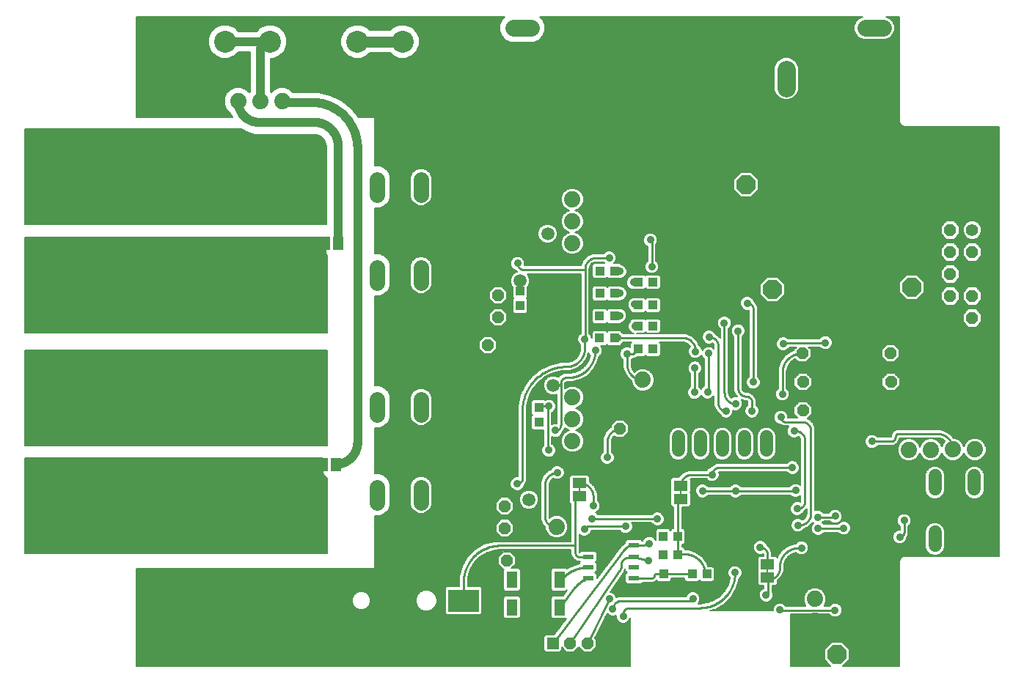
<source format=gbl>
G75*
%MOIN*%
%OFA0B0*%
%FSLAX25Y25*%
%IPPOS*%
%LPD*%
%AMOC8*
5,1,8,0,0,1.08239X$1,22.5*
%
%ADD10OC8,0.05200*%
%ADD11C,0.07400*%
%ADD12C,0.06000*%
%ADD13C,0.03969*%
%ADD14C,0.05150*%
%ADD15C,0.06496*%
%ADD16C,0.05600*%
%ADD17OC8,0.05600*%
%ADD18R,0.05118X0.07480*%
%ADD19R,0.05118X0.02362*%
%ADD20R,0.03937X0.04331*%
%ADD21R,0.13937X0.10236*%
%ADD22OC8,0.08500*%
%ADD23R,0.05200X0.05200*%
%ADD24C,0.10000*%
%ADD25R,0.06300X0.04600*%
%ADD26R,0.00800X0.02500*%
%ADD27C,0.43307*%
%ADD28R,0.04331X0.03937*%
%ADD29C,0.07000*%
%ADD30C,0.13780*%
%ADD31C,0.07800*%
%ADD32C,0.08250*%
%ADD33R,0.04600X0.06300*%
%ADD34C,0.05937*%
%ADD35C,0.00500*%
%ADD36C,0.22000*%
%ADD37C,0.03569*%
%ADD38C,0.01000*%
%ADD39C,0.00600*%
%ADD40C,0.04000*%
%ADD41C,0.01600*%
%ADD42C,0.05000*%
D10*
X0261133Y0106372D03*
X0271133Y0106372D03*
X0260275Y0121102D03*
X0260275Y0131102D03*
X0312646Y0156205D03*
X0312646Y0166205D03*
X0312646Y0176205D03*
X0262539Y0204389D03*
X0252539Y0204389D03*
X0257334Y0216962D03*
X0257334Y0226962D03*
X0395576Y0200531D03*
X0395729Y0187531D03*
X0395729Y0174531D03*
X0435729Y0174531D03*
X0435729Y0187531D03*
X0435576Y0200531D03*
X0305716Y0068704D03*
X0297842Y0068704D03*
X0289968Y0068704D03*
D11*
X0283854Y0121751D03*
X0283854Y0131751D03*
X0291043Y0160635D03*
X0291043Y0170635D03*
X0291043Y0180635D03*
X0323029Y0188492D03*
X0333029Y0188492D03*
X0443943Y0156719D03*
X0453943Y0156719D03*
X0463914Y0156845D03*
X0473914Y0156845D03*
X0401220Y0088808D03*
X0401220Y0078808D03*
X0291007Y0250614D03*
X0291007Y0260614D03*
X0291007Y0270614D03*
X0159080Y0315226D03*
X0149080Y0315226D03*
X0139080Y0315226D03*
D12*
X0329198Y0162563D02*
X0329198Y0156563D01*
X0339198Y0156563D02*
X0339198Y0162563D01*
X0349198Y0162563D02*
X0349198Y0156563D01*
X0359198Y0156563D02*
X0359198Y0162563D01*
X0369198Y0162563D02*
X0369198Y0156563D01*
X0379198Y0156563D02*
X0379198Y0162563D01*
X0455829Y0144831D02*
X0455829Y0138831D01*
X0473629Y0138831D02*
X0473629Y0144831D01*
X0473629Y0119231D02*
X0473629Y0113231D01*
X0455829Y0113231D02*
X0455829Y0119231D01*
D13*
X0172237Y0127271D03*
X0165347Y0127271D03*
X0158457Y0127271D03*
X0151568Y0127271D03*
X0144678Y0127271D03*
X0144678Y0134161D03*
X0151568Y0134161D03*
X0158457Y0134161D03*
X0165347Y0134161D03*
X0172237Y0134161D03*
X0172237Y0141051D03*
X0165347Y0141051D03*
X0158457Y0141051D03*
X0151568Y0141051D03*
X0144678Y0141051D03*
X0144678Y0170579D03*
X0151568Y0170579D03*
X0158457Y0170579D03*
X0165347Y0170579D03*
X0172237Y0170579D03*
X0172237Y0177468D03*
X0165347Y0177468D03*
X0158457Y0177468D03*
X0151568Y0177468D03*
X0144678Y0177468D03*
X0144678Y0184358D03*
X0151568Y0184358D03*
X0158457Y0184358D03*
X0165347Y0184358D03*
X0172237Y0184358D03*
X0172237Y0227665D03*
X0165347Y0227665D03*
X0158457Y0227665D03*
X0151568Y0227665D03*
X0144678Y0227665D03*
X0144678Y0234555D03*
X0151568Y0234555D03*
X0158457Y0234555D03*
X0165347Y0234555D03*
X0172237Y0234555D03*
X0172237Y0241445D03*
X0165347Y0241445D03*
X0158457Y0241445D03*
X0151568Y0241445D03*
X0144678Y0241445D03*
X0144678Y0270972D03*
X0151568Y0270972D03*
X0158457Y0270972D03*
X0165347Y0270972D03*
X0172237Y0270972D03*
X0172237Y0277862D03*
X0165347Y0277862D03*
X0158457Y0277862D03*
X0151568Y0277862D03*
X0144678Y0277862D03*
X0144678Y0284752D03*
X0151568Y0284752D03*
X0158457Y0284752D03*
X0165347Y0284752D03*
X0172237Y0284752D03*
D14*
X0167347Y0292252D03*
X0149568Y0292252D03*
X0149568Y0220165D03*
X0167347Y0220165D03*
X0167347Y0191858D03*
X0149568Y0191858D03*
X0149568Y0119771D03*
X0167347Y0119771D03*
D15*
X0158457Y0119771D03*
X0158457Y0191858D03*
X0158457Y0220165D03*
X0158457Y0292252D03*
D16*
X0472678Y0256657D03*
D17*
X0462678Y0256657D03*
X0462678Y0246657D03*
X0472678Y0246657D03*
X0472678Y0236657D03*
X0462678Y0236657D03*
X0462678Y0226657D03*
X0472678Y0226657D03*
X0472678Y0216657D03*
X0462678Y0216657D03*
D18*
X0285137Y0097617D03*
X0285137Y0085019D03*
X0263483Y0085019D03*
X0263483Y0097617D03*
D19*
X0298115Y0098255D03*
X0298115Y0103373D03*
X0298115Y0108097D03*
X0298115Y0113215D03*
X0318981Y0113215D03*
X0318981Y0108097D03*
X0318981Y0103373D03*
X0318981Y0098255D03*
D20*
X0332586Y0100159D03*
X0332586Y0093466D03*
X0345459Y0100161D03*
X0352151Y0100161D03*
X0338786Y0109029D03*
X0332093Y0109029D03*
X0332164Y0117226D03*
X0338857Y0117226D03*
X0275729Y0169185D03*
X0275729Y0175878D03*
X0267229Y0222185D03*
X0267229Y0228878D03*
D21*
X0241541Y0088114D03*
X0179140Y0088114D03*
D22*
X0411135Y0063531D03*
X0381906Y0229571D03*
X0445339Y0230571D03*
X0369905Y0277341D03*
D23*
X0282094Y0068704D03*
D24*
X0213833Y0342420D03*
X0193360Y0342420D03*
X0153597Y0342420D03*
X0133124Y0342420D03*
D25*
X0294210Y0141583D03*
X0294210Y0135583D03*
X0340166Y0134441D03*
X0340166Y0140441D03*
X0379710Y0104639D03*
X0379710Y0098639D03*
D26*
X0379710Y0101639D03*
X0340166Y0137441D03*
X0294210Y0138583D03*
D27*
X0064135Y0131208D03*
X0064135Y0180421D03*
X0064135Y0231602D03*
X0064135Y0280815D03*
D28*
X0303439Y0238082D03*
X0310132Y0238082D03*
X0320883Y0233031D03*
X0327576Y0233031D03*
X0327576Y0222531D03*
X0320883Y0222531D03*
X0310076Y0217531D03*
X0303383Y0217531D03*
X0303383Y0207531D03*
X0310076Y0207531D03*
X0320883Y0202531D03*
X0327576Y0202531D03*
X0327576Y0213031D03*
X0320883Y0213031D03*
X0310138Y0227878D03*
X0303445Y0227878D03*
D29*
X0222229Y0232708D02*
X0222229Y0239708D01*
X0202229Y0239708D02*
X0202229Y0232708D01*
X0202229Y0272708D02*
X0202229Y0279708D01*
X0222229Y0279708D02*
X0222229Y0272708D01*
X0222229Y0179708D02*
X0222229Y0172708D01*
X0202229Y0172708D02*
X0202229Y0179708D01*
X0202229Y0139708D02*
X0202229Y0132708D01*
X0222229Y0132708D02*
X0222229Y0139708D01*
D30*
X0127229Y0136031D03*
X0087229Y0136031D03*
X0087229Y0176031D03*
X0127229Y0176031D03*
X0127229Y0236031D03*
X0087229Y0236031D03*
X0087229Y0276031D03*
X0127229Y0276031D03*
D31*
X0111129Y0271531D02*
X0103329Y0271531D01*
X0103329Y0241531D02*
X0111129Y0241531D01*
X0111129Y0171531D02*
X0103329Y0171531D01*
X0103329Y0141531D02*
X0111129Y0141531D01*
X0125828Y0086683D02*
X0125828Y0078883D01*
X0139607Y0078883D02*
X0139607Y0086683D01*
X0264329Y0278531D02*
X0272129Y0278531D01*
X0272129Y0348531D02*
X0264329Y0348531D01*
X0424329Y0348531D02*
X0432129Y0348531D01*
X0432129Y0278531D02*
X0424329Y0278531D01*
D32*
X0388229Y0321406D02*
X0388229Y0329656D01*
X0358229Y0329656D02*
X0358229Y0321406D01*
D33*
X0184566Y0250502D03*
X0178566Y0250502D03*
X0177402Y0150085D03*
X0183402Y0150085D03*
D34*
X0271229Y0134031D03*
X0282229Y0186031D03*
X0267229Y0233531D03*
X0279729Y0255031D03*
D35*
X0092979Y0102602D02*
X0092979Y0058281D01*
X0317279Y0058281D01*
X0317279Y0080182D01*
X0316868Y0079190D01*
X0315958Y0078280D01*
X0314770Y0077787D01*
X0313483Y0077787D01*
X0312294Y0078280D01*
X0311385Y0079190D01*
X0310892Y0080378D01*
X0310892Y0081431D01*
X0310024Y0081072D01*
X0308737Y0081072D01*
X0307548Y0081564D01*
X0306752Y0082361D01*
X0301190Y0071084D01*
X0301892Y0070382D01*
X0301892Y0067027D01*
X0299520Y0064654D01*
X0296165Y0064654D01*
X0293905Y0066914D01*
X0291646Y0064654D01*
X0288291Y0064654D01*
X0286144Y0066801D01*
X0286144Y0065504D01*
X0285295Y0064654D01*
X0278894Y0064654D01*
X0278044Y0065504D01*
X0278044Y0071905D01*
X0278894Y0072754D01*
X0282721Y0072754D01*
X0288091Y0079829D01*
X0281977Y0079829D01*
X0281127Y0080678D01*
X0281127Y0089360D01*
X0281977Y0090209D01*
X0286680Y0090209D01*
X0288716Y0092847D01*
X0288296Y0092427D01*
X0281977Y0092427D01*
X0281127Y0093276D01*
X0281127Y0101958D01*
X0281977Y0102807D01*
X0288296Y0102807D01*
X0288569Y0102535D01*
X0290408Y0103701D01*
X0290408Y0103701D01*
X0294106Y0104836D01*
X0294106Y0105155D01*
X0294687Y0105735D01*
X0294392Y0106030D01*
X0293241Y0106030D01*
X0291433Y0107074D01*
X0291433Y0107074D01*
X0291433Y0107074D01*
X0290388Y0108883D01*
X0290388Y0111199D01*
X0257990Y0111199D01*
X0256098Y0111075D01*
X0252442Y0110095D01*
X0249164Y0108203D01*
X0246487Y0105526D01*
X0244595Y0102248D01*
X0243615Y0098592D01*
X0243491Y0096700D01*
X0243491Y0094682D01*
X0249110Y0094682D01*
X0249960Y0093832D01*
X0249960Y0082395D01*
X0249110Y0081546D01*
X0233972Y0081546D01*
X0233123Y0082395D01*
X0233123Y0093832D01*
X0233972Y0094682D01*
X0239591Y0094682D01*
X0239591Y0099122D01*
X0240845Y0103802D01*
X0240845Y0103802D01*
X0243267Y0107997D01*
X0243267Y0107997D01*
X0246693Y0111423D01*
X0246693Y0111423D01*
X0250888Y0113845D01*
X0250888Y0113845D01*
X0255568Y0115099D01*
X0290388Y0115099D01*
X0290388Y0131904D01*
X0289610Y0132682D01*
X0289610Y0138484D01*
X0289709Y0138583D01*
X0289610Y0138682D01*
X0289610Y0144484D01*
X0290459Y0145333D01*
X0297960Y0145333D01*
X0298810Y0144484D01*
X0298810Y0142303D01*
X0298855Y0142285D01*
X0298855Y0142285D01*
X0301162Y0139978D01*
X0301162Y0139978D01*
X0302410Y0136964D01*
X0302410Y0133895D01*
X0303202Y0133103D01*
X0303694Y0131915D01*
X0303694Y0130628D01*
X0303202Y0129439D01*
X0302292Y0128530D01*
X0301584Y0128236D01*
X0301754Y0128166D01*
X0302545Y0127374D01*
X0327175Y0127374D01*
X0327779Y0127979D01*
X0328968Y0128471D01*
X0330254Y0128471D01*
X0331443Y0127979D01*
X0332353Y0127069D01*
X0332845Y0125880D01*
X0332845Y0124594D01*
X0332353Y0123405D01*
X0331443Y0122495D01*
X0330254Y0122003D01*
X0328968Y0122003D01*
X0327779Y0122495D01*
X0326869Y0123405D01*
X0326840Y0123474D01*
X0318036Y0123474D01*
X0318447Y0122481D01*
X0318447Y0121194D01*
X0317955Y0120005D01*
X0317045Y0119095D01*
X0315857Y0118603D01*
X0314570Y0118603D01*
X0313381Y0119095D01*
X0312589Y0119887D01*
X0299720Y0119887D01*
X0299232Y0118708D01*
X0298322Y0117798D01*
X0297133Y0117306D01*
X0295847Y0117306D01*
X0294658Y0117798D01*
X0294288Y0118168D01*
X0294288Y0110061D01*
X0294956Y0110728D01*
X0301275Y0110728D01*
X0302124Y0109879D01*
X0302124Y0106316D01*
X0301544Y0105735D01*
X0302124Y0105155D01*
X0302124Y0101591D01*
X0301347Y0100814D01*
X0302124Y0100036D01*
X0302124Y0098313D01*
X0310476Y0109313D01*
X0310476Y0109313D01*
X0310671Y0109570D01*
X0311453Y0110600D01*
X0311453Y0110600D01*
X0312698Y0112240D01*
X0312698Y0112240D01*
X0312698Y0112240D01*
X0314669Y0114095D01*
X0314786Y0114205D01*
X0314786Y0114205D01*
X0314972Y0114380D01*
X0314972Y0114997D01*
X0315822Y0115846D01*
X0322141Y0115846D01*
X0322822Y0115165D01*
X0322848Y0115165D01*
X0323154Y0115904D01*
X0324064Y0116814D01*
X0325253Y0117306D01*
X0326539Y0117306D01*
X0327728Y0116814D01*
X0328638Y0115904D01*
X0328745Y0115644D01*
X0328745Y0119992D01*
X0329595Y0120842D01*
X0334733Y0120842D01*
X0335510Y0120064D01*
X0336288Y0120842D01*
X0336907Y0120842D01*
X0336907Y0130691D01*
X0336415Y0130691D01*
X0335566Y0131540D01*
X0335566Y0137341D01*
X0335665Y0137441D01*
X0335566Y0137540D01*
X0335566Y0143341D01*
X0336415Y0144191D01*
X0339196Y0144191D01*
X0339274Y0144377D01*
X0339274Y0144377D01*
X0341228Y0146332D01*
X0341229Y0146332D01*
X0343783Y0147390D01*
X0351882Y0147390D01*
X0352674Y0148182D01*
X0353527Y0148535D01*
X0354780Y0149789D01*
X0354780Y0149789D01*
X0356666Y0150570D01*
X0388340Y0150570D01*
X0389131Y0151362D01*
X0390320Y0151854D01*
X0391607Y0151854D01*
X0392796Y0151362D01*
X0393705Y0150452D01*
X0394198Y0149263D01*
X0394198Y0147976D01*
X0393705Y0146788D01*
X0392796Y0145878D01*
X0391607Y0145385D01*
X0390320Y0145385D01*
X0389131Y0145878D01*
X0388340Y0146670D01*
X0357686Y0146670D01*
X0357505Y0146652D01*
X0357741Y0146083D01*
X0357741Y0144797D01*
X0357248Y0143608D01*
X0356338Y0142698D01*
X0355150Y0142206D01*
X0353863Y0142206D01*
X0352674Y0142698D01*
X0351882Y0143490D01*
X0345165Y0143490D01*
X0344666Y0143441D01*
X0344766Y0143341D01*
X0344766Y0137540D01*
X0344666Y0137441D01*
X0344766Y0137341D01*
X0344766Y0131540D01*
X0343916Y0130691D01*
X0340807Y0130691D01*
X0340807Y0120842D01*
X0341426Y0120842D01*
X0342275Y0119992D01*
X0342275Y0114460D01*
X0341426Y0113611D01*
X0340736Y0113611D01*
X0340736Y0112644D01*
X0341355Y0112644D01*
X0342204Y0111795D01*
X0342204Y0111209D01*
X0343938Y0111209D01*
X0347266Y0110128D01*
X0347266Y0110128D01*
X0350098Y0108070D01*
X0350098Y0108070D01*
X0352155Y0105239D01*
X0352155Y0105239D01*
X0352630Y0103776D01*
X0354721Y0103776D01*
X0355570Y0102927D01*
X0355570Y0097395D01*
X0354721Y0096546D01*
X0349582Y0096546D01*
X0348805Y0097323D01*
X0348028Y0096546D01*
X0342889Y0096546D01*
X0342040Y0097395D01*
X0342040Y0098211D01*
X0336005Y0098211D01*
X0336005Y0097393D01*
X0335155Y0096544D01*
X0330017Y0096544D01*
X0329328Y0097233D01*
X0329272Y0097136D01*
X0329272Y0097136D01*
X0327833Y0096305D01*
X0322822Y0096305D01*
X0322141Y0095624D01*
X0315822Y0095624D01*
X0314972Y0096473D01*
X0314972Y0100036D01*
X0315750Y0100814D01*
X0314972Y0101591D01*
X0314972Y0102528D01*
X0314652Y0101428D01*
X0314652Y0101428D01*
X0314064Y0100567D01*
X0308305Y0092125D01*
X0308442Y0092125D01*
X0309630Y0091632D01*
X0310540Y0090722D01*
X0311010Y0089589D01*
X0311988Y0089995D01*
X0342683Y0089995D01*
X0343024Y0090817D01*
X0343933Y0091727D01*
X0345122Y0092220D01*
X0346409Y0092220D01*
X0347597Y0091727D01*
X0348507Y0090817D01*
X0349000Y0089629D01*
X0349000Y0088342D01*
X0348507Y0087153D01*
X0348085Y0086731D01*
X0348820Y0086731D01*
X0350662Y0086851D01*
X0354220Y0087805D01*
X0357410Y0089647D01*
X0360015Y0092252D01*
X0361857Y0095442D01*
X0362671Y0098479D01*
X0362139Y0099010D01*
X0361647Y0100199D01*
X0361647Y0101485D01*
X0362139Y0102674D01*
X0363049Y0103584D01*
X0364238Y0104076D01*
X0365524Y0104076D01*
X0366713Y0103584D01*
X0367623Y0102674D01*
X0368115Y0101485D01*
X0368115Y0100199D01*
X0367623Y0099010D01*
X0366739Y0098126D01*
X0365604Y0093890D01*
X0365604Y0093890D01*
X0363232Y0089783D01*
X0363232Y0089783D01*
X0359879Y0086429D01*
X0355772Y0084058D01*
X0353619Y0083481D01*
X0382071Y0083481D01*
X0382071Y0084515D01*
X0382564Y0085704D01*
X0383474Y0086614D01*
X0384662Y0087106D01*
X0385949Y0087106D01*
X0387138Y0086614D01*
X0388010Y0085741D01*
X0397003Y0085741D01*
X0396854Y0085891D01*
X0396070Y0087783D01*
X0396070Y0089832D01*
X0396854Y0091725D01*
X0398303Y0093174D01*
X0400195Y0093958D01*
X0402244Y0093958D01*
X0404137Y0093174D01*
X0405586Y0091725D01*
X0406370Y0089832D01*
X0406370Y0087783D01*
X0405586Y0085891D01*
X0405436Y0085741D01*
X0407826Y0085741D01*
X0408557Y0086472D01*
X0409746Y0086964D01*
X0411032Y0086964D01*
X0412221Y0086472D01*
X0413131Y0085562D01*
X0413623Y0084373D01*
X0413623Y0083087D01*
X0413131Y0081898D01*
X0412221Y0080988D01*
X0411032Y0080496D01*
X0409746Y0080496D01*
X0408557Y0080988D01*
X0407704Y0081841D01*
X0390179Y0081841D01*
X0390179Y0058281D01*
X0408324Y0058281D01*
X0405435Y0061170D01*
X0405435Y0065892D01*
X0408774Y0069231D01*
X0413496Y0069231D01*
X0416835Y0065892D01*
X0416835Y0061170D01*
X0413946Y0058281D01*
X0439479Y0058281D01*
X0439479Y0106078D01*
X0439898Y0107089D01*
X0440671Y0107863D01*
X0441682Y0108281D01*
X0484944Y0108281D01*
X0484944Y0303781D01*
X0441682Y0303781D01*
X0440671Y0304200D01*
X0439898Y0304974D01*
X0439479Y0305984D01*
X0439479Y0353781D01*
X0433435Y0353781D01*
X0435160Y0353067D01*
X0436665Y0351562D01*
X0437479Y0349595D01*
X0437479Y0347467D01*
X0436665Y0345501D01*
X0435160Y0343996D01*
X0433193Y0343181D01*
X0423265Y0343181D01*
X0421299Y0343996D01*
X0419794Y0345501D01*
X0418979Y0347467D01*
X0418979Y0349595D01*
X0419794Y0351562D01*
X0421299Y0353067D01*
X0423024Y0353781D01*
X0276142Y0353781D01*
X0277682Y0352242D01*
X0278679Y0349834D01*
X0278679Y0347228D01*
X0277682Y0344821D01*
X0275839Y0342978D01*
X0273432Y0341981D01*
X0263026Y0341981D01*
X0260619Y0342978D01*
X0258776Y0344821D01*
X0257779Y0347228D01*
X0257779Y0349834D01*
X0258776Y0352242D01*
X0260316Y0353781D01*
X0092979Y0353781D01*
X0092979Y0307921D01*
X0136443Y0307921D01*
X0135401Y0309726D01*
X0135401Y0309726D01*
X0135328Y0309998D01*
X0133697Y0311629D01*
X0132730Y0313963D01*
X0132730Y0316490D01*
X0133697Y0318823D01*
X0135483Y0320610D01*
X0137817Y0321576D01*
X0140343Y0321576D01*
X0142677Y0320610D01*
X0144080Y0319207D01*
X0144430Y0319557D01*
X0144430Y0337770D01*
X0139293Y0337770D01*
X0137457Y0335935D01*
X0134646Y0334770D01*
X0131602Y0334770D01*
X0128791Y0335935D01*
X0126639Y0338087D01*
X0125474Y0340899D01*
X0125474Y0343942D01*
X0126639Y0346754D01*
X0128791Y0348906D01*
X0131602Y0350070D01*
X0134646Y0350070D01*
X0137457Y0348906D01*
X0139293Y0347070D01*
X0147428Y0347070D01*
X0149263Y0348906D01*
X0152075Y0350070D01*
X0155118Y0350070D01*
X0157930Y0348906D01*
X0160082Y0346754D01*
X0161247Y0343942D01*
X0161247Y0340899D01*
X0160082Y0338087D01*
X0157930Y0335935D01*
X0155118Y0334770D01*
X0153730Y0334770D01*
X0153730Y0319557D01*
X0154080Y0319207D01*
X0155483Y0320610D01*
X0157817Y0321576D01*
X0160343Y0321576D01*
X0162677Y0320610D01*
X0163889Y0319398D01*
X0175419Y0319398D01*
X0181032Y0318117D01*
X0181032Y0318117D01*
X0186219Y0315619D01*
X0186219Y0315619D01*
X0190720Y0312029D01*
X0190720Y0312029D01*
X0190720Y0312029D01*
X0193996Y0307921D01*
X0201261Y0307921D01*
X0201261Y0285858D01*
X0203452Y0285858D01*
X0205713Y0284922D01*
X0207443Y0283192D01*
X0208379Y0280932D01*
X0208379Y0271485D01*
X0207443Y0269225D01*
X0205713Y0267495D01*
X0203452Y0266558D01*
X0201261Y0266558D01*
X0201261Y0245858D01*
X0203452Y0245858D01*
X0205713Y0244922D01*
X0207443Y0243192D01*
X0208379Y0240932D01*
X0208379Y0231485D01*
X0217378Y0231485D01*
X0217279Y0231724D02*
X0218033Y0229905D01*
X0219425Y0228512D01*
X0221245Y0227758D01*
X0223214Y0227758D01*
X0225033Y0228512D01*
X0226426Y0229905D01*
X0227179Y0231724D01*
X0227179Y0240693D01*
X0226426Y0242512D01*
X0225033Y0243905D01*
X0223214Y0244658D01*
X0221245Y0244658D01*
X0219425Y0243905D01*
X0218033Y0242512D01*
X0217279Y0240693D01*
X0217279Y0231724D01*
X0217279Y0231983D02*
X0208379Y0231983D01*
X0208379Y0231485D02*
X0207443Y0229225D01*
X0205713Y0227495D01*
X0203452Y0226558D01*
X0201261Y0226558D01*
X0201261Y0185858D01*
X0203452Y0185858D01*
X0205713Y0184922D01*
X0207443Y0183192D01*
X0208379Y0180932D01*
X0208379Y0171485D01*
X0207443Y0169225D01*
X0205713Y0167495D01*
X0203452Y0166558D01*
X0201261Y0166558D01*
X0201261Y0145858D01*
X0203452Y0145858D01*
X0205713Y0144922D01*
X0207443Y0143192D01*
X0208379Y0140932D01*
X0208379Y0131485D01*
X0207443Y0129225D01*
X0205713Y0127495D01*
X0203452Y0126558D01*
X0201261Y0126558D01*
X0201261Y0102602D01*
X0092979Y0102602D01*
X0092979Y0102371D02*
X0240462Y0102371D01*
X0240595Y0102869D02*
X0201261Y0102869D01*
X0201261Y0103368D02*
X0240729Y0103368D01*
X0240882Y0103866D02*
X0201261Y0103866D01*
X0201261Y0104365D02*
X0241170Y0104365D01*
X0241458Y0104863D02*
X0201261Y0104863D01*
X0201261Y0105362D02*
X0241746Y0105362D01*
X0242034Y0105860D02*
X0201261Y0105860D01*
X0201261Y0106359D02*
X0242321Y0106359D01*
X0242609Y0106857D02*
X0201261Y0106857D01*
X0201261Y0107356D02*
X0242897Y0107356D01*
X0243185Y0107854D02*
X0201261Y0107854D01*
X0201261Y0108353D02*
X0243623Y0108353D01*
X0244121Y0108851D02*
X0201261Y0108851D01*
X0201261Y0109350D02*
X0244620Y0109350D01*
X0245118Y0109848D02*
X0201261Y0109848D01*
X0201261Y0110347D02*
X0245617Y0110347D01*
X0246116Y0110845D02*
X0201261Y0110845D01*
X0201261Y0111344D02*
X0246614Y0111344D01*
X0247420Y0111842D02*
X0201261Y0111842D01*
X0201261Y0112341D02*
X0248283Y0112341D01*
X0249147Y0112839D02*
X0201261Y0112839D01*
X0201261Y0113338D02*
X0250010Y0113338D01*
X0250874Y0113836D02*
X0201261Y0113836D01*
X0201261Y0114335D02*
X0252717Y0114335D01*
X0254577Y0114833D02*
X0201261Y0114833D01*
X0201261Y0115332D02*
X0290388Y0115332D01*
X0290388Y0115830D02*
X0201261Y0115830D01*
X0201261Y0116329D02*
X0290388Y0116329D01*
X0290388Y0116827D02*
X0285425Y0116827D01*
X0284878Y0116601D02*
X0286771Y0117385D01*
X0288220Y0118833D01*
X0289004Y0120726D01*
X0289004Y0122775D01*
X0288220Y0124668D01*
X0286771Y0126117D01*
X0284878Y0126901D01*
X0282829Y0126901D01*
X0280936Y0126117D01*
X0280546Y0125726D01*
X0280502Y0125833D01*
X0280451Y0126350D01*
X0280451Y0140695D01*
X0280522Y0141422D01*
X0281078Y0142764D01*
X0282106Y0143792D01*
X0282157Y0143813D01*
X0282343Y0143627D01*
X0283531Y0143135D01*
X0284818Y0143135D01*
X0286007Y0143627D01*
X0286917Y0144537D01*
X0287409Y0145726D01*
X0287409Y0147012D01*
X0286917Y0148201D01*
X0286007Y0149111D01*
X0284818Y0149603D01*
X0283531Y0149603D01*
X0282343Y0149111D01*
X0281433Y0148201D01*
X0281238Y0147731D01*
X0279856Y0147158D01*
X0277712Y0145014D01*
X0276551Y0142212D01*
X0276551Y0125047D01*
X0277548Y0122640D01*
X0278704Y0121484D01*
X0278704Y0120726D01*
X0279488Y0118833D01*
X0280936Y0117385D01*
X0282829Y0116601D01*
X0284878Y0116601D01*
X0286629Y0117326D02*
X0290388Y0117326D01*
X0290388Y0117824D02*
X0287211Y0117824D01*
X0287709Y0118323D02*
X0290388Y0118323D01*
X0290388Y0118821D02*
X0288208Y0118821D01*
X0288421Y0119320D02*
X0290388Y0119320D01*
X0290388Y0119818D02*
X0288628Y0119818D01*
X0288834Y0120317D02*
X0290388Y0120317D01*
X0290388Y0120815D02*
X0289004Y0120815D01*
X0289004Y0121314D02*
X0290388Y0121314D01*
X0290388Y0121812D02*
X0289004Y0121812D01*
X0289004Y0122311D02*
X0290388Y0122311D01*
X0290388Y0122810D02*
X0288989Y0122810D01*
X0288783Y0123308D02*
X0290388Y0123308D01*
X0290388Y0123807D02*
X0288576Y0123807D01*
X0288370Y0124305D02*
X0290388Y0124305D01*
X0290388Y0124804D02*
X0288084Y0124804D01*
X0287586Y0125302D02*
X0290388Y0125302D01*
X0290388Y0125801D02*
X0287087Y0125801D01*
X0286330Y0126299D02*
X0290388Y0126299D01*
X0290388Y0126798D02*
X0285127Y0126798D01*
X0282580Y0126798D02*
X0280451Y0126798D01*
X0280451Y0127296D02*
X0290388Y0127296D01*
X0290388Y0127795D02*
X0280451Y0127795D01*
X0280451Y0128293D02*
X0290388Y0128293D01*
X0290388Y0128792D02*
X0280451Y0128792D01*
X0280451Y0129290D02*
X0290388Y0129290D01*
X0290388Y0129789D02*
X0280451Y0129789D01*
X0280451Y0130287D02*
X0290388Y0130287D01*
X0290388Y0130786D02*
X0280451Y0130786D01*
X0280451Y0131284D02*
X0290388Y0131284D01*
X0290388Y0131783D02*
X0280451Y0131783D01*
X0280451Y0132281D02*
X0290011Y0132281D01*
X0289610Y0132780D02*
X0280451Y0132780D01*
X0280451Y0133278D02*
X0289610Y0133278D01*
X0289610Y0133777D02*
X0280451Y0133777D01*
X0280451Y0134275D02*
X0289610Y0134275D01*
X0289610Y0134774D02*
X0280451Y0134774D01*
X0280451Y0135272D02*
X0289610Y0135272D01*
X0289610Y0135771D02*
X0280451Y0135771D01*
X0280451Y0136269D02*
X0289610Y0136269D01*
X0289610Y0136768D02*
X0280451Y0136768D01*
X0280451Y0137266D02*
X0289610Y0137266D01*
X0289610Y0137765D02*
X0280451Y0137765D01*
X0280451Y0138263D02*
X0289610Y0138263D01*
X0289610Y0138762D02*
X0280451Y0138762D01*
X0280451Y0139260D02*
X0289610Y0139260D01*
X0289610Y0139759D02*
X0280451Y0139759D01*
X0280451Y0140257D02*
X0289610Y0140257D01*
X0289610Y0140756D02*
X0280457Y0140756D01*
X0280506Y0141254D02*
X0289610Y0141254D01*
X0289610Y0141753D02*
X0280660Y0141753D01*
X0280866Y0142251D02*
X0289610Y0142251D01*
X0289610Y0142750D02*
X0281073Y0142750D01*
X0281563Y0143248D02*
X0283257Y0143248D01*
X0282223Y0143747D02*
X0282061Y0143747D01*
X0285092Y0143248D02*
X0289610Y0143248D01*
X0289610Y0143747D02*
X0286127Y0143747D01*
X0286625Y0144245D02*
X0289610Y0144245D01*
X0289870Y0144744D02*
X0287002Y0144744D01*
X0287209Y0145243D02*
X0290369Y0145243D01*
X0287409Y0145741D02*
X0340637Y0145741D01*
X0340139Y0145243D02*
X0298051Y0145243D01*
X0298549Y0144744D02*
X0339640Y0144744D01*
X0339219Y0144245D02*
X0298810Y0144245D01*
X0298810Y0143747D02*
X0335971Y0143747D01*
X0335566Y0143248D02*
X0298810Y0143248D01*
X0298810Y0142750D02*
X0335566Y0142750D01*
X0335566Y0142251D02*
X0298888Y0142251D01*
X0299386Y0141753D02*
X0335566Y0141753D01*
X0335566Y0141254D02*
X0299885Y0141254D01*
X0300383Y0140756D02*
X0335566Y0140756D01*
X0335566Y0140257D02*
X0300882Y0140257D01*
X0301252Y0139759D02*
X0335566Y0139759D01*
X0335566Y0139260D02*
X0301459Y0139260D01*
X0301665Y0138762D02*
X0335566Y0138762D01*
X0335566Y0138263D02*
X0301872Y0138263D01*
X0302078Y0137765D02*
X0335566Y0137765D01*
X0335566Y0137266D02*
X0302285Y0137266D01*
X0302410Y0136768D02*
X0335566Y0136768D01*
X0335566Y0136269D02*
X0302410Y0136269D01*
X0302410Y0135771D02*
X0335566Y0135771D01*
X0335566Y0135272D02*
X0302410Y0135272D01*
X0302410Y0134774D02*
X0335566Y0134774D01*
X0335566Y0134275D02*
X0302410Y0134275D01*
X0302529Y0133777D02*
X0335566Y0133777D01*
X0335566Y0133278D02*
X0303027Y0133278D01*
X0303336Y0132780D02*
X0335566Y0132780D01*
X0335566Y0132281D02*
X0303542Y0132281D01*
X0303694Y0131783D02*
X0335566Y0131783D01*
X0335822Y0131284D02*
X0303694Y0131284D01*
X0303694Y0130786D02*
X0336320Y0130786D01*
X0336907Y0130287D02*
X0303553Y0130287D01*
X0303347Y0129789D02*
X0336907Y0129789D01*
X0336907Y0129290D02*
X0303053Y0129290D01*
X0302554Y0128792D02*
X0336907Y0128792D01*
X0336907Y0128293D02*
X0330684Y0128293D01*
X0331627Y0127795D02*
X0336907Y0127795D01*
X0336907Y0127296D02*
X0332126Y0127296D01*
X0332465Y0126798D02*
X0336907Y0126798D01*
X0336907Y0126299D02*
X0332672Y0126299D01*
X0332845Y0125801D02*
X0336907Y0125801D01*
X0336907Y0125302D02*
X0332845Y0125302D01*
X0332845Y0124804D02*
X0336907Y0124804D01*
X0336907Y0124305D02*
X0332726Y0124305D01*
X0332519Y0123807D02*
X0336907Y0123807D01*
X0336907Y0123308D02*
X0332256Y0123308D01*
X0331758Y0122810D02*
X0336907Y0122810D01*
X0336907Y0122311D02*
X0330999Y0122311D01*
X0329568Y0120815D02*
X0318291Y0120815D01*
X0318447Y0121314D02*
X0336907Y0121314D01*
X0336907Y0121812D02*
X0318447Y0121812D01*
X0318447Y0122311D02*
X0328224Y0122311D01*
X0327465Y0122810D02*
X0318311Y0122810D01*
X0318105Y0123308D02*
X0326966Y0123308D01*
X0329070Y0120317D02*
X0318084Y0120317D01*
X0317768Y0119818D02*
X0328745Y0119818D01*
X0328745Y0119320D02*
X0317270Y0119320D01*
X0316384Y0118821D02*
X0328745Y0118821D01*
X0328745Y0118323D02*
X0298847Y0118323D01*
X0299279Y0118821D02*
X0314043Y0118821D01*
X0313157Y0119320D02*
X0299485Y0119320D01*
X0299692Y0119818D02*
X0312658Y0119818D01*
X0315806Y0115830D02*
X0294288Y0115830D01*
X0294288Y0115332D02*
X0315307Y0115332D01*
X0314972Y0114833D02*
X0294288Y0114833D01*
X0294288Y0114335D02*
X0314924Y0114335D01*
X0314394Y0113836D02*
X0294288Y0113836D01*
X0294288Y0113338D02*
X0313864Y0113338D01*
X0313334Y0112839D02*
X0294288Y0112839D01*
X0294288Y0112341D02*
X0312805Y0112341D01*
X0312396Y0111842D02*
X0294288Y0111842D01*
X0294288Y0111344D02*
X0312017Y0111344D01*
X0311639Y0110845D02*
X0294288Y0110845D01*
X0294288Y0110347D02*
X0294574Y0110347D01*
X0290388Y0110347D02*
X0262886Y0110347D01*
X0262811Y0110422D02*
X0259456Y0110422D01*
X0257083Y0108049D01*
X0257083Y0104694D01*
X0259456Y0102322D01*
X0259838Y0102322D01*
X0259474Y0101958D01*
X0259474Y0093276D01*
X0260323Y0092427D01*
X0266643Y0092427D01*
X0267492Y0093276D01*
X0267492Y0101958D01*
X0266643Y0102807D01*
X0263296Y0102807D01*
X0265183Y0104694D01*
X0265183Y0108049D01*
X0262811Y0110422D01*
X0263384Y0109848D02*
X0290388Y0109848D01*
X0290388Y0109350D02*
X0263883Y0109350D01*
X0264381Y0108851D02*
X0290407Y0108851D01*
X0290694Y0108353D02*
X0264880Y0108353D01*
X0265183Y0107854D02*
X0290982Y0107854D01*
X0291270Y0107356D02*
X0265183Y0107356D01*
X0265183Y0106857D02*
X0291809Y0106857D01*
X0292672Y0106359D02*
X0265183Y0106359D01*
X0265183Y0105860D02*
X0294562Y0105860D01*
X0294313Y0105362D02*
X0265183Y0105362D01*
X0265183Y0104863D02*
X0294106Y0104863D01*
X0292571Y0104365D02*
X0264854Y0104365D01*
X0264355Y0103866D02*
X0290946Y0103866D01*
X0289882Y0103368D02*
X0263857Y0103368D01*
X0263358Y0102869D02*
X0289096Y0102869D01*
X0301408Y0100875D02*
X0304070Y0100875D01*
X0304448Y0101374D02*
X0301907Y0101374D01*
X0302124Y0101872D02*
X0304826Y0101872D01*
X0305205Y0102371D02*
X0302124Y0102371D01*
X0302124Y0102869D02*
X0305583Y0102869D01*
X0305962Y0103368D02*
X0302124Y0103368D01*
X0302124Y0103866D02*
X0306340Y0103866D01*
X0306719Y0104365D02*
X0302124Y0104365D01*
X0302124Y0104863D02*
X0307097Y0104863D01*
X0307476Y0105362D02*
X0301917Y0105362D01*
X0301669Y0105860D02*
X0307854Y0105860D01*
X0308233Y0106359D02*
X0302124Y0106359D01*
X0302124Y0106857D02*
X0308611Y0106857D01*
X0308990Y0107356D02*
X0302124Y0107356D01*
X0302124Y0107854D02*
X0309368Y0107854D01*
X0309746Y0108353D02*
X0302124Y0108353D01*
X0302124Y0108851D02*
X0310125Y0108851D01*
X0310503Y0109350D02*
X0302124Y0109350D01*
X0302124Y0109848D02*
X0310882Y0109848D01*
X0311260Y0110347D02*
X0301657Y0110347D01*
X0294288Y0116329D02*
X0323579Y0116329D01*
X0323124Y0115830D02*
X0322157Y0115830D01*
X0322656Y0115332D02*
X0322917Y0115332D01*
X0324097Y0116827D02*
X0294288Y0116827D01*
X0294288Y0117326D02*
X0295798Y0117326D01*
X0294632Y0117824D02*
X0294288Y0117824D01*
X0297182Y0117326D02*
X0328745Y0117326D01*
X0328745Y0117824D02*
X0298349Y0117824D01*
X0290388Y0110845D02*
X0255241Y0110845D01*
X0253381Y0110347D02*
X0259381Y0110347D01*
X0258882Y0109848D02*
X0252014Y0109848D01*
X0251151Y0109350D02*
X0258384Y0109350D01*
X0257885Y0108851D02*
X0250287Y0108851D01*
X0249424Y0108353D02*
X0257387Y0108353D01*
X0257083Y0107854D02*
X0248815Y0107854D01*
X0248317Y0107356D02*
X0257083Y0107356D01*
X0257083Y0106857D02*
X0247818Y0106857D01*
X0247320Y0106359D02*
X0257083Y0106359D01*
X0257083Y0105860D02*
X0246821Y0105860D01*
X0246392Y0105362D02*
X0257083Y0105362D01*
X0257083Y0104863D02*
X0246104Y0104863D01*
X0245817Y0104365D02*
X0257413Y0104365D01*
X0257911Y0103866D02*
X0245529Y0103866D01*
X0245241Y0103368D02*
X0258410Y0103368D01*
X0258908Y0102869D02*
X0244953Y0102869D01*
X0244665Y0102371D02*
X0259407Y0102371D01*
X0259474Y0101872D02*
X0244494Y0101872D01*
X0244360Y0101374D02*
X0259474Y0101374D01*
X0259474Y0100875D02*
X0244227Y0100875D01*
X0244093Y0100377D02*
X0259474Y0100377D01*
X0259474Y0099878D02*
X0243960Y0099878D01*
X0243826Y0099379D02*
X0259474Y0099379D01*
X0259474Y0098881D02*
X0243693Y0098881D01*
X0243601Y0098382D02*
X0259474Y0098382D01*
X0259474Y0097884D02*
X0243569Y0097884D01*
X0243536Y0097385D02*
X0259474Y0097385D01*
X0259474Y0096887D02*
X0243503Y0096887D01*
X0243491Y0096388D02*
X0259474Y0096388D01*
X0259474Y0095890D02*
X0243491Y0095890D01*
X0243491Y0095391D02*
X0259474Y0095391D01*
X0259474Y0094893D02*
X0243491Y0094893D01*
X0239591Y0094893D02*
X0092979Y0094893D01*
X0092979Y0095391D02*
X0239591Y0095391D01*
X0239591Y0095890D02*
X0092979Y0095890D01*
X0092979Y0096388D02*
X0239591Y0096388D01*
X0239591Y0096887D02*
X0092979Y0096887D01*
X0092979Y0097385D02*
X0239591Y0097385D01*
X0239591Y0097884D02*
X0092979Y0097884D01*
X0092979Y0098382D02*
X0239591Y0098382D01*
X0239591Y0098881D02*
X0092979Y0098881D01*
X0092979Y0099379D02*
X0239660Y0099379D01*
X0239794Y0099878D02*
X0092979Y0099878D01*
X0092979Y0100377D02*
X0239927Y0100377D01*
X0240061Y0100875D02*
X0092979Y0100875D01*
X0092979Y0101374D02*
X0240194Y0101374D01*
X0240328Y0101872D02*
X0092979Y0101872D01*
X0092979Y0094394D02*
X0233685Y0094394D01*
X0233186Y0093896D02*
X0092979Y0093896D01*
X0092979Y0093397D02*
X0233123Y0093397D01*
X0233123Y0092899D02*
X0225626Y0092899D01*
X0225569Y0092923D02*
X0223655Y0092923D01*
X0221888Y0092191D01*
X0220535Y0090838D01*
X0219803Y0089070D01*
X0219803Y0087157D01*
X0220535Y0085390D01*
X0221888Y0084037D01*
X0223655Y0083305D01*
X0225569Y0083305D01*
X0227336Y0084037D01*
X0228689Y0085390D01*
X0229421Y0087157D01*
X0229421Y0089070D01*
X0228689Y0090838D01*
X0227336Y0092191D01*
X0225569Y0092923D01*
X0226830Y0092400D02*
X0233123Y0092400D01*
X0233123Y0091902D02*
X0227625Y0091902D01*
X0228123Y0091403D02*
X0233123Y0091403D01*
X0233123Y0090905D02*
X0228622Y0090905D01*
X0228868Y0090406D02*
X0233123Y0090406D01*
X0233123Y0089908D02*
X0229074Y0089908D01*
X0229281Y0089409D02*
X0233123Y0089409D01*
X0233123Y0088911D02*
X0229421Y0088911D01*
X0229421Y0088412D02*
X0233123Y0088412D01*
X0233123Y0087914D02*
X0229421Y0087914D01*
X0229421Y0087415D02*
X0233123Y0087415D01*
X0233123Y0086917D02*
X0229321Y0086917D01*
X0229115Y0086418D02*
X0233123Y0086418D01*
X0233123Y0085920D02*
X0228909Y0085920D01*
X0228702Y0085421D02*
X0233123Y0085421D01*
X0233123Y0084923D02*
X0228222Y0084923D01*
X0227724Y0084424D02*
X0233123Y0084424D01*
X0233123Y0083926D02*
X0227068Y0083926D01*
X0225864Y0083427D02*
X0233123Y0083427D01*
X0233123Y0082929D02*
X0092979Y0082929D01*
X0092979Y0083427D02*
X0223360Y0083427D01*
X0222156Y0083926D02*
X0195997Y0083926D01*
X0195924Y0083895D02*
X0197474Y0084537D01*
X0198661Y0085724D01*
X0199303Y0087275D01*
X0199303Y0088953D01*
X0198661Y0090503D01*
X0197474Y0091690D01*
X0195924Y0092332D01*
X0194245Y0092332D01*
X0192695Y0091690D01*
X0191508Y0090503D01*
X0190866Y0088953D01*
X0190866Y0087275D01*
X0191508Y0085724D01*
X0192695Y0084537D01*
X0194245Y0083895D01*
X0195924Y0083895D01*
X0197201Y0084424D02*
X0221500Y0084424D01*
X0221002Y0084923D02*
X0197859Y0084923D01*
X0198358Y0085421D02*
X0220522Y0085421D01*
X0220315Y0085920D02*
X0198742Y0085920D01*
X0198948Y0086418D02*
X0220109Y0086418D01*
X0219902Y0086917D02*
X0199155Y0086917D01*
X0199303Y0087415D02*
X0219803Y0087415D01*
X0219803Y0087914D02*
X0199303Y0087914D01*
X0199303Y0088412D02*
X0219803Y0088412D01*
X0219803Y0088911D02*
X0199303Y0088911D01*
X0199114Y0089409D02*
X0219943Y0089409D01*
X0220150Y0089908D02*
X0198907Y0089908D01*
X0198701Y0090406D02*
X0220356Y0090406D01*
X0220602Y0090905D02*
X0198259Y0090905D01*
X0197761Y0091403D02*
X0221101Y0091403D01*
X0221599Y0091902D02*
X0196962Y0091902D01*
X0193206Y0091902D02*
X0092979Y0091902D01*
X0092979Y0092400D02*
X0222394Y0092400D01*
X0223598Y0092899D02*
X0092979Y0092899D01*
X0092979Y0091403D02*
X0192408Y0091403D01*
X0191910Y0090905D02*
X0092979Y0090905D01*
X0092979Y0090406D02*
X0191468Y0090406D01*
X0191262Y0089908D02*
X0092979Y0089908D01*
X0092979Y0089409D02*
X0191055Y0089409D01*
X0190866Y0088911D02*
X0092979Y0088911D01*
X0092979Y0088412D02*
X0190866Y0088412D01*
X0190866Y0087914D02*
X0092979Y0087914D01*
X0092979Y0087415D02*
X0190866Y0087415D01*
X0191014Y0086917D02*
X0092979Y0086917D01*
X0092979Y0086418D02*
X0191221Y0086418D01*
X0191427Y0085920D02*
X0092979Y0085920D01*
X0092979Y0085421D02*
X0191811Y0085421D01*
X0192310Y0084923D02*
X0092979Y0084923D01*
X0092979Y0084424D02*
X0192968Y0084424D01*
X0194172Y0083926D02*
X0092979Y0083926D01*
X0092979Y0082430D02*
X0233123Y0082430D01*
X0233586Y0081932D02*
X0092979Y0081932D01*
X0092979Y0081433D02*
X0259474Y0081433D01*
X0259474Y0080935D02*
X0092979Y0080935D01*
X0092979Y0080436D02*
X0259716Y0080436D01*
X0259474Y0080678D02*
X0260323Y0079829D01*
X0266643Y0079829D01*
X0267492Y0080678D01*
X0267492Y0089360D01*
X0266643Y0090209D01*
X0260323Y0090209D01*
X0259474Y0089360D01*
X0259474Y0080678D01*
X0260214Y0079938D02*
X0092979Y0079938D01*
X0092979Y0079439D02*
X0287796Y0079439D01*
X0287417Y0078941D02*
X0092979Y0078941D01*
X0092979Y0078442D02*
X0287039Y0078442D01*
X0286660Y0077943D02*
X0092979Y0077943D01*
X0092979Y0077445D02*
X0286282Y0077445D01*
X0285903Y0076946D02*
X0092979Y0076946D01*
X0092979Y0076448D02*
X0285525Y0076448D01*
X0285146Y0075949D02*
X0092979Y0075949D01*
X0092979Y0075451D02*
X0284768Y0075451D01*
X0284390Y0074952D02*
X0092979Y0074952D01*
X0092979Y0074454D02*
X0284011Y0074454D01*
X0283633Y0073955D02*
X0092979Y0073955D01*
X0092979Y0073457D02*
X0283254Y0073457D01*
X0282876Y0072958D02*
X0092979Y0072958D01*
X0092979Y0072460D02*
X0278599Y0072460D01*
X0278101Y0071961D02*
X0092979Y0071961D01*
X0092979Y0071463D02*
X0278044Y0071463D01*
X0278044Y0070964D02*
X0092979Y0070964D01*
X0092979Y0070466D02*
X0278044Y0070466D01*
X0278044Y0069967D02*
X0092979Y0069967D01*
X0092979Y0069469D02*
X0278044Y0069469D01*
X0278044Y0068970D02*
X0092979Y0068970D01*
X0092979Y0068472D02*
X0278044Y0068472D01*
X0278044Y0067973D02*
X0092979Y0067973D01*
X0092979Y0067475D02*
X0278044Y0067475D01*
X0278044Y0066976D02*
X0092979Y0066976D01*
X0092979Y0066478D02*
X0278044Y0066478D01*
X0278044Y0065979D02*
X0092979Y0065979D01*
X0092979Y0065481D02*
X0278067Y0065481D01*
X0278566Y0064982D02*
X0092979Y0064982D01*
X0092979Y0064484D02*
X0317279Y0064484D01*
X0317279Y0064982D02*
X0299848Y0064982D01*
X0300346Y0065481D02*
X0317279Y0065481D01*
X0317279Y0065979D02*
X0300845Y0065979D01*
X0301343Y0066478D02*
X0317279Y0066478D01*
X0317279Y0066976D02*
X0301842Y0066976D01*
X0301892Y0067475D02*
X0317279Y0067475D01*
X0317279Y0067973D02*
X0301892Y0067973D01*
X0301892Y0068472D02*
X0317279Y0068472D01*
X0317279Y0068970D02*
X0301892Y0068970D01*
X0301892Y0069469D02*
X0317279Y0069469D01*
X0317279Y0069967D02*
X0301892Y0069967D01*
X0301808Y0070466D02*
X0317279Y0070466D01*
X0317279Y0070964D02*
X0301310Y0070964D01*
X0301377Y0071463D02*
X0317279Y0071463D01*
X0317279Y0071961D02*
X0301623Y0071961D01*
X0301869Y0072460D02*
X0317279Y0072460D01*
X0317279Y0072958D02*
X0302115Y0072958D01*
X0302361Y0073457D02*
X0317279Y0073457D01*
X0317279Y0073955D02*
X0302606Y0073955D01*
X0302852Y0074454D02*
X0317279Y0074454D01*
X0317279Y0074952D02*
X0303098Y0074952D01*
X0303344Y0075451D02*
X0317279Y0075451D01*
X0317279Y0075949D02*
X0303590Y0075949D01*
X0303836Y0076448D02*
X0317279Y0076448D01*
X0317279Y0076946D02*
X0304082Y0076946D01*
X0304328Y0077445D02*
X0317279Y0077445D01*
X0317279Y0077943D02*
X0315147Y0077943D01*
X0316121Y0078442D02*
X0317279Y0078442D01*
X0317279Y0078941D02*
X0316619Y0078941D01*
X0316972Y0079439D02*
X0317279Y0079439D01*
X0317279Y0079938D02*
X0317178Y0079938D01*
X0313106Y0077943D02*
X0304573Y0077943D01*
X0304819Y0078442D02*
X0312132Y0078442D01*
X0311634Y0078941D02*
X0305065Y0078941D01*
X0305311Y0079439D02*
X0311281Y0079439D01*
X0311075Y0079938D02*
X0305557Y0079938D01*
X0305803Y0080436D02*
X0310892Y0080436D01*
X0310892Y0080935D02*
X0306049Y0080935D01*
X0306295Y0081433D02*
X0307865Y0081433D01*
X0307181Y0081932D02*
X0306540Y0081932D01*
X0310878Y0089908D02*
X0311778Y0089908D01*
X0310671Y0090406D02*
X0342853Y0090406D01*
X0343111Y0090905D02*
X0310358Y0090905D01*
X0309859Y0091403D02*
X0343609Y0091403D01*
X0344355Y0091902D02*
X0308980Y0091902D01*
X0308493Y0092400D02*
X0360101Y0092400D01*
X0360389Y0092899D02*
X0308833Y0092899D01*
X0309173Y0093397D02*
X0360676Y0093397D01*
X0360964Y0093896D02*
X0309513Y0093896D01*
X0309853Y0094394D02*
X0361252Y0094394D01*
X0361540Y0094893D02*
X0310193Y0094893D01*
X0310534Y0095391D02*
X0361828Y0095391D01*
X0361977Y0095890D02*
X0322407Y0095890D01*
X0327978Y0096388D02*
X0362110Y0096388D01*
X0362244Y0096887D02*
X0355062Y0096887D01*
X0355560Y0097385D02*
X0362378Y0097385D01*
X0362511Y0097884D02*
X0355570Y0097884D01*
X0355570Y0098382D02*
X0362645Y0098382D01*
X0362268Y0098881D02*
X0355570Y0098881D01*
X0355570Y0099379D02*
X0361986Y0099379D01*
X0361780Y0099878D02*
X0355570Y0099878D01*
X0355570Y0100377D02*
X0361647Y0100377D01*
X0361647Y0100875D02*
X0355570Y0100875D01*
X0355570Y0101374D02*
X0361647Y0101374D01*
X0361807Y0101872D02*
X0355570Y0101872D01*
X0355570Y0102371D02*
X0362013Y0102371D01*
X0362334Y0102869D02*
X0355570Y0102869D01*
X0355129Y0103368D02*
X0362833Y0103368D01*
X0363730Y0103866D02*
X0352601Y0103866D01*
X0352439Y0104365D02*
X0375110Y0104365D01*
X0375110Y0104863D02*
X0352277Y0104863D01*
X0352066Y0105362D02*
X0375110Y0105362D01*
X0375110Y0105860D02*
X0351704Y0105860D01*
X0351341Y0106359D02*
X0375110Y0106359D01*
X0375110Y0106857D02*
X0350979Y0106857D01*
X0350617Y0107356D02*
X0375110Y0107356D01*
X0375110Y0107540D02*
X0375110Y0101739D01*
X0375209Y0101639D01*
X0375110Y0101540D01*
X0375110Y0095739D01*
X0375959Y0094889D01*
X0377874Y0094889D01*
X0377874Y0093684D01*
X0377166Y0093390D01*
X0376256Y0092480D01*
X0375763Y0091292D01*
X0375763Y0090005D01*
X0376256Y0088816D01*
X0377166Y0087906D01*
X0378354Y0087414D01*
X0379641Y0087414D01*
X0380830Y0087906D01*
X0381740Y0088816D01*
X0382232Y0090005D01*
X0382232Y0091292D01*
X0381774Y0092397D01*
X0381774Y0094889D01*
X0383461Y0094889D01*
X0384310Y0095739D01*
X0384310Y0097171D01*
X0386030Y0098891D01*
X0387144Y0101582D01*
X0387144Y0103528D01*
X0387226Y0104562D01*
X0387865Y0106531D01*
X0389082Y0108205D01*
X0390756Y0109422D01*
X0392605Y0110022D01*
X0393277Y0109351D01*
X0394465Y0108858D01*
X0395752Y0108858D01*
X0396941Y0109351D01*
X0397851Y0110260D01*
X0398343Y0111449D01*
X0398343Y0112736D01*
X0397851Y0113925D01*
X0396941Y0114834D01*
X0395752Y0115327D01*
X0394465Y0115327D01*
X0393277Y0114834D01*
X0392485Y0114042D01*
X0392094Y0114042D01*
X0388926Y0113013D01*
X0386231Y0111055D01*
X0384274Y0108361D01*
X0384081Y0107769D01*
X0383461Y0108389D01*
X0381660Y0108389D01*
X0381660Y0110017D01*
X0380852Y0111968D01*
X0379394Y0113426D01*
X0379093Y0114151D01*
X0378184Y0115061D01*
X0376995Y0115553D01*
X0375708Y0115553D01*
X0374519Y0115061D01*
X0373610Y0114151D01*
X0373117Y0112962D01*
X0373117Y0111676D01*
X0373610Y0110487D01*
X0374519Y0109577D01*
X0375708Y0109085D01*
X0376995Y0109085D01*
X0377678Y0109368D01*
X0377733Y0109235D01*
X0377760Y0108961D01*
X0377760Y0108389D01*
X0375959Y0108389D01*
X0375110Y0107540D01*
X0375424Y0107854D02*
X0350255Y0107854D01*
X0350098Y0108070D02*
X0350098Y0108070D01*
X0349709Y0108353D02*
X0375923Y0108353D01*
X0375069Y0109350D02*
X0348337Y0109350D01*
X0347651Y0109848D02*
X0374249Y0109848D01*
X0373750Y0110347D02*
X0346592Y0110347D01*
X0345058Y0110845D02*
X0373461Y0110845D01*
X0373255Y0111344D02*
X0342204Y0111344D01*
X0342157Y0111842D02*
X0373117Y0111842D01*
X0373117Y0112341D02*
X0341658Y0112341D01*
X0340736Y0112839D02*
X0373117Y0112839D01*
X0373273Y0113338D02*
X0340736Y0113338D01*
X0341651Y0113836D02*
X0373479Y0113836D01*
X0373793Y0114335D02*
X0342150Y0114335D01*
X0342275Y0114833D02*
X0374292Y0114833D01*
X0375173Y0115332D02*
X0342275Y0115332D01*
X0342275Y0115830D02*
X0436726Y0115830D01*
X0436932Y0115332D02*
X0377530Y0115332D01*
X0378411Y0114833D02*
X0393276Y0114833D01*
X0392777Y0114335D02*
X0378910Y0114335D01*
X0379224Y0113836D02*
X0391459Y0113836D01*
X0389925Y0113338D02*
X0379482Y0113338D01*
X0379980Y0112839D02*
X0388687Y0112839D01*
X0388926Y0113013D02*
X0388926Y0113013D01*
X0388001Y0112341D02*
X0380479Y0112341D01*
X0380852Y0111968D02*
X0380852Y0111968D01*
X0380904Y0111842D02*
X0387314Y0111842D01*
X0386628Y0111344D02*
X0381110Y0111344D01*
X0381317Y0110845D02*
X0386079Y0110845D01*
X0386231Y0111055D02*
X0386231Y0111055D01*
X0385716Y0110347D02*
X0381523Y0110347D01*
X0381660Y0109848D02*
X0385354Y0109848D01*
X0384992Y0109350D02*
X0381660Y0109350D01*
X0381660Y0108851D02*
X0384630Y0108851D01*
X0384274Y0108361D02*
X0384274Y0108361D01*
X0384271Y0108353D02*
X0383497Y0108353D01*
X0383996Y0107854D02*
X0384109Y0107854D01*
X0387809Y0106359D02*
X0439595Y0106359D01*
X0439479Y0105860D02*
X0387647Y0105860D01*
X0387485Y0105362D02*
X0439479Y0105362D01*
X0439479Y0104863D02*
X0387323Y0104863D01*
X0387210Y0104365D02*
X0439479Y0104365D01*
X0439479Y0103866D02*
X0387171Y0103866D01*
X0387144Y0103368D02*
X0439479Y0103368D01*
X0439479Y0102869D02*
X0387144Y0102869D01*
X0387144Y0102371D02*
X0439479Y0102371D01*
X0439479Y0101872D02*
X0387144Y0101872D01*
X0387058Y0101374D02*
X0439479Y0101374D01*
X0439479Y0100875D02*
X0386852Y0100875D01*
X0386645Y0100377D02*
X0439479Y0100377D01*
X0439479Y0099878D02*
X0386439Y0099878D01*
X0386232Y0099379D02*
X0439479Y0099379D01*
X0439479Y0098881D02*
X0386020Y0098881D01*
X0386030Y0098891D02*
X0386030Y0098891D01*
X0385521Y0098382D02*
X0439479Y0098382D01*
X0439479Y0097884D02*
X0385023Y0097884D01*
X0384524Y0097385D02*
X0439479Y0097385D01*
X0439479Y0096887D02*
X0384310Y0096887D01*
X0384310Y0096388D02*
X0439479Y0096388D01*
X0439479Y0095890D02*
X0384310Y0095890D01*
X0383963Y0095391D02*
X0439479Y0095391D01*
X0439479Y0094893D02*
X0383464Y0094893D01*
X0381774Y0094394D02*
X0439479Y0094394D01*
X0439479Y0093896D02*
X0402394Y0093896D01*
X0403597Y0093397D02*
X0439479Y0093397D01*
X0439479Y0092899D02*
X0404412Y0092899D01*
X0404911Y0092400D02*
X0439479Y0092400D01*
X0439479Y0091902D02*
X0405409Y0091902D01*
X0405719Y0091403D02*
X0439479Y0091403D01*
X0439479Y0090905D02*
X0405926Y0090905D01*
X0406132Y0090406D02*
X0439479Y0090406D01*
X0439479Y0089908D02*
X0406338Y0089908D01*
X0406370Y0089409D02*
X0439479Y0089409D01*
X0439479Y0088911D02*
X0406370Y0088911D01*
X0406370Y0088412D02*
X0439479Y0088412D01*
X0439479Y0087914D02*
X0406370Y0087914D01*
X0406217Y0087415D02*
X0439479Y0087415D01*
X0439479Y0086917D02*
X0411147Y0086917D01*
X0412275Y0086418D02*
X0439479Y0086418D01*
X0439479Y0085920D02*
X0412773Y0085920D01*
X0413189Y0085421D02*
X0439479Y0085421D01*
X0439479Y0084923D02*
X0413396Y0084923D01*
X0413602Y0084424D02*
X0439479Y0084424D01*
X0439479Y0083926D02*
X0413623Y0083926D01*
X0413623Y0083427D02*
X0439479Y0083427D01*
X0439479Y0082929D02*
X0413558Y0082929D01*
X0413351Y0082430D02*
X0439479Y0082430D01*
X0439479Y0081932D02*
X0413145Y0081932D01*
X0412666Y0081433D02*
X0439479Y0081433D01*
X0439479Y0080935D02*
X0412092Y0080935D01*
X0408687Y0080935D02*
X0390179Y0080935D01*
X0390179Y0081433D02*
X0408112Y0081433D01*
X0408005Y0085920D02*
X0405598Y0085920D01*
X0405804Y0086418D02*
X0408503Y0086418D01*
X0409631Y0086917D02*
X0406011Y0086917D01*
X0396842Y0085920D02*
X0387832Y0085920D01*
X0387333Y0086418D02*
X0396635Y0086418D01*
X0396429Y0086917D02*
X0386406Y0086917D01*
X0384205Y0086917D02*
X0360366Y0086917D01*
X0360865Y0087415D02*
X0378352Y0087415D01*
X0379644Y0087415D02*
X0396222Y0087415D01*
X0396070Y0087914D02*
X0380837Y0087914D01*
X0381335Y0088412D02*
X0396070Y0088412D01*
X0396070Y0088911D02*
X0381779Y0088911D01*
X0381985Y0089409D02*
X0396070Y0089409D01*
X0396101Y0089908D02*
X0382192Y0089908D01*
X0382232Y0090406D02*
X0396308Y0090406D01*
X0396514Y0090905D02*
X0382232Y0090905D01*
X0382186Y0091403D02*
X0396720Y0091403D01*
X0397030Y0091902D02*
X0381979Y0091902D01*
X0381774Y0092400D02*
X0397529Y0092400D01*
X0398027Y0092899D02*
X0381774Y0092899D01*
X0381774Y0093397D02*
X0398842Y0093397D01*
X0400046Y0093896D02*
X0381774Y0093896D01*
X0377874Y0093896D02*
X0365605Y0093896D01*
X0365739Y0094394D02*
X0377874Y0094394D01*
X0377183Y0093397D02*
X0365319Y0093397D01*
X0365031Y0092899D02*
X0376674Y0092899D01*
X0376223Y0092400D02*
X0364744Y0092400D01*
X0364456Y0091902D02*
X0376016Y0091902D01*
X0375810Y0091403D02*
X0364168Y0091403D01*
X0363880Y0090905D02*
X0375763Y0090905D01*
X0375763Y0090406D02*
X0363592Y0090406D01*
X0363304Y0089908D02*
X0375804Y0089908D01*
X0376010Y0089409D02*
X0362859Y0089409D01*
X0362360Y0088911D02*
X0376217Y0088911D01*
X0376660Y0088412D02*
X0361862Y0088412D01*
X0361363Y0087914D02*
X0377158Y0087914D01*
X0382447Y0085421D02*
X0358132Y0085421D01*
X0357269Y0084923D02*
X0382240Y0084923D01*
X0382071Y0084424D02*
X0356406Y0084424D01*
X0355277Y0083926D02*
X0382071Y0083926D01*
X0382780Y0085920D02*
X0358996Y0085920D01*
X0359859Y0086418D02*
X0383278Y0086418D01*
X0390179Y0080436D02*
X0439479Y0080436D01*
X0439479Y0079938D02*
X0390179Y0079938D01*
X0390179Y0079439D02*
X0439479Y0079439D01*
X0439479Y0078941D02*
X0390179Y0078941D01*
X0390179Y0078442D02*
X0439479Y0078442D01*
X0439479Y0077943D02*
X0390179Y0077943D01*
X0390179Y0077445D02*
X0439479Y0077445D01*
X0439479Y0076946D02*
X0390179Y0076946D01*
X0390179Y0076448D02*
X0439479Y0076448D01*
X0439479Y0075949D02*
X0390179Y0075949D01*
X0390179Y0075451D02*
X0439479Y0075451D01*
X0439479Y0074952D02*
X0390179Y0074952D01*
X0390179Y0074454D02*
X0439479Y0074454D01*
X0439479Y0073955D02*
X0390179Y0073955D01*
X0390179Y0073457D02*
X0439479Y0073457D01*
X0439479Y0072958D02*
X0390179Y0072958D01*
X0390179Y0072460D02*
X0439479Y0072460D01*
X0439479Y0071961D02*
X0390179Y0071961D01*
X0390179Y0071463D02*
X0439479Y0071463D01*
X0439479Y0070964D02*
X0390179Y0070964D01*
X0390179Y0070466D02*
X0439479Y0070466D01*
X0439479Y0069967D02*
X0390179Y0069967D01*
X0390179Y0069469D02*
X0439479Y0069469D01*
X0439479Y0068970D02*
X0413757Y0068970D01*
X0414255Y0068472D02*
X0439479Y0068472D01*
X0439479Y0067973D02*
X0414754Y0067973D01*
X0415252Y0067475D02*
X0439479Y0067475D01*
X0439479Y0066976D02*
X0415751Y0066976D01*
X0416249Y0066478D02*
X0439479Y0066478D01*
X0439479Y0065979D02*
X0416748Y0065979D01*
X0416835Y0065481D02*
X0439479Y0065481D01*
X0439479Y0064982D02*
X0416835Y0064982D01*
X0416835Y0064484D02*
X0439479Y0064484D01*
X0439479Y0063985D02*
X0416835Y0063985D01*
X0416835Y0063487D02*
X0439479Y0063487D01*
X0439479Y0062988D02*
X0416835Y0062988D01*
X0416835Y0062490D02*
X0439479Y0062490D01*
X0439479Y0061991D02*
X0416835Y0061991D01*
X0416835Y0061493D02*
X0439479Y0061493D01*
X0439479Y0060994D02*
X0416658Y0060994D01*
X0416160Y0060496D02*
X0439479Y0060496D01*
X0439479Y0059997D02*
X0415661Y0059997D01*
X0415163Y0059499D02*
X0439479Y0059499D01*
X0439479Y0059000D02*
X0414664Y0059000D01*
X0414166Y0058502D02*
X0439479Y0058502D01*
X0408103Y0058502D02*
X0390179Y0058502D01*
X0390179Y0059000D02*
X0407605Y0059000D01*
X0407106Y0059499D02*
X0390179Y0059499D01*
X0390179Y0059997D02*
X0406608Y0059997D01*
X0406109Y0060496D02*
X0390179Y0060496D01*
X0390179Y0060994D02*
X0405611Y0060994D01*
X0405435Y0061493D02*
X0390179Y0061493D01*
X0390179Y0061991D02*
X0405435Y0061991D01*
X0405435Y0062490D02*
X0390179Y0062490D01*
X0390179Y0062988D02*
X0405435Y0062988D01*
X0405435Y0063487D02*
X0390179Y0063487D01*
X0390179Y0063985D02*
X0405435Y0063985D01*
X0405435Y0064484D02*
X0390179Y0064484D01*
X0390179Y0064982D02*
X0405435Y0064982D01*
X0405435Y0065481D02*
X0390179Y0065481D01*
X0390179Y0065979D02*
X0405522Y0065979D01*
X0406020Y0066478D02*
X0390179Y0066478D01*
X0390179Y0066976D02*
X0406519Y0066976D01*
X0407017Y0067475D02*
X0390179Y0067475D01*
X0390179Y0067973D02*
X0407516Y0067973D01*
X0408014Y0068472D02*
X0390179Y0068472D01*
X0390179Y0068970D02*
X0408513Y0068970D01*
X0359665Y0091902D02*
X0347176Y0091902D01*
X0347921Y0091403D02*
X0359167Y0091403D01*
X0358668Y0090905D02*
X0348420Y0090905D01*
X0348678Y0090406D02*
X0358170Y0090406D01*
X0357671Y0089908D02*
X0348884Y0089908D01*
X0349000Y0089409D02*
X0356999Y0089409D01*
X0356135Y0088911D02*
X0349000Y0088911D01*
X0349000Y0088412D02*
X0355272Y0088412D01*
X0354408Y0087914D02*
X0348822Y0087914D01*
X0348616Y0087415D02*
X0352765Y0087415D01*
X0350905Y0086917D02*
X0348271Y0086917D01*
X0348369Y0096887D02*
X0349241Y0096887D01*
X0342548Y0096887D02*
X0335498Y0096887D01*
X0335997Y0097385D02*
X0342050Y0097385D01*
X0342040Y0097884D02*
X0336005Y0097884D01*
X0329674Y0096887D02*
X0328841Y0096887D01*
X0329272Y0097136D02*
X0329272Y0097136D01*
X0315555Y0095890D02*
X0310874Y0095890D01*
X0311214Y0096388D02*
X0315057Y0096388D01*
X0314972Y0096887D02*
X0311554Y0096887D01*
X0311894Y0097385D02*
X0314972Y0097385D01*
X0314972Y0097884D02*
X0312234Y0097884D01*
X0312574Y0098382D02*
X0314972Y0098382D01*
X0314972Y0098881D02*
X0312914Y0098881D01*
X0313254Y0099379D02*
X0314972Y0099379D01*
X0314972Y0099878D02*
X0313594Y0099878D01*
X0313934Y0100377D02*
X0315312Y0100377D01*
X0315688Y0100875D02*
X0314274Y0100875D01*
X0314614Y0101374D02*
X0315190Y0101374D01*
X0314972Y0101872D02*
X0314781Y0101872D01*
X0314926Y0102371D02*
X0314972Y0102371D01*
X0303691Y0100377D02*
X0301784Y0100377D01*
X0302124Y0099878D02*
X0303313Y0099878D01*
X0302934Y0099379D02*
X0302124Y0099379D01*
X0302124Y0098881D02*
X0302556Y0098881D01*
X0302177Y0098382D02*
X0302124Y0098382D01*
X0288371Y0092400D02*
X0249960Y0092400D01*
X0249960Y0091902D02*
X0287986Y0091902D01*
X0287602Y0091403D02*
X0249960Y0091403D01*
X0249960Y0090905D02*
X0287217Y0090905D01*
X0286832Y0090406D02*
X0249960Y0090406D01*
X0249960Y0089908D02*
X0260022Y0089908D01*
X0259524Y0089409D02*
X0249960Y0089409D01*
X0249960Y0088911D02*
X0259474Y0088911D01*
X0259474Y0088412D02*
X0249960Y0088412D01*
X0249960Y0087914D02*
X0259474Y0087914D01*
X0259474Y0087415D02*
X0249960Y0087415D01*
X0249960Y0086917D02*
X0259474Y0086917D01*
X0259474Y0086418D02*
X0249960Y0086418D01*
X0249960Y0085920D02*
X0259474Y0085920D01*
X0259474Y0085421D02*
X0249960Y0085421D01*
X0249960Y0084923D02*
X0259474Y0084923D01*
X0259474Y0084424D02*
X0249960Y0084424D01*
X0249960Y0083926D02*
X0259474Y0083926D01*
X0259474Y0083427D02*
X0249960Y0083427D01*
X0249960Y0082929D02*
X0259474Y0082929D01*
X0259474Y0082430D02*
X0249960Y0082430D01*
X0249496Y0081932D02*
X0259474Y0081932D01*
X0266752Y0079938D02*
X0281868Y0079938D01*
X0281369Y0080436D02*
X0267250Y0080436D01*
X0267492Y0080935D02*
X0281127Y0080935D01*
X0281127Y0081433D02*
X0267492Y0081433D01*
X0267492Y0081932D02*
X0281127Y0081932D01*
X0281127Y0082430D02*
X0267492Y0082430D01*
X0267492Y0082929D02*
X0281127Y0082929D01*
X0281127Y0083427D02*
X0267492Y0083427D01*
X0267492Y0083926D02*
X0281127Y0083926D01*
X0281127Y0084424D02*
X0267492Y0084424D01*
X0267492Y0084923D02*
X0281127Y0084923D01*
X0281127Y0085421D02*
X0267492Y0085421D01*
X0267492Y0085920D02*
X0281127Y0085920D01*
X0281127Y0086418D02*
X0267492Y0086418D01*
X0267492Y0086917D02*
X0281127Y0086917D01*
X0281127Y0087415D02*
X0267492Y0087415D01*
X0267492Y0087914D02*
X0281127Y0087914D01*
X0281127Y0088412D02*
X0267492Y0088412D01*
X0267492Y0088911D02*
X0281127Y0088911D01*
X0281177Y0089409D02*
X0267442Y0089409D01*
X0266944Y0089908D02*
X0281676Y0089908D01*
X0281505Y0092899D02*
X0267114Y0092899D01*
X0267492Y0093397D02*
X0281127Y0093397D01*
X0281127Y0093896D02*
X0267492Y0093896D01*
X0267492Y0094394D02*
X0281127Y0094394D01*
X0281127Y0094893D02*
X0267492Y0094893D01*
X0267492Y0095391D02*
X0281127Y0095391D01*
X0281127Y0095890D02*
X0267492Y0095890D01*
X0267492Y0096388D02*
X0281127Y0096388D01*
X0281127Y0096887D02*
X0267492Y0096887D01*
X0267492Y0097385D02*
X0281127Y0097385D01*
X0281127Y0097884D02*
X0267492Y0097884D01*
X0267492Y0098382D02*
X0281127Y0098382D01*
X0281127Y0098881D02*
X0267492Y0098881D01*
X0267492Y0099379D02*
X0281127Y0099379D01*
X0281127Y0099878D02*
X0267492Y0099878D01*
X0267492Y0100377D02*
X0281127Y0100377D01*
X0281127Y0100875D02*
X0267492Y0100875D01*
X0267492Y0101374D02*
X0281127Y0101374D01*
X0281127Y0101872D02*
X0267492Y0101872D01*
X0267079Y0102371D02*
X0281540Y0102371D01*
X0259474Y0094394D02*
X0249398Y0094394D01*
X0249896Y0093896D02*
X0259474Y0093896D01*
X0259474Y0093397D02*
X0249960Y0093397D01*
X0249960Y0092899D02*
X0259852Y0092899D01*
X0258597Y0117052D02*
X0261953Y0117052D01*
X0264325Y0119425D01*
X0264325Y0122780D01*
X0261953Y0125152D01*
X0258597Y0125152D01*
X0256225Y0122780D01*
X0256225Y0119425D01*
X0258597Y0117052D01*
X0258324Y0117326D02*
X0201261Y0117326D01*
X0201261Y0117824D02*
X0257825Y0117824D01*
X0257327Y0118323D02*
X0201261Y0118323D01*
X0201261Y0118821D02*
X0256828Y0118821D01*
X0256330Y0119320D02*
X0201261Y0119320D01*
X0201261Y0119818D02*
X0256225Y0119818D01*
X0256225Y0120317D02*
X0201261Y0120317D01*
X0201261Y0120815D02*
X0256225Y0120815D01*
X0256225Y0121314D02*
X0201261Y0121314D01*
X0201261Y0121812D02*
X0256225Y0121812D01*
X0256225Y0122311D02*
X0201261Y0122311D01*
X0201261Y0122810D02*
X0256255Y0122810D01*
X0256753Y0123308D02*
X0201261Y0123308D01*
X0201261Y0123807D02*
X0257252Y0123807D01*
X0257750Y0124305D02*
X0201261Y0124305D01*
X0201261Y0124804D02*
X0258249Y0124804D01*
X0258597Y0127052D02*
X0261953Y0127052D01*
X0264325Y0129425D01*
X0264325Y0132780D01*
X0261953Y0135152D01*
X0258597Y0135152D01*
X0256225Y0132780D01*
X0256225Y0129425D01*
X0258597Y0127052D01*
X0258354Y0127296D02*
X0205233Y0127296D01*
X0206013Y0127795D02*
X0221157Y0127795D01*
X0221245Y0127758D02*
X0223214Y0127758D01*
X0225033Y0128512D01*
X0226426Y0129905D01*
X0227179Y0131724D01*
X0227179Y0140693D01*
X0226426Y0142512D01*
X0225033Y0143905D01*
X0223214Y0144658D01*
X0221245Y0144658D01*
X0219425Y0143905D01*
X0218033Y0142512D01*
X0217279Y0140693D01*
X0217279Y0131724D01*
X0218033Y0129905D01*
X0219425Y0128512D01*
X0221245Y0127758D01*
X0219954Y0128293D02*
X0206511Y0128293D01*
X0207010Y0128792D02*
X0219146Y0128792D01*
X0218647Y0129290D02*
X0207470Y0129290D01*
X0207676Y0129789D02*
X0218149Y0129789D01*
X0217874Y0130287D02*
X0207883Y0130287D01*
X0208089Y0130786D02*
X0217668Y0130786D01*
X0217461Y0131284D02*
X0208296Y0131284D01*
X0208379Y0131783D02*
X0217279Y0131783D01*
X0217279Y0132281D02*
X0208379Y0132281D01*
X0208379Y0132780D02*
X0217279Y0132780D01*
X0217279Y0133278D02*
X0208379Y0133278D01*
X0208379Y0133777D02*
X0217279Y0133777D01*
X0217279Y0134275D02*
X0208379Y0134275D01*
X0208379Y0134774D02*
X0217279Y0134774D01*
X0217279Y0135272D02*
X0208379Y0135272D01*
X0208379Y0135771D02*
X0217279Y0135771D01*
X0217279Y0136269D02*
X0208379Y0136269D01*
X0208379Y0136768D02*
X0217279Y0136768D01*
X0217279Y0137266D02*
X0208379Y0137266D01*
X0208379Y0137765D02*
X0217279Y0137765D01*
X0217279Y0138263D02*
X0208379Y0138263D01*
X0208379Y0138762D02*
X0217279Y0138762D01*
X0217279Y0139260D02*
X0208379Y0139260D01*
X0208379Y0139759D02*
X0217279Y0139759D01*
X0217279Y0140257D02*
X0208379Y0140257D01*
X0208379Y0140756D02*
X0217305Y0140756D01*
X0217512Y0141254D02*
X0208245Y0141254D01*
X0208039Y0141753D02*
X0217718Y0141753D01*
X0217925Y0142251D02*
X0207833Y0142251D01*
X0207626Y0142750D02*
X0218270Y0142750D01*
X0218769Y0143248D02*
X0207387Y0143248D01*
X0206888Y0143747D02*
X0219267Y0143747D01*
X0220248Y0144245D02*
X0206390Y0144245D01*
X0205891Y0144744D02*
X0266279Y0144744D01*
X0266279Y0144520D02*
X0265263Y0144520D01*
X0264075Y0144027D01*
X0263165Y0143118D01*
X0262673Y0141929D01*
X0262673Y0140642D01*
X0263165Y0139453D01*
X0264075Y0138544D01*
X0265263Y0138051D01*
X0266550Y0138051D01*
X0267739Y0138544D01*
X0268649Y0139453D01*
X0269141Y0140642D01*
X0269141Y0140682D01*
X0270179Y0142480D01*
X0270179Y0174531D01*
X0270293Y0176552D01*
X0271192Y0180493D01*
X0272946Y0184134D01*
X0275466Y0187295D01*
X0278626Y0189815D01*
X0282268Y0191568D01*
X0286208Y0192468D01*
X0288229Y0192581D01*
X0289858Y0192581D01*
X0292957Y0193588D01*
X0295594Y0195504D01*
X0297509Y0198140D01*
X0298377Y0200810D01*
X0298662Y0200123D01*
X0299117Y0199667D01*
X0298656Y0197947D01*
X0297289Y0195579D01*
X0295356Y0193646D01*
X0292988Y0192279D01*
X0290347Y0191571D01*
X0288980Y0191481D01*
X0287037Y0191481D01*
X0284972Y0190289D01*
X0284972Y0190289D01*
X0284687Y0189796D01*
X0283108Y0190450D01*
X0281350Y0190450D01*
X0279726Y0189777D01*
X0278483Y0188534D01*
X0277811Y0186910D01*
X0277811Y0185152D01*
X0278483Y0183528D01*
X0279726Y0182285D01*
X0281350Y0181613D01*
X0283108Y0181613D01*
X0283779Y0181891D01*
X0283779Y0168766D01*
X0282586Y0168766D01*
X0281679Y0168390D01*
X0281679Y0173631D01*
X0282061Y0173789D01*
X0282971Y0174699D01*
X0283463Y0175888D01*
X0283463Y0177175D01*
X0282971Y0178363D01*
X0282061Y0179273D01*
X0280872Y0179766D01*
X0279586Y0179766D01*
X0278483Y0179309D01*
X0278298Y0179493D01*
X0273160Y0179493D01*
X0272311Y0178644D01*
X0272311Y0173112D01*
X0272891Y0172531D01*
X0272311Y0171951D01*
X0272311Y0166419D01*
X0273160Y0165570D01*
X0277779Y0165570D01*
X0277779Y0158655D01*
X0277487Y0158363D01*
X0276995Y0157175D01*
X0276995Y0155888D01*
X0277487Y0154699D01*
X0278397Y0153789D01*
X0279586Y0153297D01*
X0280872Y0153297D01*
X0282061Y0153789D01*
X0282971Y0154699D01*
X0283463Y0155888D01*
X0283463Y0157175D01*
X0282971Y0158363D01*
X0282061Y0159273D01*
X0281679Y0159431D01*
X0281679Y0162673D01*
X0282586Y0162297D01*
X0283872Y0162297D01*
X0285061Y0162789D01*
X0285971Y0163699D01*
X0286394Y0164720D01*
X0286487Y0164774D01*
X0287634Y0166761D01*
X0288126Y0166269D01*
X0289657Y0165635D01*
X0288126Y0165001D01*
X0286677Y0163552D01*
X0285893Y0161660D01*
X0285893Y0159611D01*
X0286677Y0157718D01*
X0288126Y0156269D01*
X0290019Y0155485D01*
X0292068Y0155485D01*
X0293961Y0156269D01*
X0295409Y0157718D01*
X0296193Y0159611D01*
X0296193Y0161660D01*
X0295409Y0163552D01*
X0293961Y0165001D01*
X0292430Y0165635D01*
X0293961Y0166269D01*
X0295409Y0167718D01*
X0296193Y0169611D01*
X0296193Y0171660D01*
X0295409Y0173552D01*
X0293961Y0175001D01*
X0292430Y0175635D01*
X0293961Y0176269D01*
X0295409Y0177718D01*
X0296193Y0179611D01*
X0296193Y0181660D01*
X0295409Y0183552D01*
X0293961Y0185001D01*
X0292068Y0185785D01*
X0290019Y0185785D01*
X0288126Y0185001D01*
X0287679Y0184554D01*
X0287679Y0187031D01*
X0287698Y0187174D01*
X0287840Y0187420D01*
X0288087Y0187563D01*
X0288229Y0187581D01*
X0290872Y0187581D01*
X0294528Y0188561D01*
X0297805Y0190453D01*
X0297805Y0190453D01*
X0300482Y0193129D01*
X0300482Y0193129D01*
X0302374Y0196407D01*
X0303112Y0199162D01*
X0303235Y0199213D01*
X0304145Y0200123D01*
X0304638Y0201311D01*
X0304638Y0202598D01*
X0304145Y0203787D01*
X0303819Y0204113D01*
X0306149Y0204113D01*
X0306729Y0204693D01*
X0307310Y0204113D01*
X0312842Y0204113D01*
X0313691Y0204962D01*
X0313691Y0205323D01*
X0314075Y0205707D01*
X0317874Y0205707D01*
X0317267Y0205100D01*
X0317267Y0203205D01*
X0316430Y0203552D01*
X0315143Y0203552D01*
X0313955Y0203059D01*
X0313045Y0202149D01*
X0312553Y0200961D01*
X0312553Y0199674D01*
X0313045Y0198485D01*
X0313837Y0197693D01*
X0313837Y0194277D01*
X0314737Y0191508D01*
X0316448Y0189153D01*
X0316448Y0189153D01*
X0317879Y0188113D01*
X0317879Y0187467D01*
X0318663Y0185574D01*
X0320111Y0184126D01*
X0322004Y0183342D01*
X0324053Y0183342D01*
X0325946Y0184126D01*
X0327394Y0185574D01*
X0328179Y0187467D01*
X0328179Y0189516D01*
X0327394Y0191409D01*
X0325946Y0192857D01*
X0324053Y0193642D01*
X0322004Y0193642D01*
X0320111Y0192857D01*
X0319269Y0192015D01*
X0318314Y0193331D01*
X0317802Y0194905D01*
X0317737Y0195733D01*
X0317737Y0197693D01*
X0318411Y0198367D01*
X0319476Y0198367D01*
X0320222Y0199113D01*
X0323649Y0199113D01*
X0324229Y0199693D01*
X0324810Y0199113D01*
X0330342Y0199113D01*
X0331191Y0199962D01*
X0331191Y0205100D01*
X0330584Y0205707D01*
X0341145Y0205707D01*
X0341879Y0205635D01*
X0343235Y0205073D01*
X0344273Y0204035D01*
X0344464Y0203574D01*
X0344115Y0203225D01*
X0343623Y0202037D01*
X0343623Y0200750D01*
X0344115Y0199561D01*
X0345025Y0198651D01*
X0346214Y0198159D01*
X0347501Y0198159D01*
X0348689Y0198651D01*
X0349599Y0199561D01*
X0349693Y0199788D01*
X0350163Y0198653D01*
X0350955Y0197861D01*
X0350955Y0185900D01*
X0350623Y0185762D01*
X0349713Y0184852D01*
X0349450Y0184218D01*
X0349270Y0184653D01*
X0348588Y0185335D01*
X0348588Y0191319D01*
X0349379Y0192111D01*
X0349872Y0193300D01*
X0349872Y0194586D01*
X0349379Y0195775D01*
X0348470Y0196685D01*
X0347281Y0197177D01*
X0345994Y0197177D01*
X0344805Y0196685D01*
X0343896Y0195775D01*
X0343403Y0194586D01*
X0343403Y0193300D01*
X0343896Y0192111D01*
X0344688Y0191319D01*
X0344688Y0185555D01*
X0343786Y0184653D01*
X0343293Y0183465D01*
X0343293Y0182178D01*
X0343786Y0180989D01*
X0344696Y0180079D01*
X0345884Y0179587D01*
X0347171Y0179587D01*
X0348360Y0180079D01*
X0349270Y0180989D01*
X0349532Y0181624D01*
X0349713Y0181188D01*
X0350623Y0180278D01*
X0351811Y0179786D01*
X0353098Y0179786D01*
X0354287Y0180278D01*
X0355197Y0181188D01*
X0355264Y0181351D01*
X0355264Y0176850D01*
X0356108Y0174813D01*
X0356108Y0174813D01*
X0357668Y0173253D01*
X0357786Y0173205D01*
X0358066Y0172527D01*
X0358976Y0171618D01*
X0360165Y0171125D01*
X0361451Y0171125D01*
X0362640Y0171618D01*
X0363550Y0172527D01*
X0364042Y0173716D01*
X0364042Y0174584D01*
X0364465Y0174409D01*
X0365751Y0174409D01*
X0366940Y0174902D01*
X0367850Y0175812D01*
X0368342Y0177000D01*
X0368342Y0178287D01*
X0367850Y0179476D01*
X0367786Y0179540D01*
X0368816Y0179113D01*
X0369925Y0179113D01*
X0370111Y0179089D01*
X0370431Y0178903D01*
X0370616Y0178583D01*
X0370641Y0178398D01*
X0370641Y0176983D01*
X0369849Y0176191D01*
X0369356Y0175003D01*
X0369356Y0173716D01*
X0369849Y0172527D01*
X0370759Y0171617D01*
X0371947Y0171125D01*
X0373234Y0171125D01*
X0374423Y0171617D01*
X0375333Y0172527D01*
X0375825Y0173716D01*
X0375825Y0175003D01*
X0375333Y0176191D01*
X0374541Y0176983D01*
X0374541Y0179634D01*
X0373304Y0181776D01*
X0373304Y0181776D01*
X0371162Y0183013D01*
X0369925Y0183013D01*
X0369599Y0183045D01*
X0368995Y0183295D01*
X0368533Y0183757D01*
X0368283Y0184361D01*
X0368250Y0184688D01*
X0368250Y0208110D01*
X0369042Y0208902D01*
X0369535Y0210091D01*
X0369535Y0211377D01*
X0369042Y0212566D01*
X0368132Y0213476D01*
X0366944Y0213968D01*
X0365657Y0213968D01*
X0364468Y0213476D01*
X0363559Y0212566D01*
X0363066Y0211377D01*
X0363066Y0210091D01*
X0363559Y0208902D01*
X0364350Y0208110D01*
X0364350Y0183579D01*
X0365199Y0181530D01*
X0365199Y0181530D01*
X0365922Y0180807D01*
X0365751Y0180878D01*
X0364465Y0180878D01*
X0363276Y0180385D01*
X0363196Y0180306D01*
X0362531Y0180971D01*
X0362068Y0182088D01*
X0362009Y0182693D01*
X0362009Y0211709D01*
X0362800Y0212501D01*
X0363293Y0213690D01*
X0363293Y0214977D01*
X0362800Y0216165D01*
X0361891Y0217075D01*
X0360702Y0217568D01*
X0359415Y0217568D01*
X0358226Y0217075D01*
X0357317Y0216165D01*
X0356824Y0214977D01*
X0356824Y0213690D01*
X0357317Y0212501D01*
X0358109Y0211709D01*
X0358109Y0207572D01*
X0356611Y0209069D01*
X0356128Y0209269D01*
X0355888Y0209847D01*
X0354978Y0210757D01*
X0353790Y0211250D01*
X0352503Y0211250D01*
X0351314Y0210757D01*
X0350405Y0209847D01*
X0349912Y0208659D01*
X0349912Y0207372D01*
X0350405Y0206183D01*
X0351314Y0205273D01*
X0352503Y0204781D01*
X0353790Y0204781D01*
X0354879Y0205232D01*
X0354929Y0205182D01*
X0355226Y0204465D01*
X0355264Y0204077D01*
X0355264Y0202700D01*
X0354737Y0203227D01*
X0353549Y0203719D01*
X0352262Y0203719D01*
X0351073Y0203227D01*
X0350163Y0202317D01*
X0350069Y0202090D01*
X0349599Y0203225D01*
X0348689Y0204135D01*
X0348499Y0204214D01*
X0347641Y0206285D01*
X0347641Y0206285D01*
X0345485Y0208441D01*
X0342669Y0209607D01*
X0320243Y0209607D01*
X0320257Y0209613D01*
X0323649Y0209613D01*
X0324229Y0210193D01*
X0324810Y0209613D01*
X0330342Y0209613D01*
X0331191Y0210462D01*
X0331191Y0215600D01*
X0330342Y0216450D01*
X0324810Y0216450D01*
X0324229Y0215869D01*
X0323649Y0216450D01*
X0318117Y0216450D01*
X0317267Y0215600D01*
X0317267Y0215122D01*
X0316791Y0214645D01*
X0316298Y0213457D01*
X0316298Y0212170D01*
X0316791Y0210981D01*
X0317267Y0210505D01*
X0317267Y0210462D01*
X0318117Y0209613D01*
X0318808Y0209613D01*
X0318822Y0209607D01*
X0314075Y0209607D01*
X0313691Y0209991D01*
X0313691Y0210100D01*
X0312842Y0210950D01*
X0307310Y0210950D01*
X0306729Y0210369D01*
X0306149Y0210950D01*
X0300617Y0210950D01*
X0299767Y0210100D01*
X0299767Y0207729D01*
X0299308Y0208839D01*
X0298679Y0209467D01*
X0298679Y0239031D01*
X0298738Y0239626D01*
X0299193Y0240726D01*
X0300035Y0241567D01*
X0301134Y0242023D01*
X0301729Y0242081D01*
X0305105Y0242081D01*
X0305686Y0241501D01*
X0300674Y0241501D01*
X0299824Y0240652D01*
X0299824Y0235513D01*
X0300674Y0234664D01*
X0306205Y0234664D01*
X0306786Y0235244D01*
X0307366Y0234664D01*
X0311810Y0234664D01*
X0311887Y0234632D01*
X0313174Y0234632D01*
X0314363Y0235124D01*
X0315273Y0236034D01*
X0315765Y0237223D01*
X0315765Y0238509D01*
X0315273Y0239698D01*
X0314363Y0240608D01*
X0313387Y0241012D01*
X0312898Y0241501D01*
X0309773Y0241501D01*
X0310471Y0242199D01*
X0310963Y0243388D01*
X0310963Y0244675D01*
X0310471Y0245863D01*
X0309561Y0246773D01*
X0308372Y0247266D01*
X0307086Y0247266D01*
X0305897Y0246773D01*
X0305105Y0245981D01*
X0300347Y0245981D01*
X0297792Y0244923D01*
X0295837Y0242968D01*
X0294807Y0240481D01*
X0269129Y0240481D01*
X0269298Y0240888D01*
X0269298Y0242175D01*
X0268805Y0243363D01*
X0267895Y0244273D01*
X0266707Y0244766D01*
X0265420Y0244766D01*
X0264231Y0244273D01*
X0263321Y0243363D01*
X0262829Y0242175D01*
X0262829Y0240888D01*
X0263321Y0239699D01*
X0264231Y0238789D01*
X0265210Y0238384D01*
X0265851Y0237743D01*
X0264726Y0237277D01*
X0263483Y0236034D01*
X0262811Y0234410D01*
X0262811Y0232652D01*
X0263483Y0231028D01*
X0263811Y0230701D01*
X0263811Y0226112D01*
X0264391Y0225531D01*
X0263811Y0224951D01*
X0263811Y0219419D01*
X0264660Y0218570D01*
X0269798Y0218570D01*
X0270648Y0219419D01*
X0270648Y0224951D01*
X0270067Y0225531D01*
X0270648Y0226112D01*
X0270648Y0230701D01*
X0270975Y0231028D01*
X0271648Y0232652D01*
X0271648Y0234410D01*
X0270975Y0236034D01*
X0270428Y0236581D01*
X0294779Y0236581D01*
X0294779Y0209767D01*
X0294734Y0209749D01*
X0293824Y0208839D01*
X0293332Y0207650D01*
X0293332Y0206363D01*
X0293824Y0205175D01*
X0294616Y0204383D01*
X0294616Y0202868D01*
X0294537Y0201869D01*
X0293920Y0199968D01*
X0292745Y0198352D01*
X0291129Y0197177D01*
X0289228Y0196560D01*
X0288229Y0196481D01*
X0285756Y0196481D01*
X0280934Y0195381D01*
X0280934Y0195381D01*
X0276477Y0193235D01*
X0272610Y0190151D01*
X0272610Y0190151D01*
X0272610Y0190151D01*
X0269526Y0186283D01*
X0267380Y0181827D01*
X0267380Y0181827D01*
X0266279Y0177004D01*
X0266279Y0144520D01*
X0266279Y0145243D02*
X0204939Y0145243D01*
X0203736Y0145741D02*
X0266279Y0145741D01*
X0266279Y0146240D02*
X0201261Y0146240D01*
X0201261Y0146738D02*
X0266279Y0146738D01*
X0266279Y0147237D02*
X0201261Y0147237D01*
X0201261Y0147735D02*
X0266279Y0147735D01*
X0266279Y0148234D02*
X0201261Y0148234D01*
X0201261Y0148732D02*
X0266279Y0148732D01*
X0266279Y0149231D02*
X0201261Y0149231D01*
X0201261Y0149729D02*
X0266279Y0149729D01*
X0266279Y0150228D02*
X0201261Y0150228D01*
X0201261Y0150726D02*
X0266279Y0150726D01*
X0266279Y0151225D02*
X0201261Y0151225D01*
X0201261Y0151723D02*
X0266279Y0151723D01*
X0266279Y0152222D02*
X0201261Y0152222D01*
X0201261Y0152720D02*
X0266279Y0152720D01*
X0266279Y0153219D02*
X0201261Y0153219D01*
X0201261Y0153717D02*
X0266279Y0153717D01*
X0266279Y0154216D02*
X0201261Y0154216D01*
X0201261Y0154714D02*
X0266279Y0154714D01*
X0266279Y0155213D02*
X0201261Y0155213D01*
X0201261Y0155711D02*
X0266279Y0155711D01*
X0266279Y0156210D02*
X0201261Y0156210D01*
X0201261Y0156708D02*
X0266279Y0156708D01*
X0266279Y0157207D02*
X0201261Y0157207D01*
X0201261Y0157705D02*
X0266279Y0157705D01*
X0266279Y0158204D02*
X0201261Y0158204D01*
X0201261Y0158702D02*
X0266279Y0158702D01*
X0266279Y0159201D02*
X0201261Y0159201D01*
X0201261Y0159699D02*
X0266279Y0159699D01*
X0266279Y0160198D02*
X0201261Y0160198D01*
X0201261Y0160696D02*
X0266279Y0160696D01*
X0266279Y0161195D02*
X0201261Y0161195D01*
X0201261Y0161693D02*
X0266279Y0161693D01*
X0266279Y0162192D02*
X0201261Y0162192D01*
X0201261Y0162690D02*
X0266279Y0162690D01*
X0266279Y0163189D02*
X0201261Y0163189D01*
X0201261Y0163687D02*
X0266279Y0163687D01*
X0266279Y0164186D02*
X0201261Y0164186D01*
X0201261Y0164684D02*
X0266279Y0164684D01*
X0266279Y0165183D02*
X0201261Y0165183D01*
X0201261Y0165681D02*
X0266279Y0165681D01*
X0266279Y0166180D02*
X0201261Y0166180D01*
X0203742Y0166679D02*
X0266279Y0166679D01*
X0266279Y0167177D02*
X0204946Y0167177D01*
X0205894Y0167676D02*
X0266279Y0167676D01*
X0266279Y0168174D02*
X0224217Y0168174D01*
X0225033Y0168512D02*
X0226426Y0169905D01*
X0227179Y0171724D01*
X0227179Y0180693D01*
X0226426Y0182512D01*
X0225033Y0183905D01*
X0223214Y0184658D01*
X0221245Y0184658D01*
X0219425Y0183905D01*
X0218033Y0182512D01*
X0217279Y0180693D01*
X0217279Y0171724D01*
X0218033Y0169905D01*
X0219425Y0168512D01*
X0221245Y0167758D01*
X0223214Y0167758D01*
X0225033Y0168512D01*
X0225194Y0168673D02*
X0266279Y0168673D01*
X0266279Y0169171D02*
X0225692Y0169171D01*
X0226191Y0169670D02*
X0266279Y0169670D01*
X0266279Y0170168D02*
X0226535Y0170168D01*
X0226741Y0170667D02*
X0266279Y0170667D01*
X0266279Y0171165D02*
X0226948Y0171165D01*
X0227154Y0171664D02*
X0266279Y0171664D01*
X0266279Y0172162D02*
X0227179Y0172162D01*
X0227179Y0172661D02*
X0266279Y0172661D01*
X0266279Y0173159D02*
X0227179Y0173159D01*
X0227179Y0173658D02*
X0266279Y0173658D01*
X0266279Y0174156D02*
X0227179Y0174156D01*
X0227179Y0174655D02*
X0266279Y0174655D01*
X0266279Y0175153D02*
X0227179Y0175153D01*
X0227179Y0175652D02*
X0266279Y0175652D01*
X0266279Y0176150D02*
X0227179Y0176150D01*
X0227179Y0176649D02*
X0266279Y0176649D01*
X0266312Y0177147D02*
X0227179Y0177147D01*
X0227179Y0177646D02*
X0266426Y0177646D01*
X0266539Y0178144D02*
X0227179Y0178144D01*
X0227179Y0178643D02*
X0266653Y0178643D01*
X0266767Y0179141D02*
X0227179Y0179141D01*
X0227179Y0179640D02*
X0266881Y0179640D01*
X0266994Y0180138D02*
X0227179Y0180138D01*
X0227179Y0180637D02*
X0267108Y0180637D01*
X0267222Y0181135D02*
X0226996Y0181135D01*
X0226789Y0181634D02*
X0267336Y0181634D01*
X0267527Y0182132D02*
X0226583Y0182132D01*
X0226307Y0182631D02*
X0267767Y0182631D01*
X0268007Y0183129D02*
X0225809Y0183129D01*
X0225310Y0183628D02*
X0268247Y0183628D01*
X0268487Y0184126D02*
X0224498Y0184126D01*
X0223295Y0184625D02*
X0268727Y0184625D01*
X0268967Y0185123D02*
X0205227Y0185123D01*
X0206010Y0184625D02*
X0221163Y0184625D01*
X0219960Y0184126D02*
X0206509Y0184126D01*
X0207007Y0183628D02*
X0219148Y0183628D01*
X0218650Y0183129D02*
X0207469Y0183129D01*
X0207675Y0182631D02*
X0218151Y0182631D01*
X0217875Y0182132D02*
X0207882Y0182132D01*
X0208088Y0181634D02*
X0217669Y0181634D01*
X0217462Y0181135D02*
X0208295Y0181135D01*
X0208379Y0180637D02*
X0217279Y0180637D01*
X0217279Y0180138D02*
X0208379Y0180138D01*
X0208379Y0179640D02*
X0217279Y0179640D01*
X0217279Y0179141D02*
X0208379Y0179141D01*
X0208379Y0178643D02*
X0217279Y0178643D01*
X0217279Y0178144D02*
X0208379Y0178144D01*
X0208379Y0177646D02*
X0217279Y0177646D01*
X0217279Y0177147D02*
X0208379Y0177147D01*
X0208379Y0176649D02*
X0217279Y0176649D01*
X0217279Y0176150D02*
X0208379Y0176150D01*
X0208379Y0175652D02*
X0217279Y0175652D01*
X0217279Y0175153D02*
X0208379Y0175153D01*
X0208379Y0174655D02*
X0217279Y0174655D01*
X0217279Y0174156D02*
X0208379Y0174156D01*
X0208379Y0173658D02*
X0217279Y0173658D01*
X0217279Y0173159D02*
X0208379Y0173159D01*
X0208379Y0172661D02*
X0217279Y0172661D01*
X0217279Y0172162D02*
X0208379Y0172162D01*
X0208379Y0171664D02*
X0217304Y0171664D01*
X0217511Y0171165D02*
X0208247Y0171165D01*
X0208040Y0170667D02*
X0217717Y0170667D01*
X0217924Y0170168D02*
X0207834Y0170168D01*
X0207627Y0169670D02*
X0218268Y0169670D01*
X0218766Y0169171D02*
X0207389Y0169171D01*
X0206891Y0168673D02*
X0219265Y0168673D01*
X0220241Y0168174D02*
X0206392Y0168174D01*
X0204024Y0185622D02*
X0269207Y0185622D01*
X0269448Y0186120D02*
X0201261Y0186120D01*
X0201261Y0186619D02*
X0269794Y0186619D01*
X0269526Y0186283D02*
X0269526Y0186283D01*
X0270191Y0187117D02*
X0201261Y0187117D01*
X0201261Y0187616D02*
X0270589Y0187616D01*
X0270986Y0188114D02*
X0201261Y0188114D01*
X0201261Y0188613D02*
X0271384Y0188613D01*
X0271781Y0189112D02*
X0201261Y0189112D01*
X0201261Y0189610D02*
X0272179Y0189610D01*
X0272576Y0190109D02*
X0201261Y0190109D01*
X0201261Y0190607D02*
X0273182Y0190607D01*
X0273808Y0191106D02*
X0201261Y0191106D01*
X0201261Y0191604D02*
X0274433Y0191604D01*
X0275058Y0192103D02*
X0201261Y0192103D01*
X0201261Y0192601D02*
X0275683Y0192601D01*
X0276308Y0193100D02*
X0201261Y0193100D01*
X0201261Y0193598D02*
X0277232Y0193598D01*
X0276477Y0193235D02*
X0276477Y0193235D01*
X0278267Y0194097D02*
X0201261Y0194097D01*
X0201261Y0194595D02*
X0279303Y0194595D01*
X0280338Y0195094D02*
X0201261Y0195094D01*
X0201261Y0195592D02*
X0281860Y0195592D01*
X0284044Y0196091D02*
X0201261Y0196091D01*
X0201261Y0196589D02*
X0289318Y0196589D01*
X0290852Y0197088D02*
X0201261Y0197088D01*
X0201261Y0197586D02*
X0291691Y0197586D01*
X0292377Y0198085D02*
X0201261Y0198085D01*
X0201261Y0198583D02*
X0292913Y0198583D01*
X0293275Y0199082D02*
X0201261Y0199082D01*
X0201261Y0199580D02*
X0293638Y0199580D01*
X0293956Y0200079D02*
X0201261Y0200079D01*
X0201261Y0200577D02*
X0250623Y0200577D01*
X0250861Y0200339D02*
X0248489Y0202711D01*
X0248489Y0206067D01*
X0250861Y0208439D01*
X0254216Y0208439D01*
X0256589Y0206067D01*
X0256589Y0202711D01*
X0254216Y0200339D01*
X0250861Y0200339D01*
X0250124Y0201076D02*
X0201261Y0201076D01*
X0201261Y0201574D02*
X0249626Y0201574D01*
X0249127Y0202073D02*
X0201261Y0202073D01*
X0201261Y0202571D02*
X0248629Y0202571D01*
X0248489Y0203070D02*
X0201261Y0203070D01*
X0201261Y0203568D02*
X0248489Y0203568D01*
X0248489Y0204067D02*
X0201261Y0204067D01*
X0201261Y0204565D02*
X0248489Y0204565D01*
X0248489Y0205064D02*
X0201261Y0205064D01*
X0201261Y0205562D02*
X0248489Y0205562D01*
X0248489Y0206061D02*
X0201261Y0206061D01*
X0201261Y0206559D02*
X0248981Y0206559D01*
X0249480Y0207058D02*
X0201261Y0207058D01*
X0201261Y0207556D02*
X0249978Y0207556D01*
X0250477Y0208055D02*
X0201261Y0208055D01*
X0201261Y0208553D02*
X0293706Y0208553D01*
X0293499Y0208055D02*
X0254600Y0208055D01*
X0255099Y0207556D02*
X0293332Y0207556D01*
X0293332Y0207058D02*
X0255597Y0207058D01*
X0256096Y0206559D02*
X0293332Y0206559D01*
X0293457Y0206061D02*
X0256589Y0206061D01*
X0256589Y0205562D02*
X0293663Y0205562D01*
X0293935Y0205064D02*
X0256589Y0205064D01*
X0256589Y0204565D02*
X0294433Y0204565D01*
X0294616Y0204067D02*
X0256589Y0204067D01*
X0256589Y0203568D02*
X0294616Y0203568D01*
X0294616Y0203070D02*
X0256589Y0203070D01*
X0256448Y0202571D02*
X0294592Y0202571D01*
X0294553Y0202073D02*
X0255950Y0202073D01*
X0255451Y0201574D02*
X0294441Y0201574D01*
X0294279Y0201076D02*
X0254953Y0201076D01*
X0254454Y0200577D02*
X0294117Y0200577D01*
X0297977Y0199580D02*
X0299094Y0199580D01*
X0298960Y0199082D02*
X0297815Y0199082D01*
X0297653Y0198583D02*
X0298827Y0198583D01*
X0298693Y0198085D02*
X0297469Y0198085D01*
X0297509Y0198140D02*
X0297509Y0198140D01*
X0297107Y0197586D02*
X0298448Y0197586D01*
X0298160Y0197088D02*
X0296745Y0197088D01*
X0296382Y0196589D02*
X0297872Y0196589D01*
X0297585Y0196091D02*
X0296020Y0196091D01*
X0295658Y0195592D02*
X0297297Y0195592D01*
X0296804Y0195094D02*
X0295029Y0195094D01*
X0295594Y0195504D02*
X0295594Y0195504D01*
X0296305Y0194595D02*
X0294343Y0194595D01*
X0293657Y0194097D02*
X0295807Y0194097D01*
X0295274Y0193598D02*
X0292971Y0193598D01*
X0292957Y0193588D02*
X0292957Y0193588D01*
X0293547Y0192601D02*
X0289919Y0192601D01*
X0290471Y0191604D02*
X0282424Y0191604D01*
X0281306Y0191106D02*
X0286386Y0191106D01*
X0285523Y0190607D02*
X0280271Y0190607D01*
X0280526Y0190109D02*
X0279236Y0190109D01*
X0279559Y0189610D02*
X0278369Y0189610D01*
X0277744Y0189112D02*
X0279061Y0189112D01*
X0278562Y0188613D02*
X0277119Y0188613D01*
X0276494Y0188114D02*
X0278309Y0188114D01*
X0278103Y0187616D02*
X0275869Y0187616D01*
X0275325Y0187117D02*
X0277896Y0187117D01*
X0277811Y0186619D02*
X0274927Y0186619D01*
X0274529Y0186120D02*
X0277811Y0186120D01*
X0277811Y0185622D02*
X0274132Y0185622D01*
X0273734Y0185123D02*
X0277823Y0185123D01*
X0278029Y0184625D02*
X0273337Y0184625D01*
X0272942Y0184126D02*
X0278236Y0184126D01*
X0278442Y0183628D02*
X0272702Y0183628D01*
X0272462Y0183129D02*
X0278882Y0183129D01*
X0279381Y0182631D02*
X0272222Y0182631D01*
X0271982Y0182132D02*
X0280096Y0182132D01*
X0281299Y0181634D02*
X0271741Y0181634D01*
X0271501Y0181135D02*
X0283779Y0181135D01*
X0283779Y0180637D02*
X0271261Y0180637D01*
X0271111Y0180138D02*
X0283779Y0180138D01*
X0283779Y0179640D02*
X0281176Y0179640D01*
X0282193Y0179141D02*
X0283779Y0179141D01*
X0283779Y0178643D02*
X0282692Y0178643D01*
X0283062Y0178144D02*
X0283779Y0178144D01*
X0283779Y0177646D02*
X0283268Y0177646D01*
X0283463Y0177147D02*
X0283779Y0177147D01*
X0283779Y0176649D02*
X0283463Y0176649D01*
X0283463Y0176150D02*
X0283779Y0176150D01*
X0283779Y0175652D02*
X0283366Y0175652D01*
X0283159Y0175153D02*
X0283779Y0175153D01*
X0283779Y0174655D02*
X0282926Y0174655D01*
X0282428Y0174156D02*
X0283779Y0174156D01*
X0283779Y0173658D02*
X0281743Y0173658D01*
X0281679Y0173159D02*
X0283779Y0173159D01*
X0283779Y0172661D02*
X0281679Y0172661D01*
X0281679Y0172162D02*
X0283779Y0172162D01*
X0283779Y0171664D02*
X0281679Y0171664D01*
X0281679Y0171165D02*
X0283779Y0171165D01*
X0283779Y0170667D02*
X0281679Y0170667D01*
X0281679Y0170168D02*
X0283779Y0170168D01*
X0283779Y0169670D02*
X0281679Y0169670D01*
X0281679Y0169171D02*
X0283779Y0169171D01*
X0282361Y0168673D02*
X0281679Y0168673D01*
X0277779Y0165183D02*
X0270179Y0165183D01*
X0270179Y0165681D02*
X0273048Y0165681D01*
X0272550Y0166180D02*
X0270179Y0166180D01*
X0270179Y0166679D02*
X0272311Y0166679D01*
X0272311Y0167177D02*
X0270179Y0167177D01*
X0270179Y0167676D02*
X0272311Y0167676D01*
X0272311Y0168174D02*
X0270179Y0168174D01*
X0270179Y0168673D02*
X0272311Y0168673D01*
X0272311Y0169171D02*
X0270179Y0169171D01*
X0270179Y0169670D02*
X0272311Y0169670D01*
X0272311Y0170168D02*
X0270179Y0170168D01*
X0270179Y0170667D02*
X0272311Y0170667D01*
X0272311Y0171165D02*
X0270179Y0171165D01*
X0270179Y0171664D02*
X0272311Y0171664D01*
X0272522Y0172162D02*
X0270179Y0172162D01*
X0270179Y0172661D02*
X0272762Y0172661D01*
X0272311Y0173159D02*
X0270179Y0173159D01*
X0270179Y0173658D02*
X0272311Y0173658D01*
X0272311Y0174156D02*
X0270179Y0174156D01*
X0270186Y0174655D02*
X0272311Y0174655D01*
X0272311Y0175153D02*
X0270214Y0175153D01*
X0270242Y0175652D02*
X0272311Y0175652D01*
X0272311Y0176150D02*
X0270270Y0176150D01*
X0270315Y0176649D02*
X0272311Y0176649D01*
X0272311Y0177147D02*
X0270428Y0177147D01*
X0270542Y0177646D02*
X0272311Y0177646D01*
X0272311Y0178144D02*
X0270656Y0178144D01*
X0270770Y0178643D02*
X0272311Y0178643D01*
X0272808Y0179141D02*
X0270884Y0179141D01*
X0270997Y0179640D02*
X0279282Y0179640D01*
X0283159Y0181634D02*
X0283779Y0181634D01*
X0287679Y0184625D02*
X0287750Y0184625D01*
X0287679Y0185123D02*
X0288421Y0185123D01*
X0287679Y0185622D02*
X0289625Y0185622D01*
X0287679Y0186120D02*
X0318436Y0186120D01*
X0318643Y0185622D02*
X0292462Y0185622D01*
X0293665Y0185123D02*
X0319113Y0185123D01*
X0319612Y0184625D02*
X0294337Y0184625D01*
X0294835Y0184126D02*
X0320110Y0184126D01*
X0321313Y0183628D02*
X0295334Y0183628D01*
X0295585Y0183129D02*
X0343293Y0183129D01*
X0343293Y0182631D02*
X0295791Y0182631D01*
X0295998Y0182132D02*
X0343312Y0182132D01*
X0343519Y0181634D02*
X0296193Y0181634D01*
X0296193Y0181135D02*
X0343725Y0181135D01*
X0344138Y0180637D02*
X0296193Y0180637D01*
X0296193Y0180138D02*
X0344637Y0180138D01*
X0345757Y0179640D02*
X0296193Y0179640D01*
X0295999Y0179141D02*
X0355264Y0179141D01*
X0355264Y0178643D02*
X0295792Y0178643D01*
X0295586Y0178144D02*
X0355264Y0178144D01*
X0355264Y0177646D02*
X0295337Y0177646D01*
X0294839Y0177147D02*
X0355264Y0177147D01*
X0355348Y0176649D02*
X0294340Y0176649D01*
X0293673Y0176150D02*
X0355554Y0176150D01*
X0355761Y0175652D02*
X0292470Y0175652D01*
X0293594Y0175153D02*
X0355967Y0175153D01*
X0356266Y0174655D02*
X0294307Y0174655D01*
X0294806Y0174156D02*
X0356765Y0174156D01*
X0357263Y0173658D02*
X0295304Y0173658D01*
X0295572Y0173159D02*
X0357804Y0173159D01*
X0357668Y0173253D02*
X0357668Y0173253D01*
X0358011Y0172661D02*
X0295779Y0172661D01*
X0295985Y0172162D02*
X0358431Y0172162D01*
X0358930Y0171664D02*
X0296192Y0171664D01*
X0296193Y0171165D02*
X0360068Y0171165D01*
X0361548Y0171165D02*
X0371851Y0171165D01*
X0370713Y0171664D02*
X0362686Y0171664D01*
X0363185Y0172162D02*
X0370214Y0172162D01*
X0369794Y0172661D02*
X0363605Y0172661D01*
X0363812Y0173159D02*
X0369587Y0173159D01*
X0369381Y0173658D02*
X0364018Y0173658D01*
X0364042Y0174156D02*
X0369356Y0174156D01*
X0369356Y0174655D02*
X0366344Y0174655D01*
X0367191Y0175153D02*
X0369419Y0175153D01*
X0369625Y0175652D02*
X0367690Y0175652D01*
X0367990Y0176150D02*
X0369832Y0176150D01*
X0370306Y0176649D02*
X0368197Y0176649D01*
X0368342Y0177147D02*
X0370641Y0177147D01*
X0370641Y0177646D02*
X0368342Y0177646D01*
X0368342Y0178144D02*
X0370641Y0178144D01*
X0370582Y0178643D02*
X0368195Y0178643D01*
X0367988Y0179141D02*
X0368748Y0179141D01*
X0365594Y0181135D02*
X0362463Y0181135D01*
X0362256Y0181634D02*
X0365156Y0181634D01*
X0364950Y0182132D02*
X0362064Y0182132D01*
X0362015Y0182631D02*
X0364743Y0182631D01*
X0364537Y0183129D02*
X0362009Y0183129D01*
X0362009Y0183628D02*
X0364350Y0183628D01*
X0364350Y0184126D02*
X0362009Y0184126D01*
X0362009Y0184625D02*
X0364350Y0184625D01*
X0364350Y0185123D02*
X0362009Y0185123D01*
X0362009Y0185622D02*
X0364350Y0185622D01*
X0364350Y0186120D02*
X0362009Y0186120D01*
X0362009Y0186619D02*
X0364350Y0186619D01*
X0364350Y0187117D02*
X0362009Y0187117D01*
X0362009Y0187616D02*
X0364350Y0187616D01*
X0364350Y0188114D02*
X0362009Y0188114D01*
X0362009Y0188613D02*
X0364350Y0188613D01*
X0364350Y0189112D02*
X0362009Y0189112D01*
X0362009Y0189610D02*
X0364350Y0189610D01*
X0364350Y0190109D02*
X0362009Y0190109D01*
X0362009Y0190607D02*
X0364350Y0190607D01*
X0364350Y0191106D02*
X0362009Y0191106D01*
X0362009Y0191604D02*
X0364350Y0191604D01*
X0364350Y0192103D02*
X0362009Y0192103D01*
X0362009Y0192601D02*
X0364350Y0192601D01*
X0364350Y0193100D02*
X0362009Y0193100D01*
X0362009Y0193598D02*
X0364350Y0193598D01*
X0364350Y0194097D02*
X0362009Y0194097D01*
X0362009Y0194595D02*
X0364350Y0194595D01*
X0364350Y0195094D02*
X0362009Y0195094D01*
X0362009Y0195592D02*
X0364350Y0195592D01*
X0364350Y0196091D02*
X0362009Y0196091D01*
X0362009Y0196589D02*
X0364350Y0196589D01*
X0364350Y0197088D02*
X0362009Y0197088D01*
X0362009Y0197586D02*
X0364350Y0197586D01*
X0364350Y0198085D02*
X0362009Y0198085D01*
X0362009Y0198583D02*
X0364350Y0198583D01*
X0364350Y0199082D02*
X0362009Y0199082D01*
X0362009Y0199580D02*
X0364350Y0199580D01*
X0364350Y0200079D02*
X0362009Y0200079D01*
X0362009Y0200577D02*
X0364350Y0200577D01*
X0364350Y0201076D02*
X0362009Y0201076D01*
X0362009Y0201574D02*
X0364350Y0201574D01*
X0364350Y0202073D02*
X0362009Y0202073D01*
X0362009Y0202571D02*
X0364350Y0202571D01*
X0364350Y0203070D02*
X0362009Y0203070D01*
X0362009Y0203568D02*
X0364350Y0203568D01*
X0364350Y0204067D02*
X0362009Y0204067D01*
X0362009Y0204565D02*
X0364350Y0204565D01*
X0364350Y0205064D02*
X0362009Y0205064D01*
X0362009Y0205562D02*
X0364350Y0205562D01*
X0364350Y0206061D02*
X0362009Y0206061D01*
X0362009Y0206559D02*
X0364350Y0206559D01*
X0364350Y0207058D02*
X0362009Y0207058D01*
X0362009Y0207556D02*
X0364350Y0207556D01*
X0364350Y0208055D02*
X0362009Y0208055D01*
X0362009Y0208553D02*
X0363907Y0208553D01*
X0363496Y0209052D02*
X0362009Y0209052D01*
X0362009Y0209550D02*
X0363290Y0209550D01*
X0363083Y0210049D02*
X0362009Y0210049D01*
X0362009Y0210548D02*
X0363066Y0210548D01*
X0363066Y0211046D02*
X0362009Y0211046D01*
X0362009Y0211545D02*
X0363135Y0211545D01*
X0363342Y0212043D02*
X0362342Y0212043D01*
X0362817Y0212542D02*
X0363548Y0212542D01*
X0364032Y0213040D02*
X0363024Y0213040D01*
X0363230Y0213539D02*
X0364619Y0213539D01*
X0363293Y0214037D02*
X0371211Y0214037D01*
X0371211Y0213539D02*
X0367981Y0213539D01*
X0368568Y0213040D02*
X0371211Y0213040D01*
X0371211Y0212542D02*
X0369052Y0212542D01*
X0369259Y0212043D02*
X0371211Y0212043D01*
X0371211Y0211545D02*
X0369465Y0211545D01*
X0369535Y0211046D02*
X0371211Y0211046D01*
X0371211Y0210548D02*
X0369535Y0210548D01*
X0369517Y0210049D02*
X0371211Y0210049D01*
X0371211Y0209550D02*
X0369311Y0209550D01*
X0369104Y0209052D02*
X0371211Y0209052D01*
X0371211Y0208553D02*
X0368694Y0208553D01*
X0368250Y0208055D02*
X0371211Y0208055D01*
X0371211Y0207556D02*
X0368250Y0207556D01*
X0368250Y0207058D02*
X0371211Y0207058D01*
X0371211Y0206559D02*
X0368250Y0206559D01*
X0368250Y0206061D02*
X0371211Y0206061D01*
X0371211Y0205562D02*
X0368250Y0205562D01*
X0368250Y0205064D02*
X0371211Y0205064D01*
X0371211Y0204565D02*
X0368250Y0204565D01*
X0368250Y0204067D02*
X0371211Y0204067D01*
X0371211Y0203568D02*
X0368250Y0203568D01*
X0368250Y0203070D02*
X0371211Y0203070D01*
X0371211Y0202571D02*
X0368250Y0202571D01*
X0368250Y0202073D02*
X0371211Y0202073D01*
X0371211Y0201574D02*
X0368250Y0201574D01*
X0368250Y0201076D02*
X0371211Y0201076D01*
X0371211Y0200577D02*
X0368250Y0200577D01*
X0368250Y0200079D02*
X0371211Y0200079D01*
X0371211Y0199580D02*
X0368250Y0199580D01*
X0368250Y0199082D02*
X0371211Y0199082D01*
X0371211Y0198583D02*
X0368250Y0198583D01*
X0368250Y0198085D02*
X0371211Y0198085D01*
X0371211Y0197586D02*
X0368250Y0197586D01*
X0368250Y0197088D02*
X0371211Y0197088D01*
X0371211Y0196589D02*
X0368250Y0196589D01*
X0368250Y0196091D02*
X0371211Y0196091D01*
X0371211Y0195592D02*
X0368250Y0195592D01*
X0368250Y0195094D02*
X0371211Y0195094D01*
X0371211Y0194595D02*
X0368250Y0194595D01*
X0368250Y0194097D02*
X0371211Y0194097D01*
X0371211Y0193598D02*
X0368250Y0193598D01*
X0368250Y0193100D02*
X0371211Y0193100D01*
X0371211Y0192601D02*
X0368250Y0192601D01*
X0368250Y0192103D02*
X0371211Y0192103D01*
X0371211Y0191604D02*
X0368250Y0191604D01*
X0368250Y0191106D02*
X0371211Y0191106D01*
X0371211Y0190607D02*
X0368250Y0190607D01*
X0368250Y0190109D02*
X0371164Y0190109D01*
X0371211Y0190155D02*
X0370419Y0189363D01*
X0369927Y0188175D01*
X0369927Y0186888D01*
X0370419Y0185699D01*
X0371329Y0184789D01*
X0372518Y0184297D01*
X0373804Y0184297D01*
X0374993Y0184789D01*
X0375903Y0185699D01*
X0376395Y0186888D01*
X0376395Y0188175D01*
X0375903Y0189363D01*
X0375111Y0190155D01*
X0375111Y0221931D01*
X0373876Y0224070D01*
X0373876Y0224070D01*
X0373876Y0224070D01*
X0373652Y0224199D01*
X0373243Y0225187D01*
X0372333Y0226097D01*
X0371144Y0226590D01*
X0369858Y0226590D01*
X0368669Y0226097D01*
X0367759Y0225187D01*
X0367267Y0223999D01*
X0367267Y0222712D01*
X0367759Y0221523D01*
X0368669Y0220613D01*
X0369858Y0220121D01*
X0371144Y0220121D01*
X0371211Y0220149D01*
X0371211Y0190155D01*
X0370666Y0189610D02*
X0368250Y0189610D01*
X0368250Y0189112D02*
X0370315Y0189112D01*
X0370108Y0188613D02*
X0368250Y0188613D01*
X0368250Y0188114D02*
X0369927Y0188114D01*
X0369927Y0187616D02*
X0368250Y0187616D01*
X0368250Y0187117D02*
X0369927Y0187117D01*
X0370038Y0186619D02*
X0368250Y0186619D01*
X0368250Y0186120D02*
X0370245Y0186120D01*
X0370497Y0185622D02*
X0368250Y0185622D01*
X0368250Y0185123D02*
X0370995Y0185123D01*
X0371726Y0184625D02*
X0368257Y0184625D01*
X0368380Y0184126D02*
X0383845Y0184126D01*
X0383665Y0183946D02*
X0383172Y0182757D01*
X0383172Y0181470D01*
X0383665Y0180281D01*
X0384574Y0179372D01*
X0385763Y0178879D01*
X0387050Y0178879D01*
X0388238Y0179372D01*
X0389148Y0180281D01*
X0389641Y0181470D01*
X0389641Y0182757D01*
X0389148Y0183946D01*
X0388356Y0184737D01*
X0388356Y0191994D01*
X0388437Y0193025D01*
X0389074Y0194985D01*
X0390286Y0196652D01*
X0391953Y0197863D01*
X0392378Y0198001D01*
X0393898Y0196481D01*
X0397253Y0196481D01*
X0399626Y0198854D01*
X0399626Y0202209D01*
X0398375Y0203460D01*
X0403319Y0203460D01*
X0404111Y0202668D01*
X0405300Y0202175D01*
X0406586Y0202175D01*
X0407775Y0202668D01*
X0408685Y0203578D01*
X0409177Y0204766D01*
X0409177Y0206053D01*
X0408685Y0207242D01*
X0407775Y0208151D01*
X0406586Y0208644D01*
X0405300Y0208644D01*
X0404111Y0208151D01*
X0403319Y0207360D01*
X0388970Y0207360D01*
X0388634Y0207695D01*
X0387445Y0208188D01*
X0386159Y0208188D01*
X0384970Y0207695D01*
X0384060Y0206786D01*
X0383568Y0205597D01*
X0383568Y0204310D01*
X0384060Y0203121D01*
X0384970Y0202212D01*
X0386159Y0201719D01*
X0387445Y0201719D01*
X0388634Y0202212D01*
X0389544Y0203121D01*
X0389684Y0203460D01*
X0392776Y0203460D01*
X0391526Y0202209D01*
X0391526Y0201910D01*
X0390123Y0201455D01*
X0387436Y0199502D01*
X0387436Y0199502D01*
X0385483Y0196815D01*
X0385483Y0196815D01*
X0384456Y0193655D01*
X0384456Y0184737D01*
X0383665Y0183946D01*
X0383533Y0183628D02*
X0368662Y0183628D01*
X0369395Y0183129D02*
X0383326Y0183129D01*
X0383172Y0182631D02*
X0371824Y0182631D01*
X0372687Y0182132D02*
X0383172Y0182132D01*
X0383172Y0181634D02*
X0373386Y0181634D01*
X0373304Y0181776D02*
X0373304Y0181776D01*
X0373674Y0181135D02*
X0383311Y0181135D01*
X0383517Y0180637D02*
X0373962Y0180637D01*
X0374250Y0180138D02*
X0383808Y0180138D01*
X0384306Y0179640D02*
X0374538Y0179640D01*
X0374541Y0179141D02*
X0385130Y0179141D01*
X0387682Y0179141D02*
X0484944Y0179141D01*
X0484944Y0178643D02*
X0374541Y0178643D01*
X0374541Y0178144D02*
X0393615Y0178144D01*
X0394052Y0178581D02*
X0391679Y0176209D01*
X0391679Y0172854D01*
X0393169Y0171364D01*
X0388978Y0171364D01*
X0388978Y0172145D01*
X0388485Y0173334D01*
X0387576Y0174244D01*
X0386387Y0174736D01*
X0385100Y0174736D01*
X0383911Y0174244D01*
X0383002Y0173334D01*
X0382509Y0172145D01*
X0382509Y0170859D01*
X0383002Y0169670D01*
X0383911Y0168760D01*
X0385100Y0168268D01*
X0385357Y0168268D01*
X0386749Y0167464D01*
X0389372Y0167464D01*
X0389006Y0167097D01*
X0388513Y0165909D01*
X0388513Y0164622D01*
X0389006Y0163433D01*
X0389915Y0162524D01*
X0391104Y0162031D01*
X0392391Y0162031D01*
X0393579Y0162524D01*
X0393866Y0162810D01*
X0394314Y0162363D01*
X0394634Y0161590D01*
X0394675Y0161172D01*
X0394675Y0140548D01*
X0394276Y0140946D01*
X0393088Y0141439D01*
X0391801Y0141439D01*
X0390612Y0140946D01*
X0389702Y0140036D01*
X0389660Y0139935D01*
X0367826Y0139935D01*
X0367034Y0140727D01*
X0365845Y0141219D01*
X0364559Y0141219D01*
X0363370Y0140727D01*
X0362578Y0139935D01*
X0352777Y0139935D01*
X0351985Y0140727D01*
X0350796Y0141219D01*
X0349509Y0141219D01*
X0348321Y0140727D01*
X0347411Y0139817D01*
X0346918Y0138628D01*
X0346918Y0137341D01*
X0347411Y0136153D01*
X0348321Y0135243D01*
X0349509Y0134750D01*
X0350796Y0134750D01*
X0351985Y0135243D01*
X0352777Y0136035D01*
X0362578Y0136035D01*
X0363370Y0135243D01*
X0364559Y0134750D01*
X0365845Y0134750D01*
X0367034Y0135243D01*
X0367826Y0136035D01*
X0390040Y0136035D01*
X0390612Y0135463D01*
X0391801Y0134970D01*
X0393088Y0134970D01*
X0394276Y0135463D01*
X0394675Y0135861D01*
X0394675Y0133343D01*
X0394647Y0133055D01*
X0394562Y0132851D01*
X0393841Y0133150D01*
X0392554Y0133150D01*
X0391365Y0132657D01*
X0390456Y0131747D01*
X0389963Y0130559D01*
X0389963Y0129272D01*
X0390456Y0128083D01*
X0391365Y0127174D01*
X0392554Y0126681D01*
X0393841Y0126681D01*
X0395030Y0127174D01*
X0395939Y0128083D01*
X0396227Y0128777D01*
X0396244Y0128784D01*
X0397415Y0129955D01*
X0397415Y0127798D01*
X0397348Y0127122D01*
X0396830Y0125871D01*
X0395873Y0124914D01*
X0395667Y0124829D01*
X0395375Y0125122D01*
X0394186Y0125614D01*
X0392899Y0125614D01*
X0391711Y0125122D01*
X0390801Y0124212D01*
X0390308Y0123023D01*
X0390308Y0121736D01*
X0390801Y0120548D01*
X0391711Y0119638D01*
X0392899Y0119146D01*
X0394186Y0119146D01*
X0395375Y0119638D01*
X0396285Y0120548D01*
X0396406Y0120842D01*
X0398120Y0121552D01*
X0400193Y0123624D01*
X0400193Y0123624D01*
X0400257Y0123778D01*
X0400583Y0123452D01*
X0399907Y0122776D01*
X0399415Y0121588D01*
X0399415Y0120301D01*
X0399907Y0119112D01*
X0400817Y0118203D01*
X0402006Y0117710D01*
X0403292Y0117710D01*
X0404481Y0118203D01*
X0405273Y0118994D01*
X0411692Y0118994D01*
X0412397Y0118289D01*
X0413586Y0117797D01*
X0414872Y0117797D01*
X0416061Y0118289D01*
X0416971Y0119199D01*
X0417463Y0120388D01*
X0417463Y0121675D01*
X0416971Y0122863D01*
X0416061Y0123773D01*
X0414872Y0124266D01*
X0413586Y0124266D01*
X0412397Y0123773D01*
X0411518Y0122894D01*
X0405273Y0122894D01*
X0404554Y0123614D01*
X0405111Y0124172D01*
X0408162Y0124172D01*
X0408596Y0123737D01*
X0409785Y0123245D01*
X0411071Y0123245D01*
X0412260Y0123737D01*
X0413170Y0124647D01*
X0413662Y0125836D01*
X0413662Y0127122D01*
X0413170Y0128311D01*
X0412260Y0129221D01*
X0411071Y0129713D01*
X0409785Y0129713D01*
X0408596Y0129221D01*
X0407686Y0128311D01*
X0407587Y0128072D01*
X0405111Y0128072D01*
X0404320Y0128863D01*
X0403131Y0129356D01*
X0401844Y0129356D01*
X0401315Y0129136D01*
X0401315Y0166634D01*
X0400416Y0168804D01*
X0400416Y0168804D01*
X0398755Y0170465D01*
X0398755Y0170465D01*
X0397790Y0170865D01*
X0399779Y0172854D01*
X0399779Y0176209D01*
X0397407Y0178581D01*
X0394052Y0178581D01*
X0393116Y0177646D02*
X0374541Y0177646D01*
X0374541Y0177147D02*
X0392617Y0177147D01*
X0392119Y0176649D02*
X0374875Y0176649D01*
X0375350Y0176150D02*
X0391679Y0176150D01*
X0391679Y0175652D02*
X0375556Y0175652D01*
X0375763Y0175153D02*
X0391679Y0175153D01*
X0391679Y0174655D02*
X0386584Y0174655D01*
X0387663Y0174156D02*
X0391679Y0174156D01*
X0391679Y0173658D02*
X0388162Y0173658D01*
X0388558Y0173159D02*
X0391679Y0173159D01*
X0391872Y0172661D02*
X0388764Y0172661D01*
X0388971Y0172162D02*
X0392371Y0172162D01*
X0392869Y0171664D02*
X0388978Y0171664D01*
X0385520Y0168174D02*
X0316405Y0168174D01*
X0316696Y0167882D02*
X0314324Y0170255D01*
X0310969Y0170255D01*
X0308596Y0167882D01*
X0308596Y0167115D01*
X0308258Y0166975D01*
X0306079Y0164796D01*
X0306079Y0164796D01*
X0304899Y0161949D01*
X0304899Y0155850D01*
X0304108Y0155058D01*
X0303615Y0153869D01*
X0303615Y0152582D01*
X0304108Y0151394D01*
X0305017Y0150484D01*
X0306206Y0149991D01*
X0307493Y0149991D01*
X0308681Y0150484D01*
X0309591Y0151394D01*
X0310084Y0152582D01*
X0310084Y0153869D01*
X0309591Y0155058D01*
X0308799Y0155850D01*
X0308799Y0160408D01*
X0308873Y0161158D01*
X0309448Y0162545D01*
X0310013Y0163110D01*
X0310969Y0162155D01*
X0314324Y0162155D01*
X0316696Y0164527D01*
X0316696Y0167882D01*
X0316696Y0167676D02*
X0386383Y0167676D01*
X0384123Y0168673D02*
X0315906Y0168673D01*
X0315407Y0169171D02*
X0383501Y0169171D01*
X0383002Y0169670D02*
X0314909Y0169670D01*
X0314410Y0170168D02*
X0382795Y0170168D01*
X0382589Y0170667D02*
X0296193Y0170667D01*
X0296193Y0170168D02*
X0310882Y0170168D01*
X0310384Y0169670D02*
X0296193Y0169670D01*
X0296011Y0169171D02*
X0309885Y0169171D01*
X0309387Y0168673D02*
X0295805Y0168673D01*
X0295598Y0168174D02*
X0308888Y0168174D01*
X0308596Y0167676D02*
X0295367Y0167676D01*
X0294868Y0167177D02*
X0308596Y0167177D01*
X0308258Y0166975D02*
X0308258Y0166975D01*
X0307962Y0166679D02*
X0294370Y0166679D01*
X0293745Y0166180D02*
X0307463Y0166180D01*
X0306964Y0165681D02*
X0292542Y0165681D01*
X0293522Y0165183D02*
X0306466Y0165183D01*
X0306033Y0164684D02*
X0294277Y0164684D01*
X0294776Y0164186D02*
X0305826Y0164186D01*
X0305620Y0163687D02*
X0295274Y0163687D01*
X0295560Y0163189D02*
X0305413Y0163189D01*
X0305207Y0162690D02*
X0295766Y0162690D01*
X0295973Y0162192D02*
X0305000Y0162192D01*
X0304899Y0161693D02*
X0296179Y0161693D01*
X0296193Y0161195D02*
X0304899Y0161195D01*
X0304899Y0160696D02*
X0296193Y0160696D01*
X0296193Y0160198D02*
X0304899Y0160198D01*
X0304899Y0159699D02*
X0296193Y0159699D01*
X0296024Y0159201D02*
X0304899Y0159201D01*
X0304899Y0158702D02*
X0295817Y0158702D01*
X0295611Y0158204D02*
X0304899Y0158204D01*
X0304899Y0157705D02*
X0295397Y0157705D01*
X0294898Y0157207D02*
X0304899Y0157207D01*
X0304899Y0156708D02*
X0294400Y0156708D01*
X0293817Y0156210D02*
X0304899Y0156210D01*
X0304761Y0155711D02*
X0292614Y0155711D01*
X0289473Y0155711D02*
X0283390Y0155711D01*
X0283463Y0156210D02*
X0288270Y0156210D01*
X0287687Y0156708D02*
X0283463Y0156708D01*
X0283450Y0157207D02*
X0287189Y0157207D01*
X0286690Y0157705D02*
X0283244Y0157705D01*
X0283037Y0158204D02*
X0286476Y0158204D01*
X0286270Y0158702D02*
X0282632Y0158702D01*
X0282134Y0159201D02*
X0286063Y0159201D01*
X0285893Y0159699D02*
X0281679Y0159699D01*
X0281679Y0160198D02*
X0285893Y0160198D01*
X0285893Y0160696D02*
X0281679Y0160696D01*
X0281679Y0161195D02*
X0285893Y0161195D01*
X0285907Y0161693D02*
X0281679Y0161693D01*
X0281679Y0162192D02*
X0286114Y0162192D01*
X0286320Y0162690D02*
X0284822Y0162690D01*
X0285461Y0163189D02*
X0286527Y0163189D01*
X0286812Y0163687D02*
X0285959Y0163687D01*
X0286173Y0164186D02*
X0287311Y0164186D01*
X0287809Y0164684D02*
X0286379Y0164684D01*
X0286487Y0164774D02*
X0286487Y0164774D01*
X0286487Y0164774D01*
X0286723Y0165183D02*
X0288565Y0165183D01*
X0288342Y0166180D02*
X0287299Y0166180D01*
X0287586Y0166679D02*
X0287717Y0166679D01*
X0287011Y0165681D02*
X0289545Y0165681D01*
X0277779Y0164684D02*
X0270179Y0164684D01*
X0270179Y0164186D02*
X0277779Y0164186D01*
X0277779Y0163687D02*
X0270179Y0163687D01*
X0270179Y0163189D02*
X0277779Y0163189D01*
X0277779Y0162690D02*
X0270179Y0162690D01*
X0270179Y0162192D02*
X0277779Y0162192D01*
X0277779Y0161693D02*
X0270179Y0161693D01*
X0270179Y0161195D02*
X0277779Y0161195D01*
X0277779Y0160696D02*
X0270179Y0160696D01*
X0270179Y0160198D02*
X0277779Y0160198D01*
X0277779Y0159699D02*
X0270179Y0159699D01*
X0270179Y0159201D02*
X0277779Y0159201D01*
X0277779Y0158702D02*
X0270179Y0158702D01*
X0270179Y0158204D02*
X0277421Y0158204D01*
X0277215Y0157705D02*
X0270179Y0157705D01*
X0270179Y0157207D02*
X0277008Y0157207D01*
X0276995Y0156708D02*
X0270179Y0156708D01*
X0270179Y0156210D02*
X0276995Y0156210D01*
X0277068Y0155711D02*
X0270179Y0155711D01*
X0270179Y0155213D02*
X0277275Y0155213D01*
X0277481Y0154714D02*
X0270179Y0154714D01*
X0270179Y0154216D02*
X0277971Y0154216D01*
X0278571Y0153717D02*
X0270179Y0153717D01*
X0270179Y0153219D02*
X0303615Y0153219D01*
X0303615Y0153717D02*
X0281887Y0153717D01*
X0282487Y0154216D02*
X0303759Y0154216D01*
X0303965Y0154714D02*
X0282977Y0154714D01*
X0283184Y0155213D02*
X0304263Y0155213D01*
X0303615Y0152720D02*
X0270179Y0152720D01*
X0270179Y0152222D02*
X0303765Y0152222D01*
X0303971Y0151723D02*
X0270179Y0151723D01*
X0270179Y0151225D02*
X0304277Y0151225D01*
X0304775Y0150726D02*
X0270179Y0150726D01*
X0270179Y0150228D02*
X0305636Y0150228D01*
X0308063Y0150228D02*
X0355840Y0150228D01*
X0354721Y0149729D02*
X0270179Y0149729D01*
X0270179Y0149231D02*
X0282632Y0149231D01*
X0281964Y0148732D02*
X0270179Y0148732D01*
X0270179Y0148234D02*
X0281465Y0148234D01*
X0281240Y0147735D02*
X0270179Y0147735D01*
X0270179Y0147237D02*
X0280045Y0147237D01*
X0279856Y0147158D02*
X0279856Y0147158D01*
X0279436Y0146738D02*
X0270179Y0146738D01*
X0270179Y0146240D02*
X0278937Y0146240D01*
X0278439Y0145741D02*
X0270179Y0145741D01*
X0270179Y0145243D02*
X0277940Y0145243D01*
X0277712Y0145014D02*
X0277712Y0145014D01*
X0277600Y0144744D02*
X0270179Y0144744D01*
X0270179Y0144245D02*
X0277393Y0144245D01*
X0277187Y0143747D02*
X0270179Y0143747D01*
X0270179Y0143248D02*
X0276980Y0143248D01*
X0276774Y0142750D02*
X0270179Y0142750D01*
X0270047Y0142251D02*
X0276567Y0142251D01*
X0276551Y0141753D02*
X0269759Y0141753D01*
X0269471Y0141254D02*
X0276551Y0141254D01*
X0276551Y0140756D02*
X0269184Y0140756D01*
X0268982Y0140257D02*
X0276551Y0140257D01*
X0276551Y0139759D02*
X0268775Y0139759D01*
X0268456Y0139260D02*
X0276551Y0139260D01*
X0276551Y0138762D02*
X0267957Y0138762D01*
X0267062Y0138263D02*
X0269900Y0138263D01*
X0270350Y0138450D02*
X0268726Y0137777D01*
X0267483Y0136534D01*
X0266811Y0134910D01*
X0266811Y0133152D01*
X0267483Y0131528D01*
X0268726Y0130285D01*
X0270350Y0129613D01*
X0272108Y0129613D01*
X0273732Y0130285D01*
X0274975Y0131528D01*
X0275648Y0133152D01*
X0275648Y0134910D01*
X0274975Y0136534D01*
X0273732Y0137777D01*
X0272108Y0138450D01*
X0270350Y0138450D01*
X0268714Y0137765D02*
X0227179Y0137765D01*
X0227179Y0138263D02*
X0264751Y0138263D01*
X0263857Y0138762D02*
X0227179Y0138762D01*
X0227179Y0139260D02*
X0263358Y0139260D01*
X0263038Y0139759D02*
X0227179Y0139759D01*
X0227179Y0140257D02*
X0262832Y0140257D01*
X0262673Y0140756D02*
X0227153Y0140756D01*
X0226947Y0141254D02*
X0262673Y0141254D01*
X0262673Y0141753D02*
X0226740Y0141753D01*
X0226534Y0142251D02*
X0262806Y0142251D01*
X0263013Y0142750D02*
X0226188Y0142750D01*
X0225689Y0143248D02*
X0263296Y0143248D01*
X0263794Y0143747D02*
X0225191Y0143747D01*
X0224211Y0144245D02*
X0264601Y0144245D01*
X0268215Y0137266D02*
X0227179Y0137266D01*
X0227179Y0136768D02*
X0267717Y0136768D01*
X0267374Y0136269D02*
X0227179Y0136269D01*
X0227179Y0135771D02*
X0267167Y0135771D01*
X0266961Y0135272D02*
X0227179Y0135272D01*
X0227179Y0134774D02*
X0258219Y0134774D01*
X0257720Y0134275D02*
X0227179Y0134275D01*
X0227179Y0133777D02*
X0257222Y0133777D01*
X0256723Y0133278D02*
X0227179Y0133278D01*
X0227179Y0132780D02*
X0256225Y0132780D01*
X0256225Y0132281D02*
X0227179Y0132281D01*
X0227179Y0131783D02*
X0256225Y0131783D01*
X0256225Y0131284D02*
X0226997Y0131284D01*
X0226791Y0130786D02*
X0256225Y0130786D01*
X0256225Y0130287D02*
X0226584Y0130287D01*
X0226310Y0129789D02*
X0256225Y0129789D01*
X0256360Y0129290D02*
X0225811Y0129290D01*
X0225313Y0128792D02*
X0256858Y0128792D01*
X0257357Y0128293D02*
X0224504Y0128293D01*
X0223301Y0127795D02*
X0257855Y0127795D01*
X0262196Y0127296D02*
X0276551Y0127296D01*
X0276551Y0126798D02*
X0204030Y0126798D01*
X0201261Y0126299D02*
X0276551Y0126299D01*
X0276551Y0125801D02*
X0201261Y0125801D01*
X0201261Y0125302D02*
X0276551Y0125302D01*
X0276652Y0124804D02*
X0262301Y0124804D01*
X0262800Y0124305D02*
X0276858Y0124305D01*
X0277065Y0123807D02*
X0263298Y0123807D01*
X0263797Y0123308D02*
X0277271Y0123308D01*
X0277478Y0122810D02*
X0264295Y0122810D01*
X0264325Y0122311D02*
X0277877Y0122311D01*
X0277548Y0122640D02*
X0277548Y0122640D01*
X0278376Y0121812D02*
X0264325Y0121812D01*
X0264325Y0121314D02*
X0278704Y0121314D01*
X0278704Y0120815D02*
X0264325Y0120815D01*
X0264325Y0120317D02*
X0278873Y0120317D01*
X0279080Y0119818D02*
X0264325Y0119818D01*
X0264220Y0119320D02*
X0279286Y0119320D01*
X0279500Y0118821D02*
X0263722Y0118821D01*
X0263223Y0118323D02*
X0279998Y0118323D01*
X0280497Y0117824D02*
X0262725Y0117824D01*
X0262226Y0117326D02*
X0281079Y0117326D01*
X0282282Y0116827D02*
X0201261Y0116827D01*
X0262695Y0127795D02*
X0276551Y0127795D01*
X0276551Y0128293D02*
X0263193Y0128293D01*
X0263692Y0128792D02*
X0276551Y0128792D01*
X0276551Y0129290D02*
X0264190Y0129290D01*
X0264325Y0129789D02*
X0269926Y0129789D01*
X0268725Y0130287D02*
X0264325Y0130287D01*
X0264325Y0130786D02*
X0268226Y0130786D01*
X0267728Y0131284D02*
X0264325Y0131284D01*
X0264325Y0131783D02*
X0267378Y0131783D01*
X0267171Y0132281D02*
X0264325Y0132281D01*
X0264325Y0132780D02*
X0266965Y0132780D01*
X0266811Y0133278D02*
X0263827Y0133278D01*
X0263328Y0133777D02*
X0266811Y0133777D01*
X0266811Y0134275D02*
X0262830Y0134275D01*
X0262331Y0134774D02*
X0266811Y0134774D01*
X0272558Y0138263D02*
X0276551Y0138263D01*
X0276551Y0137765D02*
X0273744Y0137765D01*
X0274243Y0137266D02*
X0276551Y0137266D01*
X0276551Y0136768D02*
X0274741Y0136768D01*
X0275085Y0136269D02*
X0276551Y0136269D01*
X0276551Y0135771D02*
X0275291Y0135771D01*
X0275498Y0135272D02*
X0276551Y0135272D01*
X0276551Y0134774D02*
X0275648Y0134774D01*
X0275648Y0134275D02*
X0276551Y0134275D01*
X0276551Y0133777D02*
X0275648Y0133777D01*
X0275648Y0133278D02*
X0276551Y0133278D01*
X0276551Y0132780D02*
X0275493Y0132780D01*
X0275287Y0132281D02*
X0276551Y0132281D01*
X0276551Y0131783D02*
X0275080Y0131783D01*
X0274731Y0131284D02*
X0276551Y0131284D01*
X0276551Y0130786D02*
X0274232Y0130786D01*
X0273734Y0130287D02*
X0276551Y0130287D01*
X0276551Y0129789D02*
X0272533Y0129789D01*
X0280456Y0126299D02*
X0281377Y0126299D01*
X0280620Y0125801D02*
X0280515Y0125801D01*
X0301721Y0128293D02*
X0328538Y0128293D01*
X0327595Y0127795D02*
X0302125Y0127795D01*
X0327695Y0116827D02*
X0328745Y0116827D01*
X0328745Y0116329D02*
X0328213Y0116329D01*
X0328668Y0115830D02*
X0328745Y0115830D01*
X0334759Y0120815D02*
X0336261Y0120815D01*
X0335763Y0120317D02*
X0335258Y0120317D01*
X0340807Y0121314D02*
X0390483Y0121314D01*
X0390308Y0121812D02*
X0340807Y0121812D01*
X0340807Y0122311D02*
X0390308Y0122311D01*
X0390308Y0122810D02*
X0340807Y0122810D01*
X0340807Y0123308D02*
X0390427Y0123308D01*
X0390633Y0123807D02*
X0340807Y0123807D01*
X0340807Y0124305D02*
X0390894Y0124305D01*
X0391393Y0124804D02*
X0340807Y0124804D01*
X0340807Y0125302D02*
X0392146Y0125302D01*
X0392273Y0126798D02*
X0340807Y0126798D01*
X0340807Y0127296D02*
X0391243Y0127296D01*
X0390744Y0127795D02*
X0340807Y0127795D01*
X0340807Y0128293D02*
X0390369Y0128293D01*
X0390162Y0128792D02*
X0340807Y0128792D01*
X0340807Y0129290D02*
X0389963Y0129290D01*
X0389963Y0129789D02*
X0340807Y0129789D01*
X0340807Y0130287D02*
X0389963Y0130287D01*
X0390057Y0130786D02*
X0344011Y0130786D01*
X0344510Y0131284D02*
X0390264Y0131284D01*
X0390491Y0131783D02*
X0344766Y0131783D01*
X0344766Y0132281D02*
X0390989Y0132281D01*
X0391661Y0132780D02*
X0344766Y0132780D01*
X0344766Y0133278D02*
X0394669Y0133278D01*
X0394675Y0133777D02*
X0344766Y0133777D01*
X0344766Y0134275D02*
X0394675Y0134275D01*
X0394675Y0134774D02*
X0365902Y0134774D01*
X0367063Y0135272D02*
X0391072Y0135272D01*
X0390304Y0135771D02*
X0367562Y0135771D01*
X0364502Y0134774D02*
X0350852Y0134774D01*
X0352014Y0135272D02*
X0363340Y0135272D01*
X0362842Y0135771D02*
X0352513Y0135771D01*
X0349453Y0134774D02*
X0344766Y0134774D01*
X0344766Y0135272D02*
X0348291Y0135272D01*
X0347793Y0135771D02*
X0344766Y0135771D01*
X0344766Y0136269D02*
X0347362Y0136269D01*
X0347156Y0136768D02*
X0344766Y0136768D01*
X0344766Y0137266D02*
X0346949Y0137266D01*
X0346918Y0137765D02*
X0344766Y0137765D01*
X0344766Y0138263D02*
X0346918Y0138263D01*
X0346974Y0138762D02*
X0344766Y0138762D01*
X0344766Y0139260D02*
X0347180Y0139260D01*
X0347387Y0139759D02*
X0344766Y0139759D01*
X0344766Y0140257D02*
X0347852Y0140257D01*
X0348392Y0140756D02*
X0344766Y0140756D01*
X0344766Y0141254D02*
X0391356Y0141254D01*
X0390422Y0140756D02*
X0366963Y0140756D01*
X0367503Y0140257D02*
X0389923Y0140257D01*
X0393532Y0141254D02*
X0394675Y0141254D01*
X0394675Y0140756D02*
X0394467Y0140756D01*
X0394675Y0141753D02*
X0344766Y0141753D01*
X0344766Y0142251D02*
X0353753Y0142251D01*
X0352623Y0142750D02*
X0344766Y0142750D01*
X0344766Y0143248D02*
X0352124Y0143248D01*
X0351914Y0140756D02*
X0363441Y0140756D01*
X0362901Y0140257D02*
X0352454Y0140257D01*
X0355260Y0142251D02*
X0394675Y0142251D01*
X0394675Y0142750D02*
X0356390Y0142750D01*
X0356889Y0143248D02*
X0394675Y0143248D01*
X0394675Y0143747D02*
X0357306Y0143747D01*
X0357512Y0144245D02*
X0394675Y0144245D01*
X0394675Y0144744D02*
X0357719Y0144744D01*
X0357741Y0145243D02*
X0394675Y0145243D01*
X0394675Y0145741D02*
X0392465Y0145741D01*
X0393157Y0146240D02*
X0394675Y0146240D01*
X0394675Y0146738D02*
X0393656Y0146738D01*
X0393891Y0147237D02*
X0394675Y0147237D01*
X0394675Y0147735D02*
X0394098Y0147735D01*
X0394198Y0148234D02*
X0394675Y0148234D01*
X0394675Y0148732D02*
X0394198Y0148732D01*
X0394198Y0149231D02*
X0394675Y0149231D01*
X0394675Y0149729D02*
X0394005Y0149729D01*
X0393798Y0150228D02*
X0394675Y0150228D01*
X0394675Y0150726D02*
X0393431Y0150726D01*
X0392933Y0151225D02*
X0394675Y0151225D01*
X0394675Y0151723D02*
X0391923Y0151723D01*
X0390004Y0151723D02*
X0309728Y0151723D01*
X0309934Y0152222D02*
X0338050Y0152222D01*
X0338312Y0152113D02*
X0340083Y0152113D01*
X0341718Y0152790D01*
X0342970Y0154042D01*
X0343648Y0155678D01*
X0343648Y0163448D01*
X0342970Y0165084D01*
X0341718Y0166335D01*
X0340083Y0167013D01*
X0338312Y0167013D01*
X0336677Y0166335D01*
X0335425Y0165084D01*
X0334748Y0163448D01*
X0334748Y0155678D01*
X0335425Y0154042D01*
X0336677Y0152790D01*
X0338312Y0152113D01*
X0336846Y0152720D02*
X0310084Y0152720D01*
X0310084Y0153219D02*
X0336248Y0153219D01*
X0335750Y0153717D02*
X0310084Y0153717D01*
X0309940Y0154216D02*
X0335353Y0154216D01*
X0335147Y0154714D02*
X0309734Y0154714D01*
X0309436Y0155213D02*
X0334940Y0155213D01*
X0334748Y0155711D02*
X0308938Y0155711D01*
X0308799Y0156210D02*
X0334748Y0156210D01*
X0334748Y0156708D02*
X0308799Y0156708D01*
X0308799Y0157207D02*
X0334748Y0157207D01*
X0334748Y0157705D02*
X0308799Y0157705D01*
X0308799Y0158204D02*
X0334748Y0158204D01*
X0334748Y0158702D02*
X0308799Y0158702D01*
X0308799Y0159201D02*
X0334748Y0159201D01*
X0334748Y0159699D02*
X0308799Y0159699D01*
X0308799Y0160198D02*
X0334748Y0160198D01*
X0334748Y0160696D02*
X0308828Y0160696D01*
X0308889Y0161195D02*
X0334748Y0161195D01*
X0334748Y0161693D02*
X0309095Y0161693D01*
X0309302Y0162192D02*
X0310932Y0162192D01*
X0310433Y0162690D02*
X0309593Y0162690D01*
X0314361Y0162192D02*
X0334748Y0162192D01*
X0334748Y0162690D02*
X0314860Y0162690D01*
X0315358Y0163189D02*
X0334748Y0163189D01*
X0334847Y0163687D02*
X0315857Y0163687D01*
X0316355Y0164186D02*
X0335053Y0164186D01*
X0335260Y0164684D02*
X0316696Y0164684D01*
X0316696Y0165183D02*
X0335525Y0165183D01*
X0336023Y0165681D02*
X0316696Y0165681D01*
X0316696Y0166180D02*
X0336522Y0166180D01*
X0337505Y0166679D02*
X0316696Y0166679D01*
X0316696Y0167177D02*
X0389085Y0167177D01*
X0388832Y0166679D02*
X0380890Y0166679D01*
X0380083Y0167013D02*
X0378312Y0167013D01*
X0376677Y0166335D01*
X0375425Y0165084D01*
X0374748Y0163448D01*
X0374748Y0155678D01*
X0375425Y0154042D01*
X0376677Y0152790D01*
X0378312Y0152113D01*
X0380083Y0152113D01*
X0381718Y0152790D01*
X0382970Y0154042D01*
X0383648Y0155678D01*
X0383648Y0163448D01*
X0382970Y0165084D01*
X0381718Y0166335D01*
X0380083Y0167013D01*
X0381874Y0166180D02*
X0388626Y0166180D01*
X0388513Y0165681D02*
X0382372Y0165681D01*
X0382871Y0165183D02*
X0388513Y0165183D01*
X0388513Y0164684D02*
X0383135Y0164684D01*
X0383342Y0164186D02*
X0388694Y0164186D01*
X0388900Y0163687D02*
X0383548Y0163687D01*
X0383648Y0163189D02*
X0389250Y0163189D01*
X0389748Y0162690D02*
X0383648Y0162690D01*
X0383648Y0162192D02*
X0390716Y0162192D01*
X0392779Y0162192D02*
X0394385Y0162192D01*
X0394591Y0161693D02*
X0383648Y0161693D01*
X0383648Y0161195D02*
X0394673Y0161195D01*
X0394675Y0160696D02*
X0383648Y0160696D01*
X0383648Y0160198D02*
X0394675Y0160198D01*
X0394675Y0159699D02*
X0383648Y0159699D01*
X0383648Y0159201D02*
X0394675Y0159201D01*
X0394675Y0158702D02*
X0383648Y0158702D01*
X0383648Y0158204D02*
X0394675Y0158204D01*
X0394675Y0157705D02*
X0383648Y0157705D01*
X0383648Y0157207D02*
X0394675Y0157207D01*
X0394675Y0156708D02*
X0383648Y0156708D01*
X0383648Y0156210D02*
X0394675Y0156210D01*
X0394675Y0155711D02*
X0383648Y0155711D01*
X0383455Y0155213D02*
X0394675Y0155213D01*
X0394675Y0154714D02*
X0383249Y0154714D01*
X0383042Y0154216D02*
X0394675Y0154216D01*
X0394675Y0153717D02*
X0382645Y0153717D01*
X0382147Y0153219D02*
X0394675Y0153219D01*
X0394675Y0152720D02*
X0381549Y0152720D01*
X0380346Y0152222D02*
X0394675Y0152222D01*
X0388995Y0151225D02*
X0309422Y0151225D01*
X0308924Y0150726D02*
X0388496Y0150726D01*
X0388770Y0146240D02*
X0357676Y0146240D01*
X0357741Y0145741D02*
X0389462Y0145741D01*
X0394585Y0135771D02*
X0394675Y0135771D01*
X0394675Y0135272D02*
X0393817Y0135272D01*
X0401315Y0135272D02*
X0453095Y0135272D01*
X0453308Y0135059D02*
X0454944Y0134381D01*
X0456714Y0134381D01*
X0458350Y0135059D01*
X0459602Y0136311D01*
X0460279Y0137946D01*
X0460279Y0145716D01*
X0459602Y0147352D01*
X0458350Y0148604D01*
X0456714Y0149281D01*
X0454944Y0149281D01*
X0453308Y0148604D01*
X0452057Y0147352D01*
X0451379Y0145716D01*
X0451379Y0137946D01*
X0452057Y0136311D01*
X0453308Y0135059D01*
X0453996Y0134774D02*
X0401315Y0134774D01*
X0401315Y0134275D02*
X0484944Y0134275D01*
X0484944Y0133777D02*
X0401315Y0133777D01*
X0401315Y0133278D02*
X0484944Y0133278D01*
X0484944Y0132780D02*
X0401315Y0132780D01*
X0401315Y0132281D02*
X0484944Y0132281D01*
X0484944Y0131783D02*
X0401315Y0131783D01*
X0401315Y0131284D02*
X0484944Y0131284D01*
X0484944Y0130786D02*
X0401315Y0130786D01*
X0401315Y0130287D02*
X0484944Y0130287D01*
X0484944Y0129789D02*
X0401315Y0129789D01*
X0401315Y0129290D02*
X0401686Y0129290D01*
X0403289Y0129290D02*
X0408763Y0129290D01*
X0408167Y0128792D02*
X0404391Y0128792D01*
X0404890Y0128293D02*
X0407679Y0128293D01*
X0412093Y0129290D02*
X0484944Y0129290D01*
X0484944Y0128792D02*
X0412689Y0128792D01*
X0413177Y0128293D02*
X0484944Y0128293D01*
X0484944Y0127795D02*
X0413384Y0127795D01*
X0413590Y0127296D02*
X0439952Y0127296D01*
X0439897Y0127273D02*
X0438987Y0126363D01*
X0438495Y0125175D01*
X0438495Y0123888D01*
X0438987Y0122699D01*
X0439779Y0121907D01*
X0439779Y0120266D01*
X0439086Y0120266D01*
X0437897Y0119773D01*
X0436987Y0118863D01*
X0436495Y0117675D01*
X0436495Y0116388D01*
X0436987Y0115199D01*
X0437897Y0114289D01*
X0439086Y0113797D01*
X0440372Y0113797D01*
X0441561Y0114289D01*
X0442471Y0115199D01*
X0442963Y0116388D01*
X0442963Y0116733D01*
X0443679Y0117973D01*
X0443679Y0121907D01*
X0444471Y0122699D01*
X0444963Y0123888D01*
X0444963Y0125175D01*
X0444471Y0126363D01*
X0443561Y0127273D01*
X0442372Y0127766D01*
X0441086Y0127766D01*
X0439897Y0127273D01*
X0439421Y0126798D02*
X0413662Y0126798D01*
X0413662Y0126299D02*
X0438961Y0126299D01*
X0438754Y0125801D02*
X0413648Y0125801D01*
X0413441Y0125302D02*
X0438548Y0125302D01*
X0438495Y0124804D02*
X0413235Y0124804D01*
X0412828Y0124305D02*
X0438495Y0124305D01*
X0438529Y0123807D02*
X0415981Y0123807D01*
X0416526Y0123308D02*
X0438735Y0123308D01*
X0438942Y0122810D02*
X0416993Y0122810D01*
X0417200Y0122311D02*
X0439376Y0122311D01*
X0439779Y0121812D02*
X0417406Y0121812D01*
X0417463Y0121314D02*
X0439779Y0121314D01*
X0439779Y0120815D02*
X0417463Y0120815D01*
X0417434Y0120317D02*
X0439779Y0120317D01*
X0438006Y0119818D02*
X0417227Y0119818D01*
X0417021Y0119320D02*
X0437444Y0119320D01*
X0436970Y0118821D02*
X0416593Y0118821D01*
X0416095Y0118323D02*
X0436763Y0118323D01*
X0436557Y0117824D02*
X0414938Y0117824D01*
X0413520Y0117824D02*
X0403568Y0117824D01*
X0404601Y0118323D02*
X0412364Y0118323D01*
X0411865Y0118821D02*
X0405100Y0118821D01*
X0401730Y0117824D02*
X0342275Y0117824D01*
X0342275Y0117326D02*
X0436495Y0117326D01*
X0436495Y0116827D02*
X0342275Y0116827D01*
X0342275Y0116329D02*
X0436519Y0116329D01*
X0437353Y0114833D02*
X0396942Y0114833D01*
X0397440Y0114335D02*
X0437852Y0114335D01*
X0438991Y0113836D02*
X0397887Y0113836D01*
X0398094Y0113338D02*
X0451379Y0113338D01*
X0451379Y0113836D02*
X0440467Y0113836D01*
X0441607Y0114335D02*
X0451379Y0114335D01*
X0451379Y0114833D02*
X0442105Y0114833D01*
X0442526Y0115332D02*
X0451379Y0115332D01*
X0451379Y0115830D02*
X0442732Y0115830D01*
X0442939Y0116329D02*
X0451379Y0116329D01*
X0451379Y0116827D02*
X0443018Y0116827D01*
X0443306Y0117326D02*
X0451379Y0117326D01*
X0451379Y0117824D02*
X0443593Y0117824D01*
X0443679Y0118323D02*
X0451379Y0118323D01*
X0451379Y0118821D02*
X0443679Y0118821D01*
X0443679Y0119320D02*
X0451379Y0119320D01*
X0451379Y0119818D02*
X0443679Y0119818D01*
X0443679Y0120317D02*
X0451462Y0120317D01*
X0451379Y0120116D02*
X0452057Y0121752D01*
X0453308Y0123004D01*
X0454944Y0123681D01*
X0456714Y0123681D01*
X0458350Y0123004D01*
X0459602Y0121752D01*
X0460279Y0120116D01*
X0460279Y0112346D01*
X0459602Y0110711D01*
X0458350Y0109459D01*
X0456714Y0108781D01*
X0454944Y0108781D01*
X0453308Y0109459D01*
X0452057Y0110711D01*
X0451379Y0112346D01*
X0451379Y0120116D01*
X0451669Y0120815D02*
X0443679Y0120815D01*
X0443679Y0121314D02*
X0451875Y0121314D01*
X0452117Y0121812D02*
X0443679Y0121812D01*
X0444083Y0122311D02*
X0452616Y0122311D01*
X0453114Y0122810D02*
X0444517Y0122810D01*
X0444723Y0123308D02*
X0454043Y0123308D01*
X0457616Y0123308D02*
X0484944Y0123308D01*
X0484944Y0122810D02*
X0458544Y0122810D01*
X0459043Y0122311D02*
X0484944Y0122311D01*
X0484944Y0121812D02*
X0459541Y0121812D01*
X0459783Y0121314D02*
X0484944Y0121314D01*
X0484944Y0120815D02*
X0459990Y0120815D01*
X0460196Y0120317D02*
X0484944Y0120317D01*
X0484944Y0119818D02*
X0460279Y0119818D01*
X0460279Y0119320D02*
X0484944Y0119320D01*
X0484944Y0118821D02*
X0460279Y0118821D01*
X0460279Y0118323D02*
X0484944Y0118323D01*
X0484944Y0117824D02*
X0460279Y0117824D01*
X0460279Y0117326D02*
X0484944Y0117326D01*
X0484944Y0116827D02*
X0460279Y0116827D01*
X0460279Y0116329D02*
X0484944Y0116329D01*
X0484944Y0115830D02*
X0460279Y0115830D01*
X0460279Y0115332D02*
X0484944Y0115332D01*
X0484944Y0114833D02*
X0460279Y0114833D01*
X0460279Y0114335D02*
X0484944Y0114335D01*
X0484944Y0113836D02*
X0460279Y0113836D01*
X0460279Y0113338D02*
X0484944Y0113338D01*
X0484944Y0112839D02*
X0460279Y0112839D01*
X0460277Y0112341D02*
X0484944Y0112341D01*
X0484944Y0111842D02*
X0460070Y0111842D01*
X0459864Y0111344D02*
X0484944Y0111344D01*
X0484944Y0110845D02*
X0459657Y0110845D01*
X0459238Y0110347D02*
X0484944Y0110347D01*
X0484944Y0109848D02*
X0458739Y0109848D01*
X0458086Y0109350D02*
X0484944Y0109350D01*
X0484944Y0108851D02*
X0456883Y0108851D01*
X0454775Y0108851D02*
X0389971Y0108851D01*
X0389285Y0108353D02*
X0484944Y0108353D01*
X0484944Y0123807D02*
X0444930Y0123807D01*
X0444963Y0124305D02*
X0484944Y0124305D01*
X0484944Y0124804D02*
X0444963Y0124804D01*
X0444911Y0125302D02*
X0484944Y0125302D01*
X0484944Y0125801D02*
X0444704Y0125801D01*
X0444498Y0126299D02*
X0484944Y0126299D01*
X0484944Y0126798D02*
X0444037Y0126798D01*
X0443506Y0127296D02*
X0484944Y0127296D01*
X0484944Y0134774D02*
X0475462Y0134774D01*
X0476150Y0135059D02*
X0474514Y0134381D01*
X0472744Y0134381D01*
X0471108Y0135059D01*
X0469857Y0136311D01*
X0469179Y0137946D01*
X0469179Y0145716D01*
X0469857Y0147352D01*
X0471108Y0148604D01*
X0472744Y0149281D01*
X0474514Y0149281D01*
X0476150Y0148604D01*
X0477402Y0147352D01*
X0478079Y0145716D01*
X0478079Y0137946D01*
X0477402Y0136311D01*
X0476150Y0135059D01*
X0476363Y0135272D02*
X0484944Y0135272D01*
X0484944Y0135771D02*
X0476862Y0135771D01*
X0477360Y0136269D02*
X0484944Y0136269D01*
X0484944Y0136768D02*
X0477591Y0136768D01*
X0477798Y0137266D02*
X0484944Y0137266D01*
X0484944Y0137765D02*
X0478004Y0137765D01*
X0478079Y0138263D02*
X0484944Y0138263D01*
X0484944Y0138762D02*
X0478079Y0138762D01*
X0478079Y0139260D02*
X0484944Y0139260D01*
X0484944Y0139759D02*
X0478079Y0139759D01*
X0478079Y0140257D02*
X0484944Y0140257D01*
X0484944Y0140756D02*
X0478079Y0140756D01*
X0478079Y0141254D02*
X0484944Y0141254D01*
X0484944Y0141753D02*
X0478079Y0141753D01*
X0478079Y0142251D02*
X0484944Y0142251D01*
X0484944Y0142750D02*
X0478079Y0142750D01*
X0478079Y0143248D02*
X0484944Y0143248D01*
X0484944Y0143747D02*
X0478079Y0143747D01*
X0478079Y0144245D02*
X0484944Y0144245D01*
X0484944Y0144744D02*
X0478079Y0144744D01*
X0478079Y0145243D02*
X0484944Y0145243D01*
X0484944Y0145741D02*
X0478069Y0145741D01*
X0477862Y0146240D02*
X0484944Y0146240D01*
X0484944Y0146738D02*
X0477656Y0146738D01*
X0477449Y0147237D02*
X0484944Y0147237D01*
X0484944Y0147735D02*
X0477019Y0147735D01*
X0476520Y0148234D02*
X0484944Y0148234D01*
X0484944Y0148732D02*
X0475840Y0148732D01*
X0474637Y0149231D02*
X0484944Y0149231D01*
X0484944Y0149729D02*
X0401315Y0149729D01*
X0401315Y0149231D02*
X0454822Y0149231D01*
X0453618Y0148732D02*
X0401315Y0148732D01*
X0401315Y0148234D02*
X0452938Y0148234D01*
X0452440Y0147735D02*
X0401315Y0147735D01*
X0401315Y0147237D02*
X0452009Y0147237D01*
X0451802Y0146738D02*
X0401315Y0146738D01*
X0401315Y0146240D02*
X0451596Y0146240D01*
X0451389Y0145741D02*
X0401315Y0145741D01*
X0401315Y0145243D02*
X0451379Y0145243D01*
X0451379Y0144744D02*
X0401315Y0144744D01*
X0401315Y0144245D02*
X0451379Y0144245D01*
X0451379Y0143747D02*
X0401315Y0143747D01*
X0401315Y0143248D02*
X0451379Y0143248D01*
X0451379Y0142750D02*
X0401315Y0142750D01*
X0401315Y0142251D02*
X0451379Y0142251D01*
X0451379Y0141753D02*
X0401315Y0141753D01*
X0401315Y0141254D02*
X0451379Y0141254D01*
X0451379Y0140756D02*
X0401315Y0140756D01*
X0401315Y0140257D02*
X0451379Y0140257D01*
X0451379Y0139759D02*
X0401315Y0139759D01*
X0401315Y0139260D02*
X0451379Y0139260D01*
X0451379Y0138762D02*
X0401315Y0138762D01*
X0401315Y0138263D02*
X0451379Y0138263D01*
X0451454Y0137765D02*
X0401315Y0137765D01*
X0401315Y0137266D02*
X0451661Y0137266D01*
X0451867Y0136768D02*
X0401315Y0136768D01*
X0401315Y0136269D02*
X0452098Y0136269D01*
X0452596Y0135771D02*
X0401315Y0135771D01*
X0397415Y0129789D02*
X0397248Y0129789D01*
X0397415Y0129290D02*
X0396750Y0129290D01*
X0396251Y0128792D02*
X0397415Y0128792D01*
X0397415Y0128293D02*
X0396026Y0128293D01*
X0396244Y0128784D02*
X0396244Y0128784D01*
X0395651Y0127795D02*
X0397414Y0127795D01*
X0397365Y0127296D02*
X0395152Y0127296D01*
X0394122Y0126798D02*
X0397214Y0126798D01*
X0397007Y0126299D02*
X0340807Y0126299D01*
X0340807Y0125801D02*
X0396759Y0125801D01*
X0396261Y0125302D02*
X0394939Y0125302D01*
X0396395Y0120815D02*
X0399415Y0120815D01*
X0399415Y0120317D02*
X0396054Y0120317D01*
X0395555Y0119818D02*
X0399615Y0119818D01*
X0399821Y0119320D02*
X0394607Y0119320D01*
X0392478Y0119320D02*
X0342275Y0119320D01*
X0342275Y0119818D02*
X0391530Y0119818D01*
X0391032Y0120317D02*
X0341951Y0120317D01*
X0341452Y0120815D02*
X0390690Y0120815D01*
X0397546Y0121314D02*
X0399415Y0121314D01*
X0399508Y0121812D02*
X0398381Y0121812D01*
X0398120Y0121552D02*
X0398120Y0121552D01*
X0398880Y0122311D02*
X0399714Y0122311D01*
X0399940Y0122810D02*
X0399378Y0122810D01*
X0399877Y0123308D02*
X0400439Y0123308D01*
X0404746Y0123807D02*
X0408527Y0123807D01*
X0409632Y0123308D02*
X0404859Y0123308D01*
X0411224Y0123308D02*
X0411932Y0123308D01*
X0412329Y0123807D02*
X0412478Y0123807D01*
X0400696Y0118323D02*
X0342275Y0118323D01*
X0342275Y0118821D02*
X0400198Y0118821D01*
X0398300Y0112839D02*
X0451379Y0112839D01*
X0451381Y0112341D02*
X0398343Y0112341D01*
X0398343Y0111842D02*
X0451588Y0111842D01*
X0451794Y0111344D02*
X0398299Y0111344D01*
X0398093Y0110845D02*
X0452001Y0110845D01*
X0452420Y0110347D02*
X0397886Y0110347D01*
X0397438Y0109848D02*
X0452919Y0109848D01*
X0453572Y0109350D02*
X0396939Y0109350D01*
X0393279Y0109350D02*
X0390657Y0109350D01*
X0392069Y0109848D02*
X0392779Y0109848D01*
X0388827Y0107854D02*
X0440663Y0107854D01*
X0440164Y0107356D02*
X0388465Y0107356D01*
X0388102Y0106857D02*
X0439802Y0106857D01*
X0457662Y0134774D02*
X0471796Y0134774D01*
X0470895Y0135272D02*
X0458563Y0135272D01*
X0459062Y0135771D02*
X0470396Y0135771D01*
X0469898Y0136269D02*
X0459560Y0136269D01*
X0459791Y0136768D02*
X0469667Y0136768D01*
X0469461Y0137266D02*
X0459998Y0137266D01*
X0460204Y0137765D02*
X0469254Y0137765D01*
X0469179Y0138263D02*
X0460279Y0138263D01*
X0460279Y0138762D02*
X0469179Y0138762D01*
X0469179Y0139260D02*
X0460279Y0139260D01*
X0460279Y0139759D02*
X0469179Y0139759D01*
X0469179Y0140257D02*
X0460279Y0140257D01*
X0460279Y0140756D02*
X0469179Y0140756D01*
X0469179Y0141254D02*
X0460279Y0141254D01*
X0460279Y0141753D02*
X0469179Y0141753D01*
X0469179Y0142251D02*
X0460279Y0142251D01*
X0460279Y0142750D02*
X0469179Y0142750D01*
X0469179Y0143248D02*
X0460279Y0143248D01*
X0460279Y0143747D02*
X0469179Y0143747D01*
X0469179Y0144245D02*
X0460279Y0144245D01*
X0460279Y0144744D02*
X0469179Y0144744D01*
X0469179Y0145243D02*
X0460279Y0145243D01*
X0460269Y0145741D02*
X0469189Y0145741D01*
X0469396Y0146240D02*
X0460062Y0146240D01*
X0459856Y0146738D02*
X0469602Y0146738D01*
X0469809Y0147237D02*
X0459649Y0147237D01*
X0459219Y0147735D02*
X0470240Y0147735D01*
X0470738Y0148234D02*
X0458720Y0148234D01*
X0458040Y0148732D02*
X0471418Y0148732D01*
X0472622Y0149231D02*
X0456837Y0149231D01*
X0455339Y0151723D02*
X0462820Y0151723D01*
X0462889Y0151695D02*
X0464938Y0151695D01*
X0466831Y0152479D01*
X0468280Y0153927D01*
X0468914Y0155458D01*
X0469548Y0153927D01*
X0470997Y0152479D01*
X0472889Y0151695D01*
X0474938Y0151695D01*
X0476831Y0152479D01*
X0478280Y0153927D01*
X0479064Y0155820D01*
X0479064Y0157869D01*
X0478280Y0159762D01*
X0476831Y0161211D01*
X0474938Y0161995D01*
X0472889Y0161995D01*
X0470997Y0161211D01*
X0469548Y0159762D01*
X0468914Y0158231D01*
X0468280Y0159762D01*
X0466831Y0161211D01*
X0464938Y0161995D01*
X0464279Y0161995D01*
X0463268Y0163386D01*
X0460927Y0165087D01*
X0460927Y0165087D01*
X0458174Y0165981D01*
X0438305Y0165981D01*
X0436704Y0165057D01*
X0436704Y0165057D01*
X0435779Y0163456D01*
X0435779Y0162531D01*
X0435777Y0162518D01*
X0435764Y0162496D01*
X0435742Y0162483D01*
X0435729Y0162481D01*
X0434921Y0162481D01*
X0434919Y0162479D01*
X0429825Y0162464D01*
X0429041Y0163248D01*
X0427852Y0163740D01*
X0426565Y0163740D01*
X0425377Y0163248D01*
X0424467Y0162338D01*
X0423974Y0161150D01*
X0423974Y0159863D01*
X0424467Y0158674D01*
X0425377Y0157764D01*
X0426565Y0157272D01*
X0427852Y0157272D01*
X0429041Y0157764D01*
X0429840Y0158564D01*
X0435734Y0158581D01*
X0436788Y0158581D01*
X0438621Y0159640D01*
X0439679Y0161473D01*
X0439679Y0162081D01*
X0456727Y0162081D01*
X0457546Y0162017D01*
X0459104Y0161511D01*
X0460374Y0160588D01*
X0459548Y0159762D01*
X0458903Y0158204D01*
X0458309Y0159637D01*
X0456860Y0161085D01*
X0454968Y0161869D01*
X0452919Y0161869D01*
X0451026Y0161085D01*
X0449577Y0159637D01*
X0448943Y0158106D01*
X0448309Y0159637D01*
X0446860Y0161085D01*
X0444968Y0161869D01*
X0442919Y0161869D01*
X0441026Y0161085D01*
X0439577Y0159637D01*
X0438793Y0157744D01*
X0438793Y0155695D01*
X0439577Y0153802D01*
X0441026Y0152353D01*
X0442919Y0151569D01*
X0444968Y0151569D01*
X0446860Y0152353D01*
X0448309Y0153802D01*
X0448943Y0155333D01*
X0449577Y0153802D01*
X0451026Y0152353D01*
X0452919Y0151569D01*
X0454968Y0151569D01*
X0456860Y0152353D01*
X0458309Y0153802D01*
X0458954Y0155360D01*
X0459548Y0153927D01*
X0460997Y0152479D01*
X0462889Y0151695D01*
X0461617Y0152222D02*
X0456543Y0152222D01*
X0457227Y0152720D02*
X0460755Y0152720D01*
X0460256Y0153219D02*
X0457726Y0153219D01*
X0458224Y0153717D02*
X0459758Y0153717D01*
X0459428Y0154216D02*
X0458481Y0154216D01*
X0458687Y0154714D02*
X0459222Y0154714D01*
X0459015Y0155213D02*
X0458894Y0155213D01*
X0458696Y0158702D02*
X0459109Y0158702D01*
X0459315Y0159201D02*
X0458490Y0159201D01*
X0458246Y0159699D02*
X0459522Y0159699D01*
X0459984Y0160198D02*
X0457748Y0160198D01*
X0457249Y0160696D02*
X0460225Y0160696D01*
X0459539Y0161195D02*
X0456596Y0161195D01*
X0455392Y0161693D02*
X0458542Y0161693D01*
X0459097Y0165681D02*
X0484944Y0165681D01*
X0484944Y0165183D02*
X0460631Y0165183D01*
X0461481Y0164684D02*
X0484944Y0164684D01*
X0484944Y0164186D02*
X0462167Y0164186D01*
X0462853Y0163687D02*
X0484944Y0163687D01*
X0484944Y0163189D02*
X0463411Y0163189D01*
X0463268Y0163386D02*
X0463268Y0163386D01*
X0463773Y0162690D02*
X0484944Y0162690D01*
X0484944Y0162192D02*
X0464136Y0162192D01*
X0465665Y0161693D02*
X0472162Y0161693D01*
X0470981Y0161195D02*
X0466847Y0161195D01*
X0467345Y0160696D02*
X0470482Y0160696D01*
X0469984Y0160198D02*
X0467844Y0160198D01*
X0468306Y0159699D02*
X0469522Y0159699D01*
X0469315Y0159201D02*
X0468512Y0159201D01*
X0468719Y0158702D02*
X0469109Y0158702D01*
X0469015Y0155213D02*
X0468812Y0155213D01*
X0468606Y0154714D02*
X0469222Y0154714D01*
X0469428Y0154216D02*
X0468399Y0154216D01*
X0468070Y0153717D02*
X0469758Y0153717D01*
X0470256Y0153219D02*
X0467571Y0153219D01*
X0467073Y0152720D02*
X0470755Y0152720D01*
X0471617Y0152222D02*
X0466211Y0152222D01*
X0465007Y0151723D02*
X0472820Y0151723D01*
X0475007Y0151723D02*
X0484944Y0151723D01*
X0484944Y0151225D02*
X0401315Y0151225D01*
X0401315Y0151723D02*
X0442547Y0151723D01*
X0441344Y0152222D02*
X0401315Y0152222D01*
X0401315Y0152720D02*
X0440659Y0152720D01*
X0440161Y0153219D02*
X0401315Y0153219D01*
X0401315Y0153717D02*
X0439662Y0153717D01*
X0439406Y0154216D02*
X0401315Y0154216D01*
X0401315Y0154714D02*
X0439199Y0154714D01*
X0438993Y0155213D02*
X0401315Y0155213D01*
X0401315Y0155711D02*
X0438793Y0155711D01*
X0438793Y0156210D02*
X0401315Y0156210D01*
X0401315Y0156708D02*
X0438793Y0156708D01*
X0438793Y0157207D02*
X0401315Y0157207D01*
X0401315Y0157705D02*
X0425519Y0157705D01*
X0424937Y0158204D02*
X0401315Y0158204D01*
X0401315Y0158702D02*
X0424455Y0158702D01*
X0424249Y0159201D02*
X0401315Y0159201D01*
X0401315Y0159699D02*
X0424042Y0159699D01*
X0423974Y0160198D02*
X0401315Y0160198D01*
X0401315Y0160696D02*
X0423974Y0160696D01*
X0423993Y0161195D02*
X0401315Y0161195D01*
X0401315Y0161693D02*
X0424200Y0161693D01*
X0424406Y0162192D02*
X0401315Y0162192D01*
X0401315Y0162690D02*
X0424819Y0162690D01*
X0425318Y0163189D02*
X0401315Y0163189D01*
X0401315Y0163687D02*
X0426437Y0163687D01*
X0427980Y0163687D02*
X0435913Y0163687D01*
X0435779Y0163189D02*
X0429100Y0163189D01*
X0429598Y0162690D02*
X0435779Y0162690D01*
X0436201Y0164186D02*
X0401315Y0164186D01*
X0401315Y0164684D02*
X0436489Y0164684D01*
X0436704Y0165057D02*
X0436704Y0165057D01*
X0436922Y0165183D02*
X0401315Y0165183D01*
X0401315Y0165681D02*
X0437785Y0165681D01*
X0439679Y0161693D02*
X0442494Y0161693D01*
X0441291Y0161195D02*
X0439519Y0161195D01*
X0439231Y0160696D02*
X0440637Y0160696D01*
X0440139Y0160198D02*
X0438943Y0160198D01*
X0438655Y0159699D02*
X0439640Y0159699D01*
X0439397Y0159201D02*
X0437861Y0159201D01*
X0438621Y0159640D02*
X0438621Y0159640D01*
X0438621Y0159640D01*
X0439190Y0158702D02*
X0436997Y0158702D01*
X0438984Y0158204D02*
X0429480Y0158204D01*
X0428898Y0157705D02*
X0438793Y0157705D01*
X0445392Y0161693D02*
X0452494Y0161693D01*
X0451291Y0161195D02*
X0446596Y0161195D01*
X0447249Y0160696D02*
X0450637Y0160696D01*
X0450139Y0160198D02*
X0447748Y0160198D01*
X0448246Y0159699D02*
X0449640Y0159699D01*
X0449397Y0159201D02*
X0448490Y0159201D01*
X0448696Y0158702D02*
X0449190Y0158702D01*
X0448984Y0158204D02*
X0448903Y0158204D01*
X0448894Y0155213D02*
X0448993Y0155213D01*
X0449199Y0154714D02*
X0448687Y0154714D01*
X0448481Y0154216D02*
X0449406Y0154216D01*
X0449662Y0153717D02*
X0448224Y0153717D01*
X0447726Y0153219D02*
X0450161Y0153219D01*
X0450659Y0152720D02*
X0447227Y0152720D01*
X0446543Y0152222D02*
X0451344Y0152222D01*
X0452547Y0151723D02*
X0445339Y0151723D01*
X0476211Y0152222D02*
X0484944Y0152222D01*
X0484944Y0152720D02*
X0477073Y0152720D01*
X0477571Y0153219D02*
X0484944Y0153219D01*
X0484944Y0153717D02*
X0478070Y0153717D01*
X0478399Y0154216D02*
X0484944Y0154216D01*
X0484944Y0154714D02*
X0478606Y0154714D01*
X0478812Y0155213D02*
X0484944Y0155213D01*
X0484944Y0155711D02*
X0479019Y0155711D01*
X0479064Y0156210D02*
X0484944Y0156210D01*
X0484944Y0156708D02*
X0479064Y0156708D01*
X0479064Y0157207D02*
X0484944Y0157207D01*
X0484944Y0157705D02*
X0479064Y0157705D01*
X0478925Y0158204D02*
X0484944Y0158204D01*
X0484944Y0158702D02*
X0478719Y0158702D01*
X0478512Y0159201D02*
X0484944Y0159201D01*
X0484944Y0159699D02*
X0478306Y0159699D01*
X0477844Y0160198D02*
X0484944Y0160198D01*
X0484944Y0160696D02*
X0477345Y0160696D01*
X0476847Y0161195D02*
X0484944Y0161195D01*
X0484944Y0161693D02*
X0475665Y0161693D01*
X0484944Y0166180D02*
X0401315Y0166180D01*
X0401296Y0166679D02*
X0484944Y0166679D01*
X0484944Y0167177D02*
X0401090Y0167177D01*
X0400883Y0167676D02*
X0484944Y0167676D01*
X0484944Y0168174D02*
X0400677Y0168174D01*
X0400470Y0168673D02*
X0484944Y0168673D01*
X0484944Y0169171D02*
X0400049Y0169171D01*
X0399550Y0169670D02*
X0484944Y0169670D01*
X0484944Y0170168D02*
X0399052Y0170168D01*
X0398755Y0170465D02*
X0398755Y0170465D01*
X0398269Y0170667D02*
X0484944Y0170667D01*
X0484944Y0171165D02*
X0398090Y0171165D01*
X0398589Y0171664D02*
X0484944Y0171664D01*
X0484944Y0172162D02*
X0399087Y0172162D01*
X0399586Y0172661D02*
X0484944Y0172661D01*
X0484944Y0173159D02*
X0399779Y0173159D01*
X0399779Y0173658D02*
X0484944Y0173658D01*
X0484944Y0174156D02*
X0399779Y0174156D01*
X0399779Y0174655D02*
X0484944Y0174655D01*
X0484944Y0175153D02*
X0399779Y0175153D01*
X0399779Y0175652D02*
X0484944Y0175652D01*
X0484944Y0176150D02*
X0399779Y0176150D01*
X0399339Y0176649D02*
X0484944Y0176649D01*
X0484944Y0177147D02*
X0398841Y0177147D01*
X0398342Y0177646D02*
X0484944Y0177646D01*
X0484944Y0178144D02*
X0397844Y0178144D01*
X0389502Y0181135D02*
X0484944Y0181135D01*
X0484944Y0180637D02*
X0389295Y0180637D01*
X0389005Y0180138D02*
X0484944Y0180138D01*
X0484944Y0179640D02*
X0388507Y0179640D01*
X0389641Y0181634D02*
X0484944Y0181634D01*
X0484944Y0182132D02*
X0389641Y0182132D01*
X0389641Y0182631D02*
X0484944Y0182631D01*
X0484944Y0183129D02*
X0389486Y0183129D01*
X0389280Y0183628D02*
X0393905Y0183628D01*
X0394052Y0183481D02*
X0397407Y0183481D01*
X0399779Y0185854D01*
X0399779Y0189209D01*
X0397407Y0191581D01*
X0394052Y0191581D01*
X0391679Y0189209D01*
X0391679Y0185854D01*
X0394052Y0183481D01*
X0393406Y0184126D02*
X0388967Y0184126D01*
X0388469Y0184625D02*
X0392908Y0184625D01*
X0392409Y0185123D02*
X0388356Y0185123D01*
X0388356Y0185622D02*
X0391911Y0185622D01*
X0391679Y0186120D02*
X0388356Y0186120D01*
X0388356Y0186619D02*
X0391679Y0186619D01*
X0391679Y0187117D02*
X0388356Y0187117D01*
X0388356Y0187616D02*
X0391679Y0187616D01*
X0391679Y0188114D02*
X0388356Y0188114D01*
X0388356Y0188613D02*
X0391679Y0188613D01*
X0391679Y0189112D02*
X0388356Y0189112D01*
X0388356Y0189610D02*
X0392080Y0189610D01*
X0392579Y0190109D02*
X0388356Y0190109D01*
X0388356Y0190607D02*
X0393077Y0190607D01*
X0393576Y0191106D02*
X0388356Y0191106D01*
X0388356Y0191604D02*
X0484944Y0191604D01*
X0484944Y0191106D02*
X0437882Y0191106D01*
X0437407Y0191581D02*
X0434052Y0191581D01*
X0431679Y0189209D01*
X0431679Y0185854D01*
X0434052Y0183481D01*
X0437407Y0183481D01*
X0439779Y0185854D01*
X0439779Y0189209D01*
X0437407Y0191581D01*
X0438381Y0190607D02*
X0484944Y0190607D01*
X0484944Y0190109D02*
X0438879Y0190109D01*
X0439378Y0189610D02*
X0484944Y0189610D01*
X0484944Y0189112D02*
X0439779Y0189112D01*
X0439779Y0188613D02*
X0484944Y0188613D01*
X0484944Y0188114D02*
X0439779Y0188114D01*
X0439779Y0187616D02*
X0484944Y0187616D01*
X0484944Y0187117D02*
X0439779Y0187117D01*
X0439779Y0186619D02*
X0484944Y0186619D01*
X0484944Y0186120D02*
X0439779Y0186120D01*
X0439547Y0185622D02*
X0484944Y0185622D01*
X0484944Y0185123D02*
X0439049Y0185123D01*
X0438550Y0184625D02*
X0484944Y0184625D01*
X0484944Y0184126D02*
X0438052Y0184126D01*
X0437553Y0183628D02*
X0484944Y0183628D01*
X0484944Y0192103D02*
X0388365Y0192103D01*
X0388404Y0192601D02*
X0484944Y0192601D01*
X0484944Y0193100D02*
X0388462Y0193100D01*
X0388624Y0193598D02*
X0484944Y0193598D01*
X0484944Y0194097D02*
X0388786Y0194097D01*
X0388948Y0194595D02*
X0484944Y0194595D01*
X0484944Y0195094D02*
X0389153Y0195094D01*
X0389516Y0195592D02*
X0484944Y0195592D01*
X0484944Y0196091D02*
X0389878Y0196091D01*
X0390240Y0196589D02*
X0393790Y0196589D01*
X0393292Y0197088D02*
X0390885Y0197088D01*
X0391571Y0197586D02*
X0392793Y0197586D01*
X0390491Y0201574D02*
X0375111Y0201574D01*
X0375111Y0201076D02*
X0389601Y0201076D01*
X0390123Y0201455D02*
X0390123Y0201455D01*
X0388915Y0200577D02*
X0375111Y0200577D01*
X0375111Y0200079D02*
X0388229Y0200079D01*
X0387543Y0199580D02*
X0375111Y0199580D01*
X0375111Y0199082D02*
X0387130Y0199082D01*
X0387436Y0199502D02*
X0387436Y0199502D01*
X0386768Y0198583D02*
X0375111Y0198583D01*
X0375111Y0198085D02*
X0386406Y0198085D01*
X0386043Y0197586D02*
X0375111Y0197586D01*
X0375111Y0197088D02*
X0385681Y0197088D01*
X0385410Y0196589D02*
X0375111Y0196589D01*
X0375111Y0196091D02*
X0385248Y0196091D01*
X0385086Y0195592D02*
X0375111Y0195592D01*
X0375111Y0195094D02*
X0384924Y0195094D01*
X0384762Y0194595D02*
X0375111Y0194595D01*
X0375111Y0194097D02*
X0384600Y0194097D01*
X0384456Y0193598D02*
X0375111Y0193598D01*
X0375111Y0193100D02*
X0384456Y0193100D01*
X0384456Y0192601D02*
X0375111Y0192601D01*
X0375111Y0192103D02*
X0384456Y0192103D01*
X0384456Y0191604D02*
X0375111Y0191604D01*
X0375111Y0191106D02*
X0384456Y0191106D01*
X0384456Y0190607D02*
X0375111Y0190607D01*
X0375158Y0190109D02*
X0384456Y0190109D01*
X0384456Y0189610D02*
X0375656Y0189610D01*
X0376007Y0189112D02*
X0384456Y0189112D01*
X0384456Y0188613D02*
X0376214Y0188613D01*
X0376395Y0188114D02*
X0384456Y0188114D01*
X0384456Y0187616D02*
X0376395Y0187616D01*
X0376395Y0187117D02*
X0384456Y0187117D01*
X0384456Y0186619D02*
X0376284Y0186619D01*
X0376077Y0186120D02*
X0384456Y0186120D01*
X0384456Y0185622D02*
X0375826Y0185622D01*
X0375327Y0185123D02*
X0384456Y0185123D01*
X0384344Y0184625D02*
X0374596Y0184625D01*
X0363883Y0180637D02*
X0362865Y0180637D01*
X0355264Y0180637D02*
X0354645Y0180637D01*
X0355144Y0181135D02*
X0355264Y0181135D01*
X0355264Y0180138D02*
X0353949Y0180138D01*
X0355264Y0179640D02*
X0347299Y0179640D01*
X0348419Y0180138D02*
X0350961Y0180138D01*
X0350264Y0180637D02*
X0348917Y0180637D01*
X0349330Y0181135D02*
X0349766Y0181135D01*
X0349619Y0184625D02*
X0349281Y0184625D01*
X0348799Y0185123D02*
X0349984Y0185123D01*
X0350483Y0185622D02*
X0348588Y0185622D01*
X0348588Y0186120D02*
X0350955Y0186120D01*
X0350955Y0186619D02*
X0348588Y0186619D01*
X0348588Y0187117D02*
X0350955Y0187117D01*
X0350955Y0187616D02*
X0348588Y0187616D01*
X0348588Y0188114D02*
X0350955Y0188114D01*
X0350955Y0188613D02*
X0348588Y0188613D01*
X0348588Y0189112D02*
X0350955Y0189112D01*
X0350955Y0189610D02*
X0348588Y0189610D01*
X0348588Y0190109D02*
X0350955Y0190109D01*
X0350955Y0190607D02*
X0348588Y0190607D01*
X0348588Y0191106D02*
X0350955Y0191106D01*
X0350955Y0191604D02*
X0348872Y0191604D01*
X0349371Y0192103D02*
X0350955Y0192103D01*
X0350955Y0192601D02*
X0349582Y0192601D01*
X0349789Y0193100D02*
X0350955Y0193100D01*
X0350955Y0193598D02*
X0349872Y0193598D01*
X0349872Y0194097D02*
X0350955Y0194097D01*
X0350955Y0194595D02*
X0349868Y0194595D01*
X0349662Y0195094D02*
X0350955Y0195094D01*
X0350955Y0195592D02*
X0349455Y0195592D01*
X0349064Y0196091D02*
X0350955Y0196091D01*
X0350955Y0196589D02*
X0348565Y0196589D01*
X0347497Y0197088D02*
X0350955Y0197088D01*
X0350955Y0197586D02*
X0317737Y0197586D01*
X0317737Y0197088D02*
X0345778Y0197088D01*
X0344710Y0196589D02*
X0317737Y0196589D01*
X0317737Y0196091D02*
X0344211Y0196091D01*
X0343820Y0195592D02*
X0317748Y0195592D01*
X0317787Y0195094D02*
X0343613Y0195094D01*
X0343407Y0194595D02*
X0317903Y0194595D01*
X0318065Y0194097D02*
X0343403Y0194097D01*
X0343403Y0193598D02*
X0324158Y0193598D01*
X0325361Y0193100D02*
X0343486Y0193100D01*
X0343693Y0192601D02*
X0326202Y0192601D01*
X0326701Y0192103D02*
X0343904Y0192103D01*
X0344403Y0191604D02*
X0327199Y0191604D01*
X0327520Y0191106D02*
X0344688Y0191106D01*
X0344688Y0190607D02*
X0327727Y0190607D01*
X0327933Y0190109D02*
X0344688Y0190109D01*
X0344688Y0189610D02*
X0328140Y0189610D01*
X0328179Y0189112D02*
X0344688Y0189112D01*
X0344688Y0188613D02*
X0328179Y0188613D01*
X0328179Y0188114D02*
X0344688Y0188114D01*
X0344688Y0187616D02*
X0328179Y0187616D01*
X0328034Y0187117D02*
X0344688Y0187117D01*
X0344688Y0186619D02*
X0327827Y0186619D01*
X0327621Y0186120D02*
X0344688Y0186120D01*
X0344688Y0185622D02*
X0327414Y0185622D01*
X0326944Y0185123D02*
X0344256Y0185123D01*
X0343774Y0184625D02*
X0326445Y0184625D01*
X0325947Y0184126D02*
X0343568Y0184126D01*
X0343361Y0183628D02*
X0324744Y0183628D01*
X0318230Y0186619D02*
X0287679Y0186619D01*
X0287690Y0187117D02*
X0318023Y0187117D01*
X0317879Y0187616D02*
X0291002Y0187616D01*
X0292862Y0188114D02*
X0317877Y0188114D01*
X0317191Y0188613D02*
X0294618Y0188613D01*
X0294528Y0188561D02*
X0294528Y0188561D01*
X0295482Y0189112D02*
X0316505Y0189112D01*
X0316448Y0189153D02*
X0316448Y0189153D01*
X0316116Y0189610D02*
X0296345Y0189610D01*
X0297209Y0190109D02*
X0315754Y0190109D01*
X0315391Y0190607D02*
X0297959Y0190607D01*
X0298458Y0191106D02*
X0315029Y0191106D01*
X0314737Y0191508D02*
X0314737Y0191508D01*
X0314705Y0191604D02*
X0298956Y0191604D01*
X0299455Y0192103D02*
X0314543Y0192103D01*
X0314381Y0192601D02*
X0299953Y0192601D01*
X0300452Y0193100D02*
X0314219Y0193100D01*
X0314058Y0193598D02*
X0300752Y0193598D01*
X0301040Y0194097D02*
X0313896Y0194097D01*
X0313837Y0194595D02*
X0301328Y0194595D01*
X0301616Y0195094D02*
X0313837Y0195094D01*
X0313837Y0195592D02*
X0301904Y0195592D01*
X0302191Y0196091D02*
X0313837Y0196091D01*
X0313837Y0196589D02*
X0302423Y0196589D01*
X0302374Y0196407D02*
X0302374Y0196407D01*
X0302556Y0197088D02*
X0313837Y0197088D01*
X0313837Y0197586D02*
X0302690Y0197586D01*
X0302823Y0198085D02*
X0313446Y0198085D01*
X0313004Y0198583D02*
X0302957Y0198583D01*
X0303091Y0199082D02*
X0312798Y0199082D01*
X0312591Y0199580D02*
X0303603Y0199580D01*
X0304101Y0200079D02*
X0312553Y0200079D01*
X0312553Y0200577D02*
X0304334Y0200577D01*
X0304540Y0201076D02*
X0312600Y0201076D01*
X0312807Y0201574D02*
X0304638Y0201574D01*
X0304638Y0202073D02*
X0313013Y0202073D01*
X0313467Y0202571D02*
X0304638Y0202571D01*
X0304442Y0203070D02*
X0313980Y0203070D01*
X0313294Y0204565D02*
X0317267Y0204565D01*
X0317267Y0204067D02*
X0303865Y0204067D01*
X0304236Y0203568D02*
X0317267Y0203568D01*
X0317267Y0205064D02*
X0313691Y0205064D01*
X0313930Y0205562D02*
X0317729Y0205562D01*
X0317681Y0210049D02*
X0313691Y0210049D01*
X0313244Y0210548D02*
X0317224Y0210548D01*
X0316764Y0211046D02*
X0298679Y0211046D01*
X0298679Y0210548D02*
X0300214Y0210548D01*
X0299767Y0210049D02*
X0298679Y0210049D01*
X0298679Y0209550D02*
X0299767Y0209550D01*
X0299767Y0209052D02*
X0299094Y0209052D01*
X0299426Y0208553D02*
X0299767Y0208553D01*
X0299767Y0208055D02*
X0299632Y0208055D01*
X0298679Y0211545D02*
X0316557Y0211545D01*
X0316351Y0212043D02*
X0298679Y0212043D01*
X0298679Y0212542D02*
X0316298Y0212542D01*
X0316298Y0213040D02*
X0298679Y0213040D01*
X0298679Y0213539D02*
X0316332Y0213539D01*
X0316539Y0214037D02*
X0298679Y0214037D01*
X0298679Y0214536D02*
X0300194Y0214536D01*
X0300617Y0214113D02*
X0306149Y0214113D01*
X0306729Y0214693D01*
X0307310Y0214113D01*
X0312842Y0214113D01*
X0313399Y0214671D01*
X0314259Y0215027D01*
X0315168Y0215936D01*
X0315661Y0217125D01*
X0315661Y0218412D01*
X0315168Y0219601D01*
X0314259Y0220510D01*
X0313070Y0221003D01*
X0311783Y0221003D01*
X0311655Y0220950D01*
X0307310Y0220950D01*
X0306729Y0220369D01*
X0306149Y0220950D01*
X0300617Y0220950D01*
X0299767Y0220100D01*
X0299767Y0214962D01*
X0300617Y0214113D01*
X0299767Y0215034D02*
X0298679Y0215034D01*
X0298679Y0215533D02*
X0299767Y0215533D01*
X0299767Y0216031D02*
X0298679Y0216031D01*
X0298679Y0216530D02*
X0299767Y0216530D01*
X0299767Y0217028D02*
X0298679Y0217028D01*
X0298679Y0217527D02*
X0299767Y0217527D01*
X0299767Y0218025D02*
X0298679Y0218025D01*
X0298679Y0218524D02*
X0299767Y0218524D01*
X0299767Y0219022D02*
X0298679Y0219022D01*
X0298679Y0219521D02*
X0299767Y0219521D01*
X0299767Y0220019D02*
X0298679Y0220019D01*
X0298679Y0220518D02*
X0300185Y0220518D01*
X0298679Y0221016D02*
X0316656Y0221016D01*
X0316631Y0221041D02*
X0317267Y0220405D01*
X0317267Y0219962D01*
X0318117Y0219113D01*
X0323649Y0219113D01*
X0324229Y0219693D01*
X0324810Y0219113D01*
X0330342Y0219113D01*
X0331191Y0219962D01*
X0331191Y0225100D01*
X0330342Y0225950D01*
X0324810Y0225950D01*
X0324229Y0225369D01*
X0323649Y0225950D01*
X0320396Y0225950D01*
X0320017Y0226107D01*
X0318730Y0226107D01*
X0318351Y0225950D01*
X0318117Y0225950D01*
X0317951Y0225784D01*
X0317541Y0225615D01*
X0316631Y0224705D01*
X0316139Y0223516D01*
X0316139Y0222229D01*
X0316631Y0221041D01*
X0316435Y0221515D02*
X0298679Y0221515D01*
X0298679Y0222013D02*
X0316229Y0222013D01*
X0316139Y0222512D02*
X0298679Y0222512D01*
X0298679Y0223010D02*
X0316139Y0223010D01*
X0316139Y0223509D02*
X0298679Y0223509D01*
X0298679Y0224007D02*
X0316343Y0224007D01*
X0316549Y0224506D02*
X0312950Y0224506D01*
X0312904Y0224459D02*
X0313076Y0224632D01*
X0313262Y0224632D01*
X0314451Y0225124D01*
X0315360Y0226034D01*
X0315853Y0227223D01*
X0315853Y0228509D01*
X0315360Y0229698D01*
X0314451Y0230608D01*
X0313262Y0231100D01*
X0313100Y0231100D01*
X0312904Y0231296D01*
X0307372Y0231296D01*
X0306792Y0230716D01*
X0306211Y0231296D01*
X0300679Y0231296D01*
X0299830Y0230447D01*
X0299830Y0225309D01*
X0300679Y0224459D01*
X0306211Y0224459D01*
X0306792Y0225040D01*
X0307372Y0224459D01*
X0312904Y0224459D01*
X0314161Y0225004D02*
X0316931Y0225004D01*
X0317430Y0225503D02*
X0314829Y0225503D01*
X0315328Y0226001D02*
X0318475Y0226001D01*
X0320271Y0226001D02*
X0368573Y0226001D01*
X0368075Y0225503D02*
X0330789Y0225503D01*
X0331191Y0225004D02*
X0367683Y0225004D01*
X0367477Y0224506D02*
X0331191Y0224506D01*
X0331191Y0224007D02*
X0367270Y0224007D01*
X0367267Y0223509D02*
X0331191Y0223509D01*
X0331191Y0223010D02*
X0367267Y0223010D01*
X0367350Y0222512D02*
X0331191Y0222512D01*
X0331191Y0222013D02*
X0367556Y0222013D01*
X0367768Y0221515D02*
X0331191Y0221515D01*
X0331191Y0221016D02*
X0368266Y0221016D01*
X0368900Y0220518D02*
X0331191Y0220518D01*
X0331191Y0220019D02*
X0371211Y0220019D01*
X0371211Y0219521D02*
X0330749Y0219521D01*
X0330760Y0216031D02*
X0357261Y0216031D01*
X0357055Y0215533D02*
X0331191Y0215533D01*
X0331191Y0215034D02*
X0356848Y0215034D01*
X0356824Y0214536D02*
X0331191Y0214536D01*
X0331191Y0214037D02*
X0356824Y0214037D01*
X0356887Y0213539D02*
X0331191Y0213539D01*
X0331191Y0213040D02*
X0357093Y0213040D01*
X0357300Y0212542D02*
X0331191Y0212542D01*
X0331191Y0212043D02*
X0357775Y0212043D01*
X0358109Y0211545D02*
X0331191Y0211545D01*
X0331191Y0211046D02*
X0352012Y0211046D01*
X0351105Y0210548D02*
X0331191Y0210548D01*
X0330778Y0210049D02*
X0350606Y0210049D01*
X0350282Y0209550D02*
X0342806Y0209550D01*
X0344009Y0209052D02*
X0350075Y0209052D01*
X0349912Y0208553D02*
X0345213Y0208553D01*
X0345485Y0208441D02*
X0345485Y0208441D01*
X0345871Y0208055D02*
X0349912Y0208055D01*
X0349912Y0207556D02*
X0346370Y0207556D01*
X0346868Y0207058D02*
X0350042Y0207058D01*
X0350249Y0206559D02*
X0347367Y0206559D01*
X0347734Y0206061D02*
X0350527Y0206061D01*
X0351025Y0205562D02*
X0347940Y0205562D01*
X0348147Y0205064D02*
X0351820Y0205064D01*
X0351897Y0203568D02*
X0349256Y0203568D01*
X0349663Y0203070D02*
X0350916Y0203070D01*
X0350418Y0202571D02*
X0349870Y0202571D01*
X0348757Y0204067D02*
X0355264Y0204067D01*
X0355264Y0203568D02*
X0353913Y0203568D01*
X0354894Y0203070D02*
X0355264Y0203070D01*
X0355184Y0204565D02*
X0348353Y0204565D01*
X0344458Y0203568D02*
X0331191Y0203568D01*
X0331191Y0203070D02*
X0344051Y0203070D01*
X0343845Y0202571D02*
X0331191Y0202571D01*
X0331191Y0202073D02*
X0343638Y0202073D01*
X0343623Y0201574D02*
X0331191Y0201574D01*
X0331191Y0201076D02*
X0343623Y0201076D01*
X0343694Y0200577D02*
X0331191Y0200577D01*
X0331191Y0200079D02*
X0343901Y0200079D01*
X0344107Y0199580D02*
X0330809Y0199580D01*
X0331191Y0204067D02*
X0344241Y0204067D01*
X0343743Y0204565D02*
X0331191Y0204565D01*
X0331191Y0205064D02*
X0343244Y0205064D01*
X0342054Y0205562D02*
X0330729Y0205562D01*
X0324373Y0210049D02*
X0324085Y0210049D01*
X0317179Y0215034D02*
X0314266Y0215034D01*
X0314765Y0215533D02*
X0317267Y0215533D01*
X0317698Y0216031D02*
X0315208Y0216031D01*
X0315414Y0216530D02*
X0357681Y0216530D01*
X0358179Y0217028D02*
X0315621Y0217028D01*
X0315661Y0217527D02*
X0359316Y0217527D01*
X0360801Y0217527D02*
X0371211Y0217527D01*
X0371211Y0218025D02*
X0315661Y0218025D01*
X0315615Y0218524D02*
X0371211Y0218524D01*
X0371211Y0219022D02*
X0315408Y0219022D01*
X0315202Y0219521D02*
X0317709Y0219521D01*
X0317267Y0220019D02*
X0314750Y0220019D01*
X0314241Y0220518D02*
X0317154Y0220518D01*
X0324057Y0219521D02*
X0324402Y0219521D01*
X0324391Y0216031D02*
X0324067Y0216031D01*
X0316745Y0214536D02*
X0313264Y0214536D01*
X0306887Y0214536D02*
X0306571Y0214536D01*
X0306551Y0210548D02*
X0306907Y0210548D01*
X0306857Y0204565D02*
X0306601Y0204565D01*
X0298473Y0200577D02*
X0298301Y0200577D01*
X0298139Y0200079D02*
X0298705Y0200079D01*
X0294410Y0193100D02*
X0291453Y0193100D01*
X0292331Y0192103D02*
X0284608Y0192103D01*
X0284867Y0190109D02*
X0283932Y0190109D01*
X0318227Y0193598D02*
X0321899Y0193598D01*
X0320696Y0193100D02*
X0318482Y0193100D01*
X0318844Y0192601D02*
X0319855Y0192601D01*
X0319356Y0192103D02*
X0319206Y0192103D01*
X0318128Y0198085D02*
X0350732Y0198085D01*
X0350233Y0198583D02*
X0348525Y0198583D01*
X0349120Y0199082D02*
X0349986Y0199082D01*
X0349779Y0199580D02*
X0349607Y0199580D01*
X0345190Y0198583D02*
X0319692Y0198583D01*
X0320191Y0199082D02*
X0344595Y0199082D01*
X0354472Y0205064D02*
X0354978Y0205064D01*
X0357625Y0208055D02*
X0358109Y0208055D01*
X0358109Y0208553D02*
X0357127Y0208553D01*
X0356628Y0209052D02*
X0358109Y0209052D01*
X0358109Y0209550D02*
X0356011Y0209550D01*
X0355687Y0210049D02*
X0358109Y0210049D01*
X0358109Y0210548D02*
X0355188Y0210548D01*
X0354281Y0211046D02*
X0358109Y0211046D01*
X0356611Y0209069D02*
X0356611Y0209069D01*
X0363293Y0214536D02*
X0371211Y0214536D01*
X0371211Y0215034D02*
X0363269Y0215034D01*
X0363062Y0215533D02*
X0371211Y0215533D01*
X0371211Y0216031D02*
X0362856Y0216031D01*
X0362436Y0216530D02*
X0371211Y0216530D01*
X0371211Y0217028D02*
X0361938Y0217028D01*
X0375111Y0217028D02*
X0468428Y0217028D01*
X0468428Y0216530D02*
X0375111Y0216530D01*
X0375111Y0216031D02*
X0468428Y0216031D01*
X0468428Y0215533D02*
X0375111Y0215533D01*
X0375111Y0215034D02*
X0468428Y0215034D01*
X0468428Y0214897D02*
X0470918Y0212407D01*
X0474438Y0212407D01*
X0476928Y0214897D01*
X0476928Y0218418D01*
X0474438Y0220907D01*
X0470918Y0220907D01*
X0468428Y0218418D01*
X0468428Y0214897D01*
X0468789Y0214536D02*
X0375111Y0214536D01*
X0375111Y0214037D02*
X0469288Y0214037D01*
X0469786Y0213539D02*
X0375111Y0213539D01*
X0375111Y0213040D02*
X0470285Y0213040D01*
X0470783Y0212542D02*
X0375111Y0212542D01*
X0375111Y0212043D02*
X0484944Y0212043D01*
X0484944Y0211545D02*
X0375111Y0211545D01*
X0375111Y0211046D02*
X0484944Y0211046D01*
X0484944Y0210548D02*
X0375111Y0210548D01*
X0375111Y0210049D02*
X0484944Y0210049D01*
X0484944Y0209550D02*
X0375111Y0209550D01*
X0375111Y0209052D02*
X0484944Y0209052D01*
X0484944Y0208553D02*
X0406805Y0208553D01*
X0407872Y0208055D02*
X0484944Y0208055D01*
X0484944Y0207556D02*
X0408370Y0207556D01*
X0408761Y0207058D02*
X0484944Y0207058D01*
X0484944Y0206559D02*
X0408968Y0206559D01*
X0409174Y0206061D02*
X0484944Y0206061D01*
X0484944Y0205562D02*
X0409177Y0205562D01*
X0409177Y0205064D02*
X0484944Y0205064D01*
X0484944Y0204565D02*
X0437269Y0204565D01*
X0437253Y0204581D02*
X0433898Y0204581D01*
X0431526Y0202209D01*
X0431526Y0198854D01*
X0433898Y0196481D01*
X0437253Y0196481D01*
X0439626Y0198854D01*
X0439626Y0202209D01*
X0437253Y0204581D01*
X0437768Y0204067D02*
X0484944Y0204067D01*
X0484944Y0203568D02*
X0438266Y0203568D01*
X0438765Y0203070D02*
X0484944Y0203070D01*
X0484944Y0202571D02*
X0439263Y0202571D01*
X0439626Y0202073D02*
X0484944Y0202073D01*
X0484944Y0201574D02*
X0439626Y0201574D01*
X0439626Y0201076D02*
X0484944Y0201076D01*
X0484944Y0200577D02*
X0439626Y0200577D01*
X0439626Y0200079D02*
X0484944Y0200079D01*
X0484944Y0199580D02*
X0439626Y0199580D01*
X0439626Y0199082D02*
X0484944Y0199082D01*
X0484944Y0198583D02*
X0439355Y0198583D01*
X0438857Y0198085D02*
X0484944Y0198085D01*
X0484944Y0197586D02*
X0438358Y0197586D01*
X0437860Y0197088D02*
X0484944Y0197088D01*
X0484944Y0196589D02*
X0437361Y0196589D01*
X0433790Y0196589D02*
X0397361Y0196589D01*
X0397860Y0197088D02*
X0433292Y0197088D01*
X0432793Y0197586D02*
X0398358Y0197586D01*
X0398857Y0198085D02*
X0432295Y0198085D01*
X0431796Y0198583D02*
X0399355Y0198583D01*
X0399626Y0199082D02*
X0431526Y0199082D01*
X0431526Y0199580D02*
X0399626Y0199580D01*
X0399626Y0200079D02*
X0431526Y0200079D01*
X0431526Y0200577D02*
X0399626Y0200577D01*
X0399626Y0201076D02*
X0431526Y0201076D01*
X0431526Y0201574D02*
X0399626Y0201574D01*
X0399626Y0202073D02*
X0431526Y0202073D01*
X0431888Y0202571D02*
X0407542Y0202571D01*
X0408177Y0203070D02*
X0432387Y0203070D01*
X0432885Y0203568D02*
X0408676Y0203568D01*
X0408888Y0204067D02*
X0433384Y0204067D01*
X0433882Y0204565D02*
X0409094Y0204565D01*
X0404344Y0202571D02*
X0399263Y0202571D01*
X0398765Y0203070D02*
X0403709Y0203070D01*
X0403516Y0207556D02*
X0388773Y0207556D01*
X0387766Y0208055D02*
X0404015Y0208055D01*
X0405082Y0208553D02*
X0375111Y0208553D01*
X0375111Y0208055D02*
X0385838Y0208055D01*
X0384831Y0207556D02*
X0375111Y0207556D01*
X0375111Y0207058D02*
X0384333Y0207058D01*
X0383967Y0206559D02*
X0375111Y0206559D01*
X0375111Y0206061D02*
X0383760Y0206061D01*
X0383568Y0205562D02*
X0375111Y0205562D01*
X0375111Y0205064D02*
X0383568Y0205064D01*
X0383568Y0204565D02*
X0375111Y0204565D01*
X0375111Y0204067D02*
X0383669Y0204067D01*
X0383875Y0203568D02*
X0375111Y0203568D01*
X0375111Y0203070D02*
X0384112Y0203070D01*
X0384610Y0202571D02*
X0375111Y0202571D01*
X0375111Y0202073D02*
X0385305Y0202073D01*
X0388299Y0202073D02*
X0391526Y0202073D01*
X0391888Y0202571D02*
X0388994Y0202571D01*
X0389492Y0203070D02*
X0392387Y0203070D01*
X0397882Y0191106D02*
X0433576Y0191106D01*
X0433077Y0190607D02*
X0398381Y0190607D01*
X0398879Y0190109D02*
X0432579Y0190109D01*
X0432080Y0189610D02*
X0399378Y0189610D01*
X0399779Y0189112D02*
X0431679Y0189112D01*
X0431679Y0188613D02*
X0399779Y0188613D01*
X0399779Y0188114D02*
X0431679Y0188114D01*
X0431679Y0187616D02*
X0399779Y0187616D01*
X0399779Y0187117D02*
X0431679Y0187117D01*
X0431679Y0186619D02*
X0399779Y0186619D01*
X0399779Y0186120D02*
X0431679Y0186120D01*
X0431911Y0185622D02*
X0399547Y0185622D01*
X0399049Y0185123D02*
X0432409Y0185123D01*
X0432908Y0184625D02*
X0398550Y0184625D01*
X0398052Y0184126D02*
X0433406Y0184126D01*
X0433905Y0183628D02*
X0397553Y0183628D01*
X0384903Y0174655D02*
X0375825Y0174655D01*
X0375825Y0174156D02*
X0383824Y0174156D01*
X0383325Y0173658D02*
X0375801Y0173658D01*
X0375594Y0173159D02*
X0382929Y0173159D01*
X0382723Y0172661D02*
X0375388Y0172661D01*
X0374967Y0172162D02*
X0382516Y0172162D01*
X0382509Y0171664D02*
X0374469Y0171664D01*
X0373331Y0171165D02*
X0382509Y0171165D01*
X0377505Y0166679D02*
X0370890Y0166679D01*
X0370083Y0167013D02*
X0371718Y0166335D01*
X0372970Y0165084D01*
X0373648Y0163448D01*
X0373648Y0155678D01*
X0372970Y0154042D01*
X0371718Y0152790D01*
X0370083Y0152113D01*
X0368312Y0152113D01*
X0366677Y0152790D01*
X0365425Y0154042D01*
X0364748Y0155678D01*
X0364748Y0163448D01*
X0365425Y0165084D01*
X0366677Y0166335D01*
X0368312Y0167013D01*
X0370083Y0167013D01*
X0371874Y0166180D02*
X0376522Y0166180D01*
X0376023Y0165681D02*
X0372372Y0165681D01*
X0372871Y0165183D02*
X0375525Y0165183D01*
X0375260Y0164684D02*
X0373135Y0164684D01*
X0373342Y0164186D02*
X0375053Y0164186D01*
X0374847Y0163687D02*
X0373548Y0163687D01*
X0373648Y0163189D02*
X0374748Y0163189D01*
X0374748Y0162690D02*
X0373648Y0162690D01*
X0373648Y0162192D02*
X0374748Y0162192D01*
X0374748Y0161693D02*
X0373648Y0161693D01*
X0373648Y0161195D02*
X0374748Y0161195D01*
X0374748Y0160696D02*
X0373648Y0160696D01*
X0373648Y0160198D02*
X0374748Y0160198D01*
X0374748Y0159699D02*
X0373648Y0159699D01*
X0373648Y0159201D02*
X0374748Y0159201D01*
X0374748Y0158702D02*
X0373648Y0158702D01*
X0373648Y0158204D02*
X0374748Y0158204D01*
X0374748Y0157705D02*
X0373648Y0157705D01*
X0373648Y0157207D02*
X0374748Y0157207D01*
X0374748Y0156708D02*
X0373648Y0156708D01*
X0373648Y0156210D02*
X0374748Y0156210D01*
X0374748Y0155711D02*
X0373648Y0155711D01*
X0373455Y0155213D02*
X0374940Y0155213D01*
X0375147Y0154714D02*
X0373249Y0154714D01*
X0373042Y0154216D02*
X0375353Y0154216D01*
X0375750Y0153717D02*
X0372645Y0153717D01*
X0372147Y0153219D02*
X0376248Y0153219D01*
X0376846Y0152720D02*
X0371549Y0152720D01*
X0370346Y0152222D02*
X0378050Y0152222D01*
X0368050Y0152222D02*
X0360346Y0152222D01*
X0360083Y0152113D02*
X0361718Y0152790D01*
X0362970Y0154042D01*
X0363648Y0155678D01*
X0363648Y0163448D01*
X0362970Y0165084D01*
X0361718Y0166335D01*
X0360083Y0167013D01*
X0358312Y0167013D01*
X0356677Y0166335D01*
X0355425Y0165084D01*
X0354748Y0163448D01*
X0354748Y0155678D01*
X0355425Y0154042D01*
X0356677Y0152790D01*
X0358312Y0152113D01*
X0360083Y0152113D01*
X0361549Y0152720D02*
X0366846Y0152720D01*
X0366248Y0153219D02*
X0362147Y0153219D01*
X0362645Y0153717D02*
X0365750Y0153717D01*
X0365353Y0154216D02*
X0363042Y0154216D01*
X0363249Y0154714D02*
X0365147Y0154714D01*
X0364940Y0155213D02*
X0363455Y0155213D01*
X0363648Y0155711D02*
X0364748Y0155711D01*
X0364748Y0156210D02*
X0363648Y0156210D01*
X0363648Y0156708D02*
X0364748Y0156708D01*
X0364748Y0157207D02*
X0363648Y0157207D01*
X0363648Y0157705D02*
X0364748Y0157705D01*
X0364748Y0158204D02*
X0363648Y0158204D01*
X0363648Y0158702D02*
X0364748Y0158702D01*
X0364748Y0159201D02*
X0363648Y0159201D01*
X0363648Y0159699D02*
X0364748Y0159699D01*
X0364748Y0160198D02*
X0363648Y0160198D01*
X0363648Y0160696D02*
X0364748Y0160696D01*
X0364748Y0161195D02*
X0363648Y0161195D01*
X0363648Y0161693D02*
X0364748Y0161693D01*
X0364748Y0162192D02*
X0363648Y0162192D01*
X0363648Y0162690D02*
X0364748Y0162690D01*
X0364748Y0163189D02*
X0363648Y0163189D01*
X0363548Y0163687D02*
X0364847Y0163687D01*
X0365053Y0164186D02*
X0363342Y0164186D01*
X0363135Y0164684D02*
X0365260Y0164684D01*
X0365525Y0165183D02*
X0362871Y0165183D01*
X0362372Y0165681D02*
X0366023Y0165681D01*
X0366522Y0166180D02*
X0361874Y0166180D01*
X0360890Y0166679D02*
X0367505Y0166679D01*
X0357505Y0166679D02*
X0350890Y0166679D01*
X0350083Y0167013D02*
X0348312Y0167013D01*
X0346677Y0166335D01*
X0345425Y0165084D01*
X0344748Y0163448D01*
X0344748Y0155678D01*
X0345425Y0154042D01*
X0346677Y0152790D01*
X0348312Y0152113D01*
X0350083Y0152113D01*
X0351718Y0152790D01*
X0352970Y0154042D01*
X0353648Y0155678D01*
X0353648Y0163448D01*
X0352970Y0165084D01*
X0351718Y0166335D01*
X0350083Y0167013D01*
X0351874Y0166180D02*
X0356522Y0166180D01*
X0356023Y0165681D02*
X0352372Y0165681D01*
X0352871Y0165183D02*
X0355525Y0165183D01*
X0355260Y0164684D02*
X0353135Y0164684D01*
X0353342Y0164186D02*
X0355053Y0164186D01*
X0354847Y0163687D02*
X0353548Y0163687D01*
X0353648Y0163189D02*
X0354748Y0163189D01*
X0354748Y0162690D02*
X0353648Y0162690D01*
X0353648Y0162192D02*
X0354748Y0162192D01*
X0354748Y0161693D02*
X0353648Y0161693D01*
X0353648Y0161195D02*
X0354748Y0161195D01*
X0354748Y0160696D02*
X0353648Y0160696D01*
X0353648Y0160198D02*
X0354748Y0160198D01*
X0354748Y0159699D02*
X0353648Y0159699D01*
X0353648Y0159201D02*
X0354748Y0159201D01*
X0354748Y0158702D02*
X0353648Y0158702D01*
X0353648Y0158204D02*
X0354748Y0158204D01*
X0354748Y0157705D02*
X0353648Y0157705D01*
X0353648Y0157207D02*
X0354748Y0157207D01*
X0354748Y0156708D02*
X0353648Y0156708D01*
X0353648Y0156210D02*
X0354748Y0156210D01*
X0354748Y0155711D02*
X0353648Y0155711D01*
X0353455Y0155213D02*
X0354940Y0155213D01*
X0355147Y0154714D02*
X0353249Y0154714D01*
X0353042Y0154216D02*
X0355353Y0154216D01*
X0355750Y0153717D02*
X0352645Y0153717D01*
X0352147Y0153219D02*
X0356248Y0153219D01*
X0356846Y0152720D02*
X0351549Y0152720D01*
X0350346Y0152222D02*
X0358050Y0152222D01*
X0354222Y0149231D02*
X0285718Y0149231D01*
X0286386Y0148732D02*
X0353724Y0148732D01*
X0352799Y0148234D02*
X0286884Y0148234D01*
X0287110Y0147735D02*
X0352227Y0147735D01*
X0348050Y0152222D02*
X0340346Y0152222D01*
X0341549Y0152720D02*
X0346846Y0152720D01*
X0346248Y0153219D02*
X0342147Y0153219D01*
X0342645Y0153717D02*
X0345750Y0153717D01*
X0345353Y0154216D02*
X0343042Y0154216D01*
X0343249Y0154714D02*
X0345147Y0154714D01*
X0344940Y0155213D02*
X0343455Y0155213D01*
X0343648Y0155711D02*
X0344748Y0155711D01*
X0344748Y0156210D02*
X0343648Y0156210D01*
X0343648Y0156708D02*
X0344748Y0156708D01*
X0344748Y0157207D02*
X0343648Y0157207D01*
X0343648Y0157705D02*
X0344748Y0157705D01*
X0344748Y0158204D02*
X0343648Y0158204D01*
X0343648Y0158702D02*
X0344748Y0158702D01*
X0344748Y0159201D02*
X0343648Y0159201D01*
X0343648Y0159699D02*
X0344748Y0159699D01*
X0344748Y0160198D02*
X0343648Y0160198D01*
X0343648Y0160696D02*
X0344748Y0160696D01*
X0344748Y0161195D02*
X0343648Y0161195D01*
X0343648Y0161693D02*
X0344748Y0161693D01*
X0344748Y0162192D02*
X0343648Y0162192D01*
X0343648Y0162690D02*
X0344748Y0162690D01*
X0344748Y0163189D02*
X0343648Y0163189D01*
X0343548Y0163687D02*
X0344847Y0163687D01*
X0345053Y0164186D02*
X0343342Y0164186D01*
X0343135Y0164684D02*
X0345260Y0164684D01*
X0345525Y0165183D02*
X0342871Y0165183D01*
X0342372Y0165681D02*
X0346023Y0165681D01*
X0346522Y0166180D02*
X0341874Y0166180D01*
X0340890Y0166679D02*
X0347505Y0166679D01*
X0343412Y0147237D02*
X0287316Y0147237D01*
X0287409Y0146738D02*
X0342208Y0146738D01*
X0341136Y0146240D02*
X0287409Y0146240D01*
X0349023Y0108851D02*
X0377760Y0108851D01*
X0377686Y0109350D02*
X0377634Y0109350D01*
X0375110Y0103866D02*
X0366032Y0103866D01*
X0366929Y0103368D02*
X0375110Y0103368D01*
X0375110Y0102869D02*
X0367428Y0102869D01*
X0367749Y0102371D02*
X0375110Y0102371D01*
X0375110Y0101872D02*
X0367955Y0101872D01*
X0368115Y0101374D02*
X0375110Y0101374D01*
X0375110Y0100875D02*
X0368115Y0100875D01*
X0368115Y0100377D02*
X0375110Y0100377D01*
X0375110Y0099878D02*
X0367982Y0099878D01*
X0367776Y0099379D02*
X0375110Y0099379D01*
X0375110Y0098881D02*
X0367494Y0098881D01*
X0366995Y0098382D02*
X0375110Y0098382D01*
X0375110Y0097884D02*
X0366674Y0097884D01*
X0366540Y0097385D02*
X0375110Y0097385D01*
X0375110Y0096887D02*
X0366407Y0096887D01*
X0366273Y0096388D02*
X0375110Y0096388D01*
X0375110Y0095890D02*
X0366139Y0095890D01*
X0366006Y0095391D02*
X0375457Y0095391D01*
X0375956Y0094893D02*
X0365872Y0094893D01*
X0317279Y0063985D02*
X0092979Y0063985D01*
X0092979Y0063487D02*
X0317279Y0063487D01*
X0317279Y0062988D02*
X0092979Y0062988D01*
X0092979Y0062490D02*
X0317279Y0062490D01*
X0317279Y0061991D02*
X0092979Y0061991D01*
X0092979Y0061493D02*
X0317279Y0061493D01*
X0317279Y0060994D02*
X0092979Y0060994D01*
X0092979Y0060496D02*
X0317279Y0060496D01*
X0317279Y0059997D02*
X0092979Y0059997D01*
X0092979Y0059499D02*
X0317279Y0059499D01*
X0317279Y0059000D02*
X0092979Y0059000D01*
X0092979Y0058502D02*
X0317279Y0058502D01*
X0295837Y0064982D02*
X0291974Y0064982D01*
X0292472Y0065481D02*
X0295338Y0065481D01*
X0294840Y0065979D02*
X0292971Y0065979D01*
X0293469Y0066478D02*
X0294341Y0066478D01*
X0287963Y0064982D02*
X0285623Y0064982D01*
X0286121Y0065481D02*
X0287464Y0065481D01*
X0286966Y0065979D02*
X0286144Y0065979D01*
X0286144Y0066478D02*
X0286467Y0066478D01*
X0401315Y0150228D02*
X0484944Y0150228D01*
X0484944Y0150726D02*
X0401315Y0150726D01*
X0393986Y0162690D02*
X0393746Y0162690D01*
X0324342Y0199580D02*
X0324116Y0199580D01*
X0294779Y0210049D02*
X0201261Y0210049D01*
X0201261Y0210548D02*
X0294779Y0210548D01*
X0294779Y0211046D02*
X0201261Y0211046D01*
X0201261Y0211545D02*
X0294779Y0211545D01*
X0294779Y0212043D02*
X0201261Y0212043D01*
X0201261Y0212542D02*
X0294779Y0212542D01*
X0294779Y0213040D02*
X0259139Y0213040D01*
X0259011Y0212912D02*
X0261384Y0215284D01*
X0261384Y0218640D01*
X0259011Y0221012D01*
X0255656Y0221012D01*
X0253284Y0218640D01*
X0253284Y0215284D01*
X0255656Y0212912D01*
X0259011Y0212912D01*
X0259638Y0213539D02*
X0294779Y0213539D01*
X0294779Y0214037D02*
X0260136Y0214037D01*
X0260635Y0214536D02*
X0294779Y0214536D01*
X0294779Y0215034D02*
X0261133Y0215034D01*
X0261384Y0215533D02*
X0294779Y0215533D01*
X0294779Y0216031D02*
X0261384Y0216031D01*
X0261384Y0216530D02*
X0294779Y0216530D01*
X0294779Y0217028D02*
X0261384Y0217028D01*
X0261384Y0217527D02*
X0294779Y0217527D01*
X0294779Y0218025D02*
X0261384Y0218025D01*
X0261384Y0218524D02*
X0294779Y0218524D01*
X0294779Y0219022D02*
X0270251Y0219022D01*
X0270648Y0219521D02*
X0294779Y0219521D01*
X0294779Y0220019D02*
X0270648Y0220019D01*
X0270648Y0220518D02*
X0294779Y0220518D01*
X0294779Y0221016D02*
X0270648Y0221016D01*
X0270648Y0221515D02*
X0294779Y0221515D01*
X0294779Y0222013D02*
X0270648Y0222013D01*
X0270648Y0222512D02*
X0294779Y0222512D01*
X0294779Y0223010D02*
X0270648Y0223010D01*
X0270648Y0223509D02*
X0294779Y0223509D01*
X0294779Y0224007D02*
X0270648Y0224007D01*
X0270648Y0224506D02*
X0294779Y0224506D01*
X0294779Y0225004D02*
X0270594Y0225004D01*
X0270096Y0225503D02*
X0294779Y0225503D01*
X0294779Y0226001D02*
X0270537Y0226001D01*
X0270648Y0226500D02*
X0294779Y0226500D01*
X0294779Y0226998D02*
X0270648Y0226998D01*
X0270648Y0227497D02*
X0294779Y0227497D01*
X0294779Y0227995D02*
X0270648Y0227995D01*
X0270648Y0228494D02*
X0294779Y0228494D01*
X0294779Y0228992D02*
X0270648Y0228992D01*
X0270648Y0229491D02*
X0294779Y0229491D01*
X0294779Y0229989D02*
X0270648Y0229989D01*
X0270648Y0230488D02*
X0294779Y0230488D01*
X0294779Y0230986D02*
X0270933Y0230986D01*
X0271164Y0231485D02*
X0294779Y0231485D01*
X0294779Y0231983D02*
X0271371Y0231983D01*
X0271577Y0232482D02*
X0294779Y0232482D01*
X0294779Y0232981D02*
X0271648Y0232981D01*
X0271648Y0233479D02*
X0294779Y0233479D01*
X0294779Y0233978D02*
X0271648Y0233978D01*
X0271620Y0234476D02*
X0294779Y0234476D01*
X0294779Y0234975D02*
X0271414Y0234975D01*
X0271207Y0235473D02*
X0294779Y0235473D01*
X0294779Y0235972D02*
X0271001Y0235972D01*
X0270539Y0236470D02*
X0294779Y0236470D01*
X0298679Y0236470D02*
X0299824Y0236470D01*
X0299824Y0235972D02*
X0298679Y0235972D01*
X0298679Y0235473D02*
X0299864Y0235473D01*
X0300363Y0234975D02*
X0298679Y0234975D01*
X0298679Y0234476D02*
X0315968Y0234476D01*
X0316059Y0234696D02*
X0315567Y0233507D01*
X0315567Y0232220D01*
X0316059Y0231031D01*
X0316969Y0230122D01*
X0318060Y0229670D01*
X0318117Y0229613D01*
X0323649Y0229613D01*
X0324229Y0230193D01*
X0324810Y0229613D01*
X0330342Y0229613D01*
X0331191Y0230462D01*
X0331191Y0235600D01*
X0330342Y0236450D01*
X0324810Y0236450D01*
X0324229Y0235869D01*
X0323649Y0236450D01*
X0318117Y0236450D01*
X0317487Y0235820D01*
X0316969Y0235605D01*
X0316059Y0234696D01*
X0316338Y0234975D02*
X0314002Y0234975D01*
X0314712Y0235473D02*
X0316836Y0235473D01*
X0317638Y0235972D02*
X0315210Y0235972D01*
X0315453Y0236470D02*
X0458428Y0236470D01*
X0458428Y0235972D02*
X0447999Y0235972D01*
X0447700Y0236271D02*
X0442978Y0236271D01*
X0439639Y0232932D01*
X0439639Y0228210D01*
X0442978Y0224871D01*
X0447700Y0224871D01*
X0451039Y0228210D01*
X0451039Y0232932D01*
X0447700Y0236271D01*
X0448498Y0235473D02*
X0458428Y0235473D01*
X0458428Y0234975D02*
X0448997Y0234975D01*
X0449495Y0234476D02*
X0458849Y0234476D01*
X0458428Y0234897D02*
X0460918Y0232407D01*
X0464438Y0232407D01*
X0466928Y0234897D01*
X0466928Y0238418D01*
X0464438Y0240907D01*
X0460918Y0240907D01*
X0458428Y0238418D01*
X0458428Y0234897D01*
X0459347Y0233978D02*
X0449994Y0233978D01*
X0450492Y0233479D02*
X0459846Y0233479D01*
X0460344Y0232981D02*
X0450991Y0232981D01*
X0451039Y0232482D02*
X0460843Y0232482D01*
X0460918Y0230907D02*
X0458428Y0228418D01*
X0458428Y0224897D01*
X0460918Y0222407D01*
X0464438Y0222407D01*
X0466928Y0224897D01*
X0466928Y0228418D01*
X0464438Y0230907D01*
X0460918Y0230907D01*
X0460498Y0230488D02*
X0451039Y0230488D01*
X0451039Y0230986D02*
X0484944Y0230986D01*
X0484944Y0230488D02*
X0474858Y0230488D01*
X0474438Y0230907D02*
X0470918Y0230907D01*
X0468428Y0228418D01*
X0468428Y0224897D01*
X0470918Y0222407D01*
X0474438Y0222407D01*
X0476928Y0224897D01*
X0476928Y0228418D01*
X0474438Y0230907D01*
X0475356Y0229989D02*
X0484944Y0229989D01*
X0484944Y0229491D02*
X0475855Y0229491D01*
X0476353Y0228992D02*
X0484944Y0228992D01*
X0484944Y0228494D02*
X0476852Y0228494D01*
X0476928Y0227995D02*
X0484944Y0227995D01*
X0484944Y0227497D02*
X0476928Y0227497D01*
X0476928Y0226998D02*
X0484944Y0226998D01*
X0484944Y0226500D02*
X0476928Y0226500D01*
X0476928Y0226001D02*
X0484944Y0226001D01*
X0484944Y0225503D02*
X0476928Y0225503D01*
X0476928Y0225004D02*
X0484944Y0225004D01*
X0484944Y0224506D02*
X0476537Y0224506D01*
X0476038Y0224007D02*
X0484944Y0224007D01*
X0484944Y0223509D02*
X0475540Y0223509D01*
X0475041Y0223010D02*
X0484944Y0223010D01*
X0484944Y0222512D02*
X0474543Y0222512D01*
X0474828Y0220518D02*
X0484944Y0220518D01*
X0484944Y0221016D02*
X0375111Y0221016D01*
X0375111Y0220518D02*
X0470528Y0220518D01*
X0470029Y0220019D02*
X0375111Y0220019D01*
X0375111Y0219521D02*
X0469531Y0219521D01*
X0469032Y0219022D02*
X0375111Y0219022D01*
X0375111Y0218524D02*
X0468534Y0218524D01*
X0468428Y0218025D02*
X0375111Y0218025D01*
X0375111Y0217527D02*
X0468428Y0217527D01*
X0475326Y0220019D02*
X0484944Y0220019D01*
X0484944Y0219521D02*
X0475825Y0219521D01*
X0476323Y0219022D02*
X0484944Y0219022D01*
X0484944Y0218524D02*
X0476822Y0218524D01*
X0476928Y0218025D02*
X0484944Y0218025D01*
X0484944Y0217527D02*
X0476928Y0217527D01*
X0476928Y0217028D02*
X0484944Y0217028D01*
X0484944Y0216530D02*
X0476928Y0216530D01*
X0476928Y0216031D02*
X0484944Y0216031D01*
X0484944Y0215533D02*
X0476928Y0215533D01*
X0476928Y0215034D02*
X0484944Y0215034D01*
X0484944Y0214536D02*
X0476567Y0214536D01*
X0476068Y0214037D02*
X0484944Y0214037D01*
X0484944Y0213539D02*
X0475570Y0213539D01*
X0475071Y0213040D02*
X0484944Y0213040D01*
X0484944Y0212542D02*
X0474573Y0212542D01*
X0484944Y0221515D02*
X0375111Y0221515D01*
X0375063Y0222013D02*
X0484944Y0222013D01*
X0470813Y0222512D02*
X0464543Y0222512D01*
X0465041Y0223010D02*
X0470315Y0223010D01*
X0469816Y0223509D02*
X0465540Y0223509D01*
X0466038Y0224007D02*
X0469318Y0224007D01*
X0468819Y0224506D02*
X0466537Y0224506D01*
X0466928Y0225004D02*
X0468428Y0225004D01*
X0468428Y0225503D02*
X0466928Y0225503D01*
X0466928Y0226001D02*
X0468428Y0226001D01*
X0468428Y0226500D02*
X0466928Y0226500D01*
X0466928Y0226998D02*
X0468428Y0226998D01*
X0468428Y0227497D02*
X0466928Y0227497D01*
X0466928Y0227995D02*
X0468428Y0227995D01*
X0468504Y0228494D02*
X0466852Y0228494D01*
X0466353Y0228992D02*
X0469003Y0228992D01*
X0469501Y0229491D02*
X0465855Y0229491D01*
X0465356Y0229989D02*
X0470000Y0229989D01*
X0470498Y0230488D02*
X0464858Y0230488D01*
X0464513Y0232482D02*
X0484944Y0232482D01*
X0484944Y0232981D02*
X0465012Y0232981D01*
X0465510Y0233479D02*
X0484944Y0233479D01*
X0484944Y0233978D02*
X0466009Y0233978D01*
X0466507Y0234476D02*
X0484944Y0234476D01*
X0484944Y0234975D02*
X0466928Y0234975D01*
X0466928Y0235473D02*
X0484944Y0235473D01*
X0484944Y0235972D02*
X0466928Y0235972D01*
X0466928Y0236470D02*
X0484944Y0236470D01*
X0484944Y0236969D02*
X0466928Y0236969D01*
X0466928Y0237467D02*
X0484944Y0237467D01*
X0484944Y0237966D02*
X0466928Y0237966D01*
X0466882Y0238464D02*
X0484944Y0238464D01*
X0484944Y0238963D02*
X0466383Y0238963D01*
X0465884Y0239461D02*
X0484944Y0239461D01*
X0484944Y0239960D02*
X0465386Y0239960D01*
X0464887Y0240458D02*
X0484944Y0240458D01*
X0484944Y0240957D02*
X0330234Y0240957D01*
X0330335Y0240712D02*
X0329842Y0241901D01*
X0329051Y0242693D01*
X0329051Y0250214D01*
X0329159Y0250322D01*
X0329651Y0251510D01*
X0329651Y0252797D01*
X0329159Y0253986D01*
X0328249Y0254896D01*
X0327060Y0255388D01*
X0325774Y0255388D01*
X0324585Y0254896D01*
X0323675Y0253986D01*
X0323183Y0252797D01*
X0323183Y0251510D01*
X0323675Y0250322D01*
X0324585Y0249412D01*
X0325151Y0249178D01*
X0325151Y0242693D01*
X0324359Y0241901D01*
X0323866Y0240712D01*
X0323866Y0239425D01*
X0324359Y0238237D01*
X0325269Y0237327D01*
X0326457Y0236834D01*
X0327744Y0236834D01*
X0328933Y0237327D01*
X0329842Y0238237D01*
X0330335Y0239425D01*
X0330335Y0240712D01*
X0330335Y0240458D02*
X0460468Y0240458D01*
X0459970Y0239960D02*
X0330335Y0239960D01*
X0330335Y0239461D02*
X0459471Y0239461D01*
X0458973Y0238963D02*
X0330143Y0238963D01*
X0329937Y0238464D02*
X0458474Y0238464D01*
X0458428Y0237966D02*
X0329571Y0237966D01*
X0329073Y0237467D02*
X0458428Y0237467D01*
X0458428Y0236969D02*
X0328068Y0236969D01*
X0326134Y0236969D02*
X0315660Y0236969D01*
X0315765Y0237467D02*
X0325128Y0237467D01*
X0324630Y0237966D02*
X0315765Y0237966D01*
X0315765Y0238464D02*
X0324265Y0238464D01*
X0324058Y0238963D02*
X0315577Y0238963D01*
X0315371Y0239461D02*
X0323866Y0239461D01*
X0323866Y0239960D02*
X0315011Y0239960D01*
X0314513Y0240458D02*
X0323866Y0240458D01*
X0323968Y0240957D02*
X0313521Y0240957D01*
X0312944Y0241455D02*
X0324174Y0241455D01*
X0324412Y0241954D02*
X0310225Y0241954D01*
X0310576Y0242452D02*
X0324910Y0242452D01*
X0325151Y0242951D02*
X0310782Y0242951D01*
X0310963Y0243449D02*
X0325151Y0243449D01*
X0325151Y0243948D02*
X0310963Y0243948D01*
X0310963Y0244446D02*
X0325151Y0244446D01*
X0325151Y0244945D02*
X0310851Y0244945D01*
X0310645Y0245443D02*
X0325151Y0245443D01*
X0325151Y0245942D02*
X0310393Y0245942D01*
X0309894Y0246440D02*
X0325151Y0246440D01*
X0325151Y0246939D02*
X0309161Y0246939D01*
X0306297Y0246939D02*
X0294615Y0246939D01*
X0295113Y0247437D02*
X0325151Y0247437D01*
X0325151Y0247936D02*
X0295472Y0247936D01*
X0295373Y0247697D02*
X0296157Y0249590D01*
X0296157Y0251638D01*
X0295373Y0253531D01*
X0293924Y0254980D01*
X0292393Y0255614D01*
X0293924Y0256248D01*
X0295373Y0257697D01*
X0296157Y0259590D01*
X0296157Y0261638D01*
X0295373Y0263531D01*
X0293924Y0264980D01*
X0292393Y0265614D01*
X0293924Y0266248D01*
X0295373Y0267697D01*
X0296157Y0269590D01*
X0296157Y0271638D01*
X0295373Y0273531D01*
X0293924Y0274980D01*
X0292031Y0275764D01*
X0289982Y0275764D01*
X0288089Y0274980D01*
X0286641Y0273531D01*
X0285857Y0271638D01*
X0285857Y0269590D01*
X0286641Y0267697D01*
X0288089Y0266248D01*
X0289620Y0265614D01*
X0288089Y0264980D01*
X0286641Y0263531D01*
X0285857Y0261638D01*
X0285857Y0259590D01*
X0286641Y0257697D01*
X0288089Y0256248D01*
X0289620Y0255614D01*
X0288089Y0254980D01*
X0286641Y0253531D01*
X0285857Y0251638D01*
X0285857Y0249590D01*
X0286641Y0247697D01*
X0288089Y0246248D01*
X0289982Y0245464D01*
X0292031Y0245464D01*
X0293924Y0246248D01*
X0295373Y0247697D01*
X0295678Y0248434D02*
X0325151Y0248434D01*
X0325151Y0248933D02*
X0295885Y0248933D01*
X0296091Y0249431D02*
X0324566Y0249431D01*
X0324067Y0249930D02*
X0296157Y0249930D01*
X0296157Y0250428D02*
X0323631Y0250428D01*
X0323425Y0250927D02*
X0296157Y0250927D01*
X0296157Y0251425D02*
X0323218Y0251425D01*
X0323183Y0251924D02*
X0296038Y0251924D01*
X0295832Y0252422D02*
X0323183Y0252422D01*
X0323234Y0252921D02*
X0295625Y0252921D01*
X0295419Y0253419D02*
X0323441Y0253419D01*
X0323647Y0253918D02*
X0294986Y0253918D01*
X0294487Y0254416D02*
X0324106Y0254416D01*
X0324632Y0254915D02*
X0293989Y0254915D01*
X0292877Y0255414D02*
X0458428Y0255414D01*
X0458428Y0255912D02*
X0293113Y0255912D01*
X0294086Y0256411D02*
X0458428Y0256411D01*
X0458428Y0256909D02*
X0294585Y0256909D01*
X0295083Y0257408D02*
X0458428Y0257408D01*
X0458428Y0257906D02*
X0295459Y0257906D01*
X0295666Y0258405D02*
X0458428Y0258405D01*
X0458428Y0258418D02*
X0458428Y0254897D01*
X0460918Y0252407D01*
X0464438Y0252407D01*
X0466928Y0254897D01*
X0466928Y0258418D01*
X0464438Y0260907D01*
X0460918Y0260907D01*
X0458428Y0258418D01*
X0458913Y0258903D02*
X0295872Y0258903D01*
X0296079Y0259402D02*
X0459412Y0259402D01*
X0459910Y0259900D02*
X0296157Y0259900D01*
X0296157Y0260399D02*
X0460409Y0260399D01*
X0460907Y0260897D02*
X0296157Y0260897D01*
X0296157Y0261396D02*
X0484944Y0261396D01*
X0484944Y0261894D02*
X0296051Y0261894D01*
X0295844Y0262393D02*
X0484944Y0262393D01*
X0484944Y0262891D02*
X0295638Y0262891D01*
X0295431Y0263390D02*
X0484944Y0263390D01*
X0484944Y0263888D02*
X0295016Y0263888D01*
X0294517Y0264387D02*
X0484944Y0264387D01*
X0484944Y0264885D02*
X0294019Y0264885D01*
X0292949Y0265384D02*
X0484944Y0265384D01*
X0484944Y0265882D02*
X0293041Y0265882D01*
X0294057Y0266381D02*
X0484944Y0266381D01*
X0484944Y0266879D02*
X0294555Y0266879D01*
X0295054Y0267378D02*
X0484944Y0267378D01*
X0484944Y0267876D02*
X0295447Y0267876D01*
X0295653Y0268375D02*
X0484944Y0268375D01*
X0484944Y0268873D02*
X0295860Y0268873D01*
X0296066Y0269372D02*
X0484944Y0269372D01*
X0484944Y0269870D02*
X0296157Y0269870D01*
X0296157Y0270369D02*
X0484944Y0270369D01*
X0484944Y0270867D02*
X0296157Y0270867D01*
X0296157Y0271366D02*
X0484944Y0271366D01*
X0484944Y0271864D02*
X0372490Y0271864D01*
X0372266Y0271641D02*
X0375605Y0274980D01*
X0375605Y0279702D01*
X0372266Y0283041D01*
X0367544Y0283041D01*
X0364205Y0279702D01*
X0364205Y0274980D01*
X0367544Y0271641D01*
X0372266Y0271641D01*
X0372988Y0272363D02*
X0484944Y0272363D01*
X0484944Y0272861D02*
X0373487Y0272861D01*
X0373985Y0273360D02*
X0484944Y0273360D01*
X0484944Y0273858D02*
X0374484Y0273858D01*
X0374982Y0274357D02*
X0484944Y0274357D01*
X0484944Y0274855D02*
X0375481Y0274855D01*
X0375605Y0275354D02*
X0484944Y0275354D01*
X0484944Y0275852D02*
X0375605Y0275852D01*
X0375605Y0276351D02*
X0484944Y0276351D01*
X0484944Y0276850D02*
X0375605Y0276850D01*
X0375605Y0277348D02*
X0484944Y0277348D01*
X0484944Y0277847D02*
X0375605Y0277847D01*
X0375605Y0278345D02*
X0484944Y0278345D01*
X0484944Y0278844D02*
X0375605Y0278844D01*
X0375605Y0279342D02*
X0484944Y0279342D01*
X0484944Y0279841D02*
X0375467Y0279841D01*
X0374968Y0280339D02*
X0484944Y0280339D01*
X0484944Y0280838D02*
X0374470Y0280838D01*
X0373971Y0281336D02*
X0484944Y0281336D01*
X0484944Y0281835D02*
X0373473Y0281835D01*
X0372974Y0282333D02*
X0484944Y0282333D01*
X0484944Y0282832D02*
X0372476Y0282832D01*
X0367335Y0282832D02*
X0226106Y0282832D01*
X0226426Y0282512D02*
X0225033Y0283905D01*
X0223214Y0284658D01*
X0221245Y0284658D01*
X0219425Y0283905D01*
X0218033Y0282512D01*
X0217279Y0280693D01*
X0217279Y0271724D01*
X0218033Y0269905D01*
X0219425Y0268512D01*
X0221245Y0267758D01*
X0223214Y0267758D01*
X0225033Y0268512D01*
X0226426Y0269905D01*
X0227179Y0271724D01*
X0227179Y0280693D01*
X0226426Y0282512D01*
X0226500Y0282333D02*
X0366836Y0282333D01*
X0366338Y0281835D02*
X0226706Y0281835D01*
X0226913Y0281336D02*
X0365839Y0281336D01*
X0365341Y0280838D02*
X0227119Y0280838D01*
X0227179Y0280339D02*
X0364842Y0280339D01*
X0364344Y0279841D02*
X0227179Y0279841D01*
X0227179Y0279342D02*
X0364205Y0279342D01*
X0364205Y0278844D02*
X0227179Y0278844D01*
X0227179Y0278345D02*
X0364205Y0278345D01*
X0364205Y0277847D02*
X0227179Y0277847D01*
X0227179Y0277348D02*
X0364205Y0277348D01*
X0364205Y0276850D02*
X0227179Y0276850D01*
X0227179Y0276351D02*
X0364205Y0276351D01*
X0364205Y0275852D02*
X0227179Y0275852D01*
X0227179Y0275354D02*
X0288992Y0275354D01*
X0287965Y0274855D02*
X0227179Y0274855D01*
X0227179Y0274357D02*
X0287466Y0274357D01*
X0286968Y0273858D02*
X0227179Y0273858D01*
X0227179Y0273360D02*
X0286570Y0273360D01*
X0286363Y0272861D02*
X0227179Y0272861D01*
X0227179Y0272363D02*
X0286157Y0272363D01*
X0285950Y0271864D02*
X0227179Y0271864D01*
X0227031Y0271366D02*
X0285857Y0271366D01*
X0285857Y0270867D02*
X0226824Y0270867D01*
X0226618Y0270369D02*
X0285857Y0270369D01*
X0285857Y0269870D02*
X0226391Y0269870D01*
X0225893Y0269372D02*
X0285947Y0269372D01*
X0286153Y0268873D02*
X0225394Y0268873D01*
X0224702Y0268375D02*
X0286360Y0268375D01*
X0286566Y0267876D02*
X0223498Y0267876D01*
X0220960Y0267876D02*
X0206094Y0267876D01*
X0206593Y0268375D02*
X0219757Y0268375D01*
X0219064Y0268873D02*
X0207091Y0268873D01*
X0207504Y0269372D02*
X0218565Y0269372D01*
X0218067Y0269870D02*
X0207710Y0269870D01*
X0207917Y0270369D02*
X0217840Y0270369D01*
X0217634Y0270867D02*
X0208123Y0270867D01*
X0208330Y0271366D02*
X0217427Y0271366D01*
X0217279Y0271864D02*
X0208379Y0271864D01*
X0208379Y0272363D02*
X0217279Y0272363D01*
X0217279Y0272861D02*
X0208379Y0272861D01*
X0208379Y0273360D02*
X0217279Y0273360D01*
X0217279Y0273858D02*
X0208379Y0273858D01*
X0208379Y0274357D02*
X0217279Y0274357D01*
X0217279Y0274855D02*
X0208379Y0274855D01*
X0208379Y0275354D02*
X0217279Y0275354D01*
X0217279Y0275852D02*
X0208379Y0275852D01*
X0208379Y0276351D02*
X0217279Y0276351D01*
X0217279Y0276850D02*
X0208379Y0276850D01*
X0208379Y0277348D02*
X0217279Y0277348D01*
X0217279Y0277847D02*
X0208379Y0277847D01*
X0208379Y0278345D02*
X0217279Y0278345D01*
X0217279Y0278844D02*
X0208379Y0278844D01*
X0208379Y0279342D02*
X0217279Y0279342D01*
X0217279Y0279841D02*
X0208379Y0279841D01*
X0208379Y0280339D02*
X0217279Y0280339D01*
X0217339Y0280838D02*
X0208379Y0280838D01*
X0208212Y0281336D02*
X0217545Y0281336D01*
X0217752Y0281835D02*
X0208005Y0281835D01*
X0207799Y0282333D02*
X0217958Y0282333D01*
X0218352Y0282832D02*
X0207592Y0282832D01*
X0207305Y0283330D02*
X0218850Y0283330D01*
X0219349Y0283829D02*
X0206806Y0283829D01*
X0206308Y0284327D02*
X0220445Y0284327D01*
X0224014Y0284327D02*
X0484944Y0284327D01*
X0484944Y0283829D02*
X0225109Y0283829D01*
X0225608Y0283330D02*
X0484944Y0283330D01*
X0484944Y0284826D02*
X0205809Y0284826D01*
X0204742Y0285324D02*
X0484944Y0285324D01*
X0484944Y0285823D02*
X0203539Y0285823D01*
X0201261Y0286321D02*
X0484944Y0286321D01*
X0484944Y0286820D02*
X0201261Y0286820D01*
X0201261Y0287318D02*
X0484944Y0287318D01*
X0484944Y0287817D02*
X0201261Y0287817D01*
X0201261Y0288315D02*
X0484944Y0288315D01*
X0484944Y0288814D02*
X0201261Y0288814D01*
X0201261Y0289312D02*
X0484944Y0289312D01*
X0484944Y0289811D02*
X0201261Y0289811D01*
X0201261Y0290309D02*
X0484944Y0290309D01*
X0484944Y0290808D02*
X0201261Y0290808D01*
X0201261Y0291306D02*
X0484944Y0291306D01*
X0484944Y0291805D02*
X0201261Y0291805D01*
X0201261Y0292303D02*
X0484944Y0292303D01*
X0484944Y0292802D02*
X0201261Y0292802D01*
X0201261Y0293300D02*
X0484944Y0293300D01*
X0484944Y0293799D02*
X0201261Y0293799D01*
X0201261Y0294297D02*
X0484944Y0294297D01*
X0484944Y0294796D02*
X0201261Y0294796D01*
X0201261Y0295294D02*
X0484944Y0295294D01*
X0484944Y0295793D02*
X0201261Y0295793D01*
X0201261Y0296291D02*
X0484944Y0296291D01*
X0484944Y0296790D02*
X0201261Y0296790D01*
X0201261Y0297288D02*
X0484944Y0297288D01*
X0484944Y0297787D02*
X0201261Y0297787D01*
X0201261Y0298285D02*
X0484944Y0298285D01*
X0484944Y0298784D02*
X0201261Y0298784D01*
X0201261Y0299283D02*
X0484944Y0299283D01*
X0484944Y0299781D02*
X0201261Y0299781D01*
X0201261Y0300280D02*
X0484944Y0300280D01*
X0484944Y0300778D02*
X0201261Y0300778D01*
X0201261Y0301277D02*
X0484944Y0301277D01*
X0484944Y0301775D02*
X0201261Y0301775D01*
X0201261Y0302274D02*
X0484944Y0302274D01*
X0484944Y0302772D02*
X0201261Y0302772D01*
X0201261Y0303271D02*
X0484944Y0303271D01*
X0484944Y0303769D02*
X0201261Y0303769D01*
X0201261Y0304268D02*
X0440604Y0304268D01*
X0440105Y0304766D02*
X0201261Y0304766D01*
X0201261Y0305265D02*
X0439777Y0305265D01*
X0439571Y0305763D02*
X0201261Y0305763D01*
X0201261Y0306262D02*
X0439479Y0306262D01*
X0439479Y0306760D02*
X0201261Y0306760D01*
X0201261Y0307259D02*
X0439479Y0307259D01*
X0439479Y0307757D02*
X0201261Y0307757D01*
X0193729Y0308256D02*
X0439479Y0308256D01*
X0439479Y0308754D02*
X0193331Y0308754D01*
X0192934Y0309253D02*
X0439479Y0309253D01*
X0439479Y0309751D02*
X0192536Y0309751D01*
X0192139Y0310250D02*
X0439479Y0310250D01*
X0439479Y0310748D02*
X0191741Y0310748D01*
X0191344Y0311247D02*
X0439479Y0311247D01*
X0439479Y0311745D02*
X0190946Y0311745D01*
X0190451Y0312244D02*
X0439479Y0312244D01*
X0439479Y0312742D02*
X0189826Y0312742D01*
X0189200Y0313241D02*
X0439479Y0313241D01*
X0439479Y0313739D02*
X0188575Y0313739D01*
X0187950Y0314238D02*
X0439479Y0314238D01*
X0439479Y0314736D02*
X0187325Y0314736D01*
X0186700Y0315235D02*
X0439479Y0315235D01*
X0439479Y0315733D02*
X0185981Y0315733D01*
X0184945Y0316232D02*
X0386153Y0316232D01*
X0387120Y0315831D02*
X0389338Y0315831D01*
X0391387Y0316680D01*
X0392955Y0318248D01*
X0393804Y0320297D01*
X0393804Y0330765D01*
X0392955Y0332814D01*
X0391387Y0334383D01*
X0389338Y0335231D01*
X0387120Y0335231D01*
X0385071Y0334383D01*
X0383503Y0332814D01*
X0382654Y0330765D01*
X0382654Y0320297D01*
X0383503Y0318248D01*
X0385071Y0316680D01*
X0387120Y0315831D01*
X0385021Y0316730D02*
X0183910Y0316730D01*
X0182875Y0317229D02*
X0384522Y0317229D01*
X0384024Y0317727D02*
X0181840Y0317727D01*
X0180553Y0318226D02*
X0383525Y0318226D01*
X0383306Y0318724D02*
X0178369Y0318724D01*
X0176185Y0319223D02*
X0383099Y0319223D01*
X0382893Y0319721D02*
X0163565Y0319721D01*
X0163067Y0320220D02*
X0382686Y0320220D01*
X0382654Y0320719D02*
X0162414Y0320719D01*
X0161211Y0321217D02*
X0382654Y0321217D01*
X0382654Y0321716D02*
X0153730Y0321716D01*
X0153730Y0322214D02*
X0382654Y0322214D01*
X0382654Y0322713D02*
X0153730Y0322713D01*
X0153730Y0323211D02*
X0382654Y0323211D01*
X0382654Y0323710D02*
X0153730Y0323710D01*
X0153730Y0324208D02*
X0382654Y0324208D01*
X0382654Y0324707D02*
X0153730Y0324707D01*
X0153730Y0325205D02*
X0382654Y0325205D01*
X0382654Y0325704D02*
X0153730Y0325704D01*
X0153730Y0326202D02*
X0382654Y0326202D01*
X0382654Y0326701D02*
X0153730Y0326701D01*
X0153730Y0327199D02*
X0382654Y0327199D01*
X0382654Y0327698D02*
X0153730Y0327698D01*
X0153730Y0328196D02*
X0382654Y0328196D01*
X0382654Y0328695D02*
X0153730Y0328695D01*
X0153730Y0329193D02*
X0382654Y0329193D01*
X0382654Y0329692D02*
X0153730Y0329692D01*
X0153730Y0330190D02*
X0382654Y0330190D01*
X0382654Y0330689D02*
X0153730Y0330689D01*
X0153730Y0331187D02*
X0382829Y0331187D01*
X0383035Y0331686D02*
X0153730Y0331686D01*
X0153730Y0332184D02*
X0383242Y0332184D01*
X0383448Y0332683D02*
X0153730Y0332683D01*
X0153730Y0333181D02*
X0383870Y0333181D01*
X0384368Y0333680D02*
X0153730Y0333680D01*
X0153730Y0334178D02*
X0384867Y0334178D01*
X0385782Y0334677D02*
X0153730Y0334677D01*
X0156096Y0335175D02*
X0190861Y0335175D01*
X0191839Y0334770D02*
X0194882Y0334770D01*
X0197694Y0335935D01*
X0199029Y0337270D01*
X0208164Y0337270D01*
X0209499Y0335935D01*
X0212311Y0334770D01*
X0215354Y0334770D01*
X0218166Y0335935D01*
X0220318Y0338087D01*
X0221483Y0340899D01*
X0221483Y0343942D01*
X0220318Y0346754D01*
X0218166Y0348906D01*
X0215354Y0350070D01*
X0212311Y0350070D01*
X0209499Y0348906D01*
X0208164Y0347570D01*
X0199029Y0347570D01*
X0197694Y0348906D01*
X0194882Y0350070D01*
X0191839Y0350070D01*
X0189027Y0348906D01*
X0186875Y0346754D01*
X0185710Y0343942D01*
X0185710Y0340899D01*
X0186875Y0338087D01*
X0189027Y0335935D01*
X0191839Y0334770D01*
X0189657Y0335674D02*
X0157299Y0335674D01*
X0158167Y0336172D02*
X0188790Y0336172D01*
X0188291Y0336671D02*
X0158666Y0336671D01*
X0159164Y0337169D02*
X0187793Y0337169D01*
X0187294Y0337668D02*
X0159663Y0337668D01*
X0160115Y0338166D02*
X0186842Y0338166D01*
X0186636Y0338665D02*
X0160321Y0338665D01*
X0160528Y0339163D02*
X0186429Y0339163D01*
X0186223Y0339662D02*
X0160734Y0339662D01*
X0160941Y0340160D02*
X0186016Y0340160D01*
X0185810Y0340659D02*
X0161147Y0340659D01*
X0161247Y0341157D02*
X0185710Y0341157D01*
X0185710Y0341656D02*
X0161247Y0341656D01*
X0161247Y0342154D02*
X0185710Y0342154D01*
X0185710Y0342653D02*
X0161247Y0342653D01*
X0161247Y0343152D02*
X0185710Y0343152D01*
X0185710Y0343650D02*
X0161247Y0343650D01*
X0161161Y0344149D02*
X0185796Y0344149D01*
X0186002Y0344647D02*
X0160954Y0344647D01*
X0160748Y0345146D02*
X0186209Y0345146D01*
X0186415Y0345644D02*
X0160542Y0345644D01*
X0160335Y0346143D02*
X0186622Y0346143D01*
X0186828Y0346641D02*
X0160129Y0346641D01*
X0159696Y0347140D02*
X0187261Y0347140D01*
X0187759Y0347638D02*
X0159197Y0347638D01*
X0158699Y0348137D02*
X0188258Y0348137D01*
X0188756Y0348635D02*
X0158200Y0348635D01*
X0157380Y0349134D02*
X0189577Y0349134D01*
X0190781Y0349632D02*
X0156176Y0349632D01*
X0151017Y0349632D02*
X0135704Y0349632D01*
X0136907Y0349134D02*
X0149813Y0349134D01*
X0148993Y0348635D02*
X0137728Y0348635D01*
X0138227Y0348137D02*
X0148494Y0348137D01*
X0147996Y0347638D02*
X0138725Y0347638D01*
X0139224Y0347140D02*
X0147497Y0347140D01*
X0130544Y0349632D02*
X0092979Y0349632D01*
X0092979Y0349134D02*
X0129341Y0349134D01*
X0128520Y0348635D02*
X0092979Y0348635D01*
X0092979Y0348137D02*
X0128022Y0348137D01*
X0127523Y0347638D02*
X0092979Y0347638D01*
X0092979Y0347140D02*
X0127025Y0347140D01*
X0126592Y0346641D02*
X0092979Y0346641D01*
X0092979Y0346143D02*
X0126386Y0346143D01*
X0126179Y0345644D02*
X0092979Y0345644D01*
X0092979Y0345146D02*
X0125973Y0345146D01*
X0125766Y0344647D02*
X0092979Y0344647D01*
X0092979Y0344149D02*
X0125560Y0344149D01*
X0125474Y0343650D02*
X0092979Y0343650D01*
X0092979Y0343152D02*
X0125474Y0343152D01*
X0125474Y0342653D02*
X0092979Y0342653D01*
X0092979Y0342154D02*
X0125474Y0342154D01*
X0125474Y0341656D02*
X0092979Y0341656D01*
X0092979Y0341157D02*
X0125474Y0341157D01*
X0125573Y0340659D02*
X0092979Y0340659D01*
X0092979Y0340160D02*
X0125780Y0340160D01*
X0125986Y0339662D02*
X0092979Y0339662D01*
X0092979Y0339163D02*
X0126193Y0339163D01*
X0126399Y0338665D02*
X0092979Y0338665D01*
X0092979Y0338166D02*
X0126606Y0338166D01*
X0127058Y0337668D02*
X0092979Y0337668D01*
X0092979Y0337169D02*
X0127556Y0337169D01*
X0128055Y0336671D02*
X0092979Y0336671D01*
X0092979Y0336172D02*
X0128553Y0336172D01*
X0129421Y0335674D02*
X0092979Y0335674D01*
X0092979Y0335175D02*
X0130625Y0335175D01*
X0135623Y0335175D02*
X0144430Y0335175D01*
X0144430Y0334677D02*
X0092979Y0334677D01*
X0092979Y0334178D02*
X0144430Y0334178D01*
X0144430Y0333680D02*
X0092979Y0333680D01*
X0092979Y0333181D02*
X0144430Y0333181D01*
X0144430Y0332683D02*
X0092979Y0332683D01*
X0092979Y0332184D02*
X0144430Y0332184D01*
X0144430Y0331686D02*
X0092979Y0331686D01*
X0092979Y0331187D02*
X0144430Y0331187D01*
X0144430Y0330689D02*
X0092979Y0330689D01*
X0092979Y0330190D02*
X0144430Y0330190D01*
X0144430Y0329692D02*
X0092979Y0329692D01*
X0092979Y0329193D02*
X0144430Y0329193D01*
X0144430Y0328695D02*
X0092979Y0328695D01*
X0092979Y0328196D02*
X0144430Y0328196D01*
X0144430Y0327698D02*
X0092979Y0327698D01*
X0092979Y0327199D02*
X0144430Y0327199D01*
X0144430Y0326701D02*
X0092979Y0326701D01*
X0092979Y0326202D02*
X0144430Y0326202D01*
X0144430Y0325704D02*
X0092979Y0325704D01*
X0092979Y0325205D02*
X0144430Y0325205D01*
X0144430Y0324707D02*
X0092979Y0324707D01*
X0092979Y0324208D02*
X0144430Y0324208D01*
X0144430Y0323710D02*
X0092979Y0323710D01*
X0092979Y0323211D02*
X0144430Y0323211D01*
X0144430Y0322713D02*
X0092979Y0322713D01*
X0092979Y0322214D02*
X0144430Y0322214D01*
X0144430Y0321716D02*
X0092979Y0321716D01*
X0092979Y0321217D02*
X0136949Y0321217D01*
X0135746Y0320719D02*
X0092979Y0320719D01*
X0092979Y0320220D02*
X0135093Y0320220D01*
X0134595Y0319721D02*
X0092979Y0319721D01*
X0092979Y0319223D02*
X0134096Y0319223D01*
X0133656Y0318724D02*
X0092979Y0318724D01*
X0092979Y0318226D02*
X0133449Y0318226D01*
X0133243Y0317727D02*
X0092979Y0317727D01*
X0092979Y0317229D02*
X0133036Y0317229D01*
X0132830Y0316730D02*
X0092979Y0316730D01*
X0092979Y0316232D02*
X0132730Y0316232D01*
X0132730Y0315733D02*
X0092979Y0315733D01*
X0092979Y0315235D02*
X0132730Y0315235D01*
X0132730Y0314736D02*
X0092979Y0314736D01*
X0092979Y0314238D02*
X0132730Y0314238D01*
X0132823Y0313739D02*
X0092979Y0313739D01*
X0092979Y0313241D02*
X0133029Y0313241D01*
X0133236Y0312742D02*
X0092979Y0312742D01*
X0092979Y0312244D02*
X0133442Y0312244D01*
X0133649Y0311745D02*
X0092979Y0311745D01*
X0092979Y0311247D02*
X0134079Y0311247D01*
X0134578Y0310748D02*
X0092979Y0310748D01*
X0092979Y0310250D02*
X0135076Y0310250D01*
X0135394Y0309751D02*
X0092979Y0309751D01*
X0092979Y0309253D02*
X0135674Y0309253D01*
X0135962Y0308754D02*
X0092979Y0308754D01*
X0092979Y0308256D02*
X0136250Y0308256D01*
X0144064Y0319223D02*
X0144096Y0319223D01*
X0144430Y0319721D02*
X0143565Y0319721D01*
X0143067Y0320220D02*
X0144430Y0320220D01*
X0144430Y0320719D02*
X0142414Y0320719D01*
X0141211Y0321217D02*
X0144430Y0321217D01*
X0153730Y0321217D02*
X0156949Y0321217D01*
X0155746Y0320719D02*
X0153730Y0320719D01*
X0153730Y0320220D02*
X0155093Y0320220D01*
X0154595Y0319721D02*
X0153730Y0319721D01*
X0154064Y0319223D02*
X0154096Y0319223D01*
X0144430Y0335674D02*
X0136827Y0335674D01*
X0137695Y0336172D02*
X0144430Y0336172D01*
X0144430Y0336671D02*
X0138193Y0336671D01*
X0138692Y0337169D02*
X0144430Y0337169D01*
X0144430Y0337668D02*
X0139190Y0337668D01*
X0092979Y0350131D02*
X0257902Y0350131D01*
X0257779Y0349632D02*
X0216412Y0349632D01*
X0217616Y0349134D02*
X0257779Y0349134D01*
X0257779Y0348635D02*
X0218437Y0348635D01*
X0218935Y0348137D02*
X0257779Y0348137D01*
X0257779Y0347638D02*
X0219434Y0347638D01*
X0219932Y0347140D02*
X0257816Y0347140D01*
X0258022Y0346641D02*
X0220365Y0346641D01*
X0220571Y0346143D02*
X0258229Y0346143D01*
X0258435Y0345644D02*
X0220778Y0345644D01*
X0220984Y0345146D02*
X0258642Y0345146D01*
X0258950Y0344647D02*
X0221191Y0344647D01*
X0221397Y0344149D02*
X0259449Y0344149D01*
X0259947Y0343650D02*
X0221483Y0343650D01*
X0221483Y0343152D02*
X0260446Y0343152D01*
X0261405Y0342653D02*
X0221483Y0342653D01*
X0221483Y0342154D02*
X0262608Y0342154D01*
X0273850Y0342154D02*
X0439479Y0342154D01*
X0439479Y0341656D02*
X0221483Y0341656D01*
X0221483Y0341157D02*
X0439479Y0341157D01*
X0439479Y0340659D02*
X0221383Y0340659D01*
X0221177Y0340160D02*
X0439479Y0340160D01*
X0439479Y0339662D02*
X0220970Y0339662D01*
X0220764Y0339163D02*
X0439479Y0339163D01*
X0439479Y0338665D02*
X0220557Y0338665D01*
X0220351Y0338166D02*
X0439479Y0338166D01*
X0439479Y0337668D02*
X0219899Y0337668D01*
X0219400Y0337169D02*
X0439479Y0337169D01*
X0439479Y0336671D02*
X0218902Y0336671D01*
X0218403Y0336172D02*
X0439479Y0336172D01*
X0439479Y0335674D02*
X0217536Y0335674D01*
X0216332Y0335175D02*
X0386985Y0335175D01*
X0389473Y0335175D02*
X0439479Y0335175D01*
X0439479Y0334677D02*
X0390677Y0334677D01*
X0391591Y0334178D02*
X0439479Y0334178D01*
X0439479Y0333680D02*
X0392090Y0333680D01*
X0392588Y0333181D02*
X0439479Y0333181D01*
X0439479Y0332683D02*
X0393010Y0332683D01*
X0393216Y0332184D02*
X0439479Y0332184D01*
X0439479Y0331686D02*
X0393423Y0331686D01*
X0393629Y0331187D02*
X0439479Y0331187D01*
X0439479Y0330689D02*
X0393804Y0330689D01*
X0393804Y0330190D02*
X0439479Y0330190D01*
X0439479Y0329692D02*
X0393804Y0329692D01*
X0393804Y0329193D02*
X0439479Y0329193D01*
X0439479Y0328695D02*
X0393804Y0328695D01*
X0393804Y0328196D02*
X0439479Y0328196D01*
X0439479Y0327698D02*
X0393804Y0327698D01*
X0393804Y0327199D02*
X0439479Y0327199D01*
X0439479Y0326701D02*
X0393804Y0326701D01*
X0393804Y0326202D02*
X0439479Y0326202D01*
X0439479Y0325704D02*
X0393804Y0325704D01*
X0393804Y0325205D02*
X0439479Y0325205D01*
X0439479Y0324707D02*
X0393804Y0324707D01*
X0393804Y0324208D02*
X0439479Y0324208D01*
X0439479Y0323710D02*
X0393804Y0323710D01*
X0393804Y0323211D02*
X0439479Y0323211D01*
X0439479Y0322713D02*
X0393804Y0322713D01*
X0393804Y0322214D02*
X0439479Y0322214D01*
X0439479Y0321716D02*
X0393804Y0321716D01*
X0393804Y0321217D02*
X0439479Y0321217D01*
X0439479Y0320719D02*
X0393804Y0320719D01*
X0393772Y0320220D02*
X0439479Y0320220D01*
X0439479Y0319721D02*
X0393566Y0319721D01*
X0393359Y0319223D02*
X0439479Y0319223D01*
X0439479Y0318724D02*
X0393153Y0318724D01*
X0392933Y0318226D02*
X0439479Y0318226D01*
X0439479Y0317727D02*
X0392434Y0317727D01*
X0391936Y0317229D02*
X0439479Y0317229D01*
X0439479Y0316730D02*
X0391437Y0316730D01*
X0390305Y0316232D02*
X0439479Y0316232D01*
X0439479Y0342653D02*
X0275054Y0342653D01*
X0276012Y0343152D02*
X0439479Y0343152D01*
X0439479Y0343650D02*
X0434325Y0343650D01*
X0435312Y0344149D02*
X0439479Y0344149D01*
X0439479Y0344647D02*
X0435811Y0344647D01*
X0436309Y0345146D02*
X0439479Y0345146D01*
X0439479Y0345644D02*
X0436724Y0345644D01*
X0436930Y0346143D02*
X0439479Y0346143D01*
X0439479Y0346641D02*
X0437137Y0346641D01*
X0437343Y0347140D02*
X0439479Y0347140D01*
X0439479Y0347638D02*
X0437479Y0347638D01*
X0437479Y0348137D02*
X0439479Y0348137D01*
X0439479Y0348635D02*
X0437479Y0348635D01*
X0437479Y0349134D02*
X0439479Y0349134D01*
X0439479Y0349632D02*
X0437464Y0349632D01*
X0437257Y0350131D02*
X0439479Y0350131D01*
X0439479Y0350629D02*
X0437051Y0350629D01*
X0436844Y0351128D02*
X0439479Y0351128D01*
X0439479Y0351626D02*
X0436600Y0351626D01*
X0436102Y0352125D02*
X0439479Y0352125D01*
X0439479Y0352623D02*
X0435603Y0352623D01*
X0435027Y0353122D02*
X0439479Y0353122D01*
X0439479Y0353620D02*
X0433824Y0353620D01*
X0422635Y0353620D02*
X0276303Y0353620D01*
X0276802Y0353122D02*
X0421431Y0353122D01*
X0420855Y0352623D02*
X0277300Y0352623D01*
X0277730Y0352125D02*
X0420356Y0352125D01*
X0419858Y0351626D02*
X0277937Y0351626D01*
X0278143Y0351128D02*
X0419614Y0351128D01*
X0419407Y0350629D02*
X0278350Y0350629D01*
X0278556Y0350131D02*
X0419201Y0350131D01*
X0418994Y0349632D02*
X0278679Y0349632D01*
X0278679Y0349134D02*
X0418979Y0349134D01*
X0418979Y0348635D02*
X0278679Y0348635D01*
X0278679Y0348137D02*
X0418979Y0348137D01*
X0418979Y0347638D02*
X0278679Y0347638D01*
X0278642Y0347140D02*
X0419115Y0347140D01*
X0419321Y0346641D02*
X0278436Y0346641D01*
X0278229Y0346143D02*
X0419528Y0346143D01*
X0419734Y0345644D02*
X0278023Y0345644D01*
X0277816Y0345146D02*
X0420149Y0345146D01*
X0420647Y0344647D02*
X0277508Y0344647D01*
X0277009Y0344149D02*
X0421146Y0344149D01*
X0422133Y0343650D02*
X0276511Y0343650D01*
X0260155Y0353620D02*
X0092979Y0353620D01*
X0092979Y0353122D02*
X0259656Y0353122D01*
X0259158Y0352623D02*
X0092979Y0352623D01*
X0092979Y0352125D02*
X0258728Y0352125D01*
X0258521Y0351626D02*
X0092979Y0351626D01*
X0092979Y0351128D02*
X0258315Y0351128D01*
X0258108Y0350629D02*
X0092979Y0350629D01*
X0195940Y0349632D02*
X0211253Y0349632D01*
X0210050Y0349134D02*
X0197143Y0349134D01*
X0197964Y0348635D02*
X0209229Y0348635D01*
X0208730Y0348137D02*
X0198463Y0348137D01*
X0198961Y0347638D02*
X0208232Y0347638D01*
X0208265Y0337169D02*
X0198928Y0337169D01*
X0198430Y0336671D02*
X0208764Y0336671D01*
X0209262Y0336172D02*
X0197931Y0336172D01*
X0197063Y0335674D02*
X0210130Y0335674D01*
X0211333Y0335175D02*
X0195860Y0335175D01*
X0293021Y0275354D02*
X0364205Y0275354D01*
X0364330Y0274855D02*
X0294048Y0274855D01*
X0294547Y0274357D02*
X0364828Y0274357D01*
X0365327Y0273858D02*
X0295045Y0273858D01*
X0295444Y0273360D02*
X0365825Y0273360D01*
X0366324Y0272861D02*
X0295650Y0272861D01*
X0295857Y0272363D02*
X0366822Y0272363D01*
X0367321Y0271864D02*
X0296063Y0271864D01*
X0287957Y0266381D02*
X0201261Y0266381D01*
X0201261Y0265882D02*
X0288972Y0265882D01*
X0289064Y0265384D02*
X0201261Y0265384D01*
X0201261Y0264885D02*
X0287995Y0264885D01*
X0287496Y0264387D02*
X0201261Y0264387D01*
X0201261Y0263888D02*
X0286998Y0263888D01*
X0286582Y0263390D02*
X0201261Y0263390D01*
X0201261Y0262891D02*
X0286376Y0262891D01*
X0286169Y0262393D02*
X0201261Y0262393D01*
X0201261Y0261894D02*
X0285963Y0261894D01*
X0285857Y0261396D02*
X0201261Y0261396D01*
X0201261Y0260897D02*
X0285857Y0260897D01*
X0285857Y0260399D02*
X0201261Y0260399D01*
X0201261Y0259900D02*
X0285857Y0259900D01*
X0285935Y0259402D02*
X0280724Y0259402D01*
X0280608Y0259450D02*
X0278850Y0259450D01*
X0277226Y0258777D01*
X0275983Y0257534D01*
X0275311Y0255910D01*
X0275311Y0254152D01*
X0275983Y0252528D01*
X0277226Y0251285D01*
X0278850Y0250613D01*
X0280608Y0250613D01*
X0282232Y0251285D01*
X0283475Y0252528D01*
X0284148Y0254152D01*
X0284148Y0255910D01*
X0283475Y0257534D01*
X0282232Y0258777D01*
X0280608Y0259450D01*
X0281928Y0258903D02*
X0286141Y0258903D01*
X0286347Y0258405D02*
X0282605Y0258405D01*
X0283103Y0257906D02*
X0286554Y0257906D01*
X0286930Y0257408D02*
X0283527Y0257408D01*
X0283734Y0256909D02*
X0287428Y0256909D01*
X0287927Y0256411D02*
X0283940Y0256411D01*
X0284147Y0255912D02*
X0288901Y0255912D01*
X0289136Y0255414D02*
X0284148Y0255414D01*
X0284148Y0254915D02*
X0288024Y0254915D01*
X0287526Y0254416D02*
X0284148Y0254416D01*
X0284051Y0253918D02*
X0287027Y0253918D01*
X0286594Y0253419D02*
X0283844Y0253419D01*
X0283638Y0252921D02*
X0286388Y0252921D01*
X0286181Y0252422D02*
X0283369Y0252422D01*
X0282870Y0251924D02*
X0285975Y0251924D01*
X0285857Y0251425D02*
X0282372Y0251425D01*
X0281366Y0250927D02*
X0285857Y0250927D01*
X0285857Y0250428D02*
X0201261Y0250428D01*
X0201261Y0249930D02*
X0285857Y0249930D01*
X0285922Y0249431D02*
X0201261Y0249431D01*
X0201261Y0248933D02*
X0286129Y0248933D01*
X0286335Y0248434D02*
X0201261Y0248434D01*
X0201261Y0247936D02*
X0286542Y0247936D01*
X0286900Y0247437D02*
X0201261Y0247437D01*
X0201261Y0246939D02*
X0287399Y0246939D01*
X0287897Y0246440D02*
X0201261Y0246440D01*
X0201261Y0245942D02*
X0288829Y0245942D01*
X0293185Y0245942D02*
X0300251Y0245942D01*
X0300347Y0245981D02*
X0300347Y0245981D01*
X0299048Y0245443D02*
X0204455Y0245443D01*
X0205658Y0244945D02*
X0297844Y0244945D01*
X0297315Y0244446D02*
X0267477Y0244446D01*
X0268221Y0243948D02*
X0296817Y0243948D01*
X0296318Y0243449D02*
X0268719Y0243449D01*
X0268976Y0242951D02*
X0295830Y0242951D01*
X0295837Y0242968D02*
X0295837Y0242968D01*
X0295623Y0242452D02*
X0269183Y0242452D01*
X0269298Y0241954D02*
X0295417Y0241954D01*
X0295211Y0241455D02*
X0269298Y0241455D01*
X0269298Y0240957D02*
X0295004Y0240957D01*
X0298876Y0239960D02*
X0299824Y0239960D01*
X0299824Y0240458D02*
X0299082Y0240458D01*
X0299424Y0240957D02*
X0300129Y0240957D01*
X0299923Y0241455D02*
X0300628Y0241455D01*
X0300967Y0241954D02*
X0305233Y0241954D01*
X0305564Y0246440D02*
X0294116Y0246440D01*
X0298721Y0239461D02*
X0299824Y0239461D01*
X0299824Y0238963D02*
X0298679Y0238963D01*
X0298679Y0238464D02*
X0299824Y0238464D01*
X0299824Y0237966D02*
X0298679Y0237966D01*
X0298679Y0237467D02*
X0299824Y0237467D01*
X0299824Y0236969D02*
X0298679Y0236969D01*
X0298679Y0233978D02*
X0315762Y0233978D01*
X0315567Y0233479D02*
X0298679Y0233479D01*
X0298679Y0232981D02*
X0315567Y0232981D01*
X0315567Y0232482D02*
X0298679Y0232482D01*
X0298679Y0231983D02*
X0315665Y0231983D01*
X0315871Y0231485D02*
X0298679Y0231485D01*
X0298679Y0230986D02*
X0300369Y0230986D01*
X0299871Y0230488D02*
X0298679Y0230488D01*
X0298679Y0229989D02*
X0299830Y0229989D01*
X0299830Y0229491D02*
X0298679Y0229491D01*
X0298679Y0228992D02*
X0299830Y0228992D01*
X0299830Y0228494D02*
X0298679Y0228494D01*
X0298679Y0227995D02*
X0299830Y0227995D01*
X0299830Y0227497D02*
X0298679Y0227497D01*
X0298679Y0226998D02*
X0299830Y0226998D01*
X0299830Y0226500D02*
X0298679Y0226500D01*
X0298679Y0226001D02*
X0299830Y0226001D01*
X0299830Y0225503D02*
X0298679Y0225503D01*
X0298679Y0225004D02*
X0300134Y0225004D01*
X0300633Y0224506D02*
X0298679Y0224506D01*
X0306258Y0224506D02*
X0307326Y0224506D01*
X0306827Y0225004D02*
X0306756Y0225004D01*
X0306878Y0220518D02*
X0306581Y0220518D01*
X0315553Y0226500D02*
X0369641Y0226500D01*
X0371361Y0226500D02*
X0376916Y0226500D01*
X0376418Y0226998D02*
X0315760Y0226998D01*
X0315853Y0227497D02*
X0376206Y0227497D01*
X0376206Y0227210D02*
X0379545Y0223871D01*
X0384267Y0223871D01*
X0387606Y0227210D01*
X0387606Y0231932D01*
X0384267Y0235271D01*
X0379545Y0235271D01*
X0376206Y0231932D01*
X0376206Y0227210D01*
X0376206Y0227995D02*
X0315853Y0227995D01*
X0315853Y0228494D02*
X0376206Y0228494D01*
X0376206Y0228992D02*
X0315653Y0228992D01*
X0315446Y0229491D02*
X0376206Y0229491D01*
X0376206Y0229989D02*
X0330718Y0229989D01*
X0331191Y0230488D02*
X0376206Y0230488D01*
X0376206Y0230986D02*
X0331191Y0230986D01*
X0331191Y0231485D02*
X0376206Y0231485D01*
X0376258Y0231983D02*
X0331191Y0231983D01*
X0331191Y0232482D02*
X0376757Y0232482D01*
X0377255Y0232981D02*
X0331191Y0232981D01*
X0331191Y0233479D02*
X0377754Y0233479D01*
X0378252Y0233978D02*
X0331191Y0233978D01*
X0331191Y0234476D02*
X0378751Y0234476D01*
X0379249Y0234975D02*
X0331191Y0234975D01*
X0331191Y0235473D02*
X0442181Y0235473D01*
X0442679Y0235972D02*
X0330820Y0235972D01*
X0324331Y0235972D02*
X0324127Y0235972D01*
X0324025Y0229989D02*
X0324433Y0229989D01*
X0317288Y0229989D02*
X0315069Y0229989D01*
X0314570Y0230488D02*
X0316602Y0230488D01*
X0316104Y0230986D02*
X0313536Y0230986D01*
X0307062Y0230986D02*
X0306521Y0230986D01*
X0306516Y0234975D02*
X0307056Y0234975D01*
X0324096Y0225503D02*
X0324363Y0225503D01*
X0294536Y0209550D02*
X0201261Y0209550D01*
X0201261Y0209052D02*
X0294037Y0209052D01*
X0264207Y0219022D02*
X0261001Y0219022D01*
X0260503Y0219521D02*
X0263811Y0219521D01*
X0263811Y0220019D02*
X0260004Y0220019D01*
X0259506Y0220518D02*
X0263811Y0220518D01*
X0263811Y0221016D02*
X0201261Y0221016D01*
X0201261Y0220518D02*
X0255162Y0220518D01*
X0254663Y0220019D02*
X0201261Y0220019D01*
X0201261Y0219521D02*
X0254165Y0219521D01*
X0253666Y0219022D02*
X0201261Y0219022D01*
X0201261Y0218524D02*
X0253284Y0218524D01*
X0253284Y0218025D02*
X0201261Y0218025D01*
X0201261Y0217527D02*
X0253284Y0217527D01*
X0253284Y0217028D02*
X0201261Y0217028D01*
X0201261Y0216530D02*
X0253284Y0216530D01*
X0253284Y0216031D02*
X0201261Y0216031D01*
X0201261Y0215533D02*
X0253284Y0215533D01*
X0253534Y0215034D02*
X0201261Y0215034D01*
X0201261Y0214536D02*
X0254033Y0214536D01*
X0254531Y0214037D02*
X0201261Y0214037D01*
X0201261Y0213539D02*
X0255030Y0213539D01*
X0255528Y0213040D02*
X0201261Y0213040D01*
X0201261Y0221515D02*
X0263811Y0221515D01*
X0263811Y0222013D02*
X0201261Y0222013D01*
X0201261Y0222512D02*
X0263811Y0222512D01*
X0263811Y0223010D02*
X0259110Y0223010D01*
X0259011Y0222912D02*
X0261384Y0225284D01*
X0261384Y0228640D01*
X0259011Y0231012D01*
X0255656Y0231012D01*
X0253284Y0228640D01*
X0253284Y0225284D01*
X0255656Y0222912D01*
X0259011Y0222912D01*
X0259608Y0223509D02*
X0263811Y0223509D01*
X0263811Y0224007D02*
X0260107Y0224007D01*
X0260605Y0224506D02*
X026381
... [96360 chars truncated]
</source>
